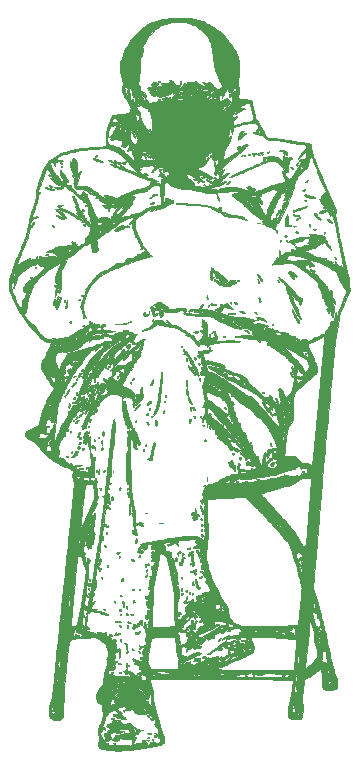
<source format=gbr>
%TF.GenerationSoftware,KiCad,Pcbnew,(5.99.0-9526-g5c17ff0595)*%
%TF.CreationDate,2021-06-06T14:51:34-05:00*%
%TF.ProjectId,BernieMittensNoChair,4265726e-6965-44d6-9974-74656e734e6f,rev?*%
%TF.SameCoordinates,Original*%
%TF.FileFunction,Legend,Top*%
%TF.FilePolarity,Positive*%
%FSLAX46Y46*%
G04 Gerber Fmt 4.6, Leading zero omitted, Abs format (unit mm)*
G04 Created by KiCad (PCBNEW (5.99.0-9526-g5c17ff0595)) date 2021-06-06 14:51:34*
%MOMM*%
%LPD*%
G01*
G04 APERTURE LIST*
%ADD10C,0.010000*%
G04 APERTURE END LIST*
D10*
%TO.C,G\u002A\u002A\u002A*%
X157946394Y-124449006D02*
X157989539Y-124471478D01*
X157989539Y-124471478D02*
X158025839Y-124504718D01*
X158025839Y-124504718D02*
X158039000Y-124534271D01*
X158039000Y-124534271D02*
X158021234Y-124554800D01*
X158021234Y-124554800D02*
X157980284Y-124565707D01*
X157980284Y-124565707D02*
X157934676Y-124564622D01*
X157934676Y-124564622D02*
X157904945Y-124551422D01*
X157904945Y-124551422D02*
X157891518Y-124515094D01*
X157891518Y-124515094D02*
X157897022Y-124471028D01*
X157897022Y-124471028D02*
X157912931Y-124448542D01*
X157912931Y-124448542D02*
X157946394Y-124449006D01*
X157946394Y-124449006D02*
X157946394Y-124449006D01*
G36*
X157946394Y-124449006D02*
G01*
X157989539Y-124471478D01*
X158025839Y-124504718D01*
X158039000Y-124534271D01*
X158021234Y-124554800D01*
X157980284Y-124565707D01*
X157934676Y-124564622D01*
X157904945Y-124551422D01*
X157891518Y-124515094D01*
X157897022Y-124471028D01*
X157912931Y-124448542D01*
X157946394Y-124449006D01*
G37*
X157946394Y-124449006D02*
X157989539Y-124471478D01*
X158025839Y-124504718D01*
X158039000Y-124534271D01*
X158021234Y-124554800D01*
X157980284Y-124565707D01*
X157934676Y-124564622D01*
X157904945Y-124551422D01*
X157891518Y-124515094D01*
X157897022Y-124471028D01*
X157912931Y-124448542D01*
X157946394Y-124449006D01*
X153237124Y-117407065D02*
X153259794Y-117450095D01*
X153259794Y-117450095D02*
X153253147Y-117507025D01*
X153253147Y-117507025D02*
X153248142Y-117518374D01*
X153248142Y-117518374D02*
X153213058Y-117560428D01*
X153213058Y-117560428D02*
X153170372Y-117576912D01*
X153170372Y-117576912D02*
X153133440Y-117565359D01*
X153133440Y-117565359D02*
X153119029Y-117542230D01*
X153119029Y-117542230D02*
X153115833Y-117486179D01*
X153115833Y-117486179D02*
X153134449Y-117432477D01*
X153134449Y-117432477D02*
X153167610Y-117396591D01*
X153167610Y-117396591D02*
X153190565Y-117390034D01*
X153190565Y-117390034D02*
X153237124Y-117407065D01*
X153237124Y-117407065D02*
X153237124Y-117407065D01*
G36*
X153237124Y-117407065D02*
G01*
X153259794Y-117450095D01*
X153253147Y-117507025D01*
X153248142Y-117518374D01*
X153213058Y-117560428D01*
X153170372Y-117576912D01*
X153133440Y-117565359D01*
X153119029Y-117542230D01*
X153115833Y-117486179D01*
X153134449Y-117432477D01*
X153167610Y-117396591D01*
X153190565Y-117390034D01*
X153237124Y-117407065D01*
G37*
X153237124Y-117407065D02*
X153259794Y-117450095D01*
X153253147Y-117507025D01*
X153248142Y-117518374D01*
X153213058Y-117560428D01*
X153170372Y-117576912D01*
X153133440Y-117565359D01*
X153119029Y-117542230D01*
X153115833Y-117486179D01*
X153134449Y-117432477D01*
X153167610Y-117396591D01*
X153190565Y-117390034D01*
X153237124Y-117407065D01*
X162581301Y-92937288D02*
X162604940Y-92980243D01*
X162604940Y-92980243D02*
X162608643Y-93044642D01*
X162608643Y-93044642D02*
X162602308Y-93080117D01*
X162602308Y-93080117D02*
X162582568Y-93123972D01*
X162582568Y-93123972D02*
X162555111Y-93126576D01*
X162555111Y-93126576D02*
X162519032Y-93087942D01*
X162519032Y-93087942D02*
X162514606Y-93081341D01*
X162514606Y-93081341D02*
X162489160Y-93019968D01*
X162489160Y-93019968D02*
X162492038Y-92966269D01*
X162492038Y-92966269D02*
X162521294Y-92931554D01*
X162521294Y-92931554D02*
X162541460Y-92925284D01*
X162541460Y-92925284D02*
X162581301Y-92937288D01*
X162581301Y-92937288D02*
X162581301Y-92937288D01*
G36*
X162581301Y-92937288D02*
G01*
X162604940Y-92980243D01*
X162608643Y-93044642D01*
X162602308Y-93080117D01*
X162582568Y-93123972D01*
X162555111Y-93126576D01*
X162519032Y-93087942D01*
X162514606Y-93081341D01*
X162489160Y-93019968D01*
X162492038Y-92966269D01*
X162521294Y-92931554D01*
X162541460Y-92925284D01*
X162581301Y-92937288D01*
G37*
X162581301Y-92937288D02*
X162604940Y-92980243D01*
X162608643Y-93044642D01*
X162602308Y-93080117D01*
X162582568Y-93123972D01*
X162555111Y-93126576D01*
X162519032Y-93087942D01*
X162514606Y-93081341D01*
X162489160Y-93019968D01*
X162492038Y-92966269D01*
X162521294Y-92931554D01*
X162541460Y-92925284D01*
X162581301Y-92937288D01*
X144216002Y-104242533D02*
X144230886Y-104285047D01*
X144230886Y-104285047D02*
X144235661Y-104333936D01*
X144235661Y-104333936D02*
X144230697Y-104361903D01*
X144230697Y-104361903D02*
X144210022Y-104392587D01*
X144210022Y-104392587D02*
X144190548Y-104386036D01*
X144190548Y-104386036D02*
X144177463Y-104347158D01*
X144177463Y-104347158D02*
X144174834Y-104309034D01*
X144174834Y-104309034D02*
X144179439Y-104256014D01*
X144179439Y-104256014D02*
X144190943Y-104226525D01*
X144190943Y-104226525D02*
X144195597Y-104224367D01*
X144195597Y-104224367D02*
X144216002Y-104242533D01*
X144216002Y-104242533D02*
X144216002Y-104242533D01*
G36*
X144216002Y-104242533D02*
G01*
X144230886Y-104285047D01*
X144235661Y-104333936D01*
X144230697Y-104361903D01*
X144210022Y-104392587D01*
X144190548Y-104386036D01*
X144177463Y-104347158D01*
X144174834Y-104309034D01*
X144179439Y-104256014D01*
X144190943Y-104226525D01*
X144195597Y-104224367D01*
X144216002Y-104242533D01*
G37*
X144216002Y-104242533D02*
X144230886Y-104285047D01*
X144235661Y-104333936D01*
X144230697Y-104361903D01*
X144210022Y-104392587D01*
X144190548Y-104386036D01*
X144177463Y-104347158D01*
X144174834Y-104309034D01*
X144179439Y-104256014D01*
X144190943Y-104226525D01*
X144195597Y-104224367D01*
X144216002Y-104242533D01*
X159142150Y-80407106D02*
X159164393Y-80424941D01*
X159164393Y-80424941D02*
X159159379Y-80441544D01*
X159159379Y-80441544D02*
X159126652Y-80455116D01*
X159126652Y-80455116D02*
X159073554Y-80463462D01*
X159073554Y-80463462D02*
X159021979Y-80463755D01*
X159021979Y-80463755D02*
X159007375Y-80461177D01*
X159007375Y-80461177D02*
X158973808Y-80443718D01*
X158973808Y-80443718D02*
X158979268Y-80423626D01*
X158979268Y-80423626D02*
X159021029Y-80405248D01*
X159021029Y-80405248D02*
X159045998Y-80399590D01*
X159045998Y-80399590D02*
X159098726Y-80397191D01*
X159098726Y-80397191D02*
X159142150Y-80407106D01*
X159142150Y-80407106D02*
X159142150Y-80407106D01*
G36*
X159142150Y-80407106D02*
G01*
X159164393Y-80424941D01*
X159159379Y-80441544D01*
X159126652Y-80455116D01*
X159073554Y-80463462D01*
X159021979Y-80463755D01*
X159007375Y-80461177D01*
X158973808Y-80443718D01*
X158979268Y-80423626D01*
X159021029Y-80405248D01*
X159045998Y-80399590D01*
X159098726Y-80397191D01*
X159142150Y-80407106D01*
G37*
X159142150Y-80407106D02*
X159164393Y-80424941D01*
X159159379Y-80441544D01*
X159126652Y-80455116D01*
X159073554Y-80463462D01*
X159021979Y-80463755D01*
X159007375Y-80461177D01*
X158973808Y-80443718D01*
X158979268Y-80423626D01*
X159021029Y-80405248D01*
X159045998Y-80399590D01*
X159098726Y-80397191D01*
X159142150Y-80407106D01*
X143704351Y-99328257D02*
X143707776Y-99364298D01*
X143707776Y-99364298D02*
X143691874Y-99410382D01*
X143691874Y-99410382D02*
X143660285Y-99455065D01*
X143660285Y-99455065D02*
X143624015Y-99483293D01*
X143624015Y-99483293D02*
X143591790Y-99494767D01*
X143591790Y-99494767D02*
X143582275Y-99477023D01*
X143582275Y-99477023D02*
X143582167Y-99472144D01*
X143582167Y-99472144D02*
X143592947Y-99422644D01*
X143592947Y-99422644D02*
X143619114Y-99369565D01*
X143619114Y-99369565D02*
X143651411Y-99328222D01*
X143651411Y-99328222D02*
X143677960Y-99313700D01*
X143677960Y-99313700D02*
X143704351Y-99328257D01*
X143704351Y-99328257D02*
X143704351Y-99328257D01*
G36*
X143704351Y-99328257D02*
G01*
X143707776Y-99364298D01*
X143691874Y-99410382D01*
X143660285Y-99455065D01*
X143624015Y-99483293D01*
X143591790Y-99494767D01*
X143582275Y-99477023D01*
X143582167Y-99472144D01*
X143592947Y-99422644D01*
X143619114Y-99369565D01*
X143651411Y-99328222D01*
X143677960Y-99313700D01*
X143704351Y-99328257D01*
G37*
X143704351Y-99328257D02*
X143707776Y-99364298D01*
X143691874Y-99410382D01*
X143660285Y-99455065D01*
X143624015Y-99483293D01*
X143591790Y-99494767D01*
X143582275Y-99477023D01*
X143582167Y-99472144D01*
X143592947Y-99422644D01*
X143619114Y-99369565D01*
X143651411Y-99328222D01*
X143677960Y-99313700D01*
X143704351Y-99328257D01*
X160688086Y-91034113D02*
X160723303Y-91076528D01*
X160723303Y-91076528D02*
X160745645Y-91127375D01*
X160745645Y-91127375D02*
X160748334Y-91148077D01*
X160748334Y-91148077D02*
X160737495Y-91180903D01*
X160737495Y-91180903D02*
X160711285Y-91182953D01*
X160711285Y-91182953D02*
X160679158Y-91157740D01*
X160679158Y-91157740D02*
X160652003Y-91112297D01*
X160652003Y-91112297D02*
X160629335Y-91055235D01*
X160629335Y-91055235D02*
X160623789Y-91026896D01*
X160623789Y-91026896D02*
X160635353Y-91017293D01*
X160635353Y-91017293D02*
X160651883Y-91016367D01*
X160651883Y-91016367D02*
X160688086Y-91034113D01*
X160688086Y-91034113D02*
X160688086Y-91034113D01*
G36*
X160688086Y-91034113D02*
G01*
X160723303Y-91076528D01*
X160745645Y-91127375D01*
X160748334Y-91148077D01*
X160737495Y-91180903D01*
X160711285Y-91182953D01*
X160679158Y-91157740D01*
X160652003Y-91112297D01*
X160629335Y-91055235D01*
X160623789Y-91026896D01*
X160635353Y-91017293D01*
X160651883Y-91016367D01*
X160688086Y-91034113D01*
G37*
X160688086Y-91034113D02*
X160723303Y-91076528D01*
X160745645Y-91127375D01*
X160748334Y-91148077D01*
X160737495Y-91180903D01*
X160711285Y-91182953D01*
X160679158Y-91157740D01*
X160652003Y-91112297D01*
X160629335Y-91055235D01*
X160623789Y-91026896D01*
X160635353Y-91017293D01*
X160651883Y-91016367D01*
X160688086Y-91034113D01*
X154983302Y-80421922D02*
X155018187Y-80450263D01*
X155018187Y-80450263D02*
X155043897Y-80494198D01*
X155043897Y-80494198D02*
X155050210Y-80537581D01*
X155050210Y-80537581D02*
X155030463Y-80583935D01*
X155030463Y-80583935D02*
X154993505Y-80598241D01*
X154993505Y-80598241D02*
X154953518Y-80577585D01*
X154953518Y-80577585D02*
X154933876Y-80537660D01*
X154933876Y-80537660D02*
X154928273Y-80484387D01*
X154928273Y-80484387D02*
X154937166Y-80437982D01*
X154937166Y-80437982D02*
X154950001Y-80421626D01*
X154950001Y-80421626D02*
X154983302Y-80421922D01*
X154983302Y-80421922D02*
X154983302Y-80421922D01*
G36*
X154983302Y-80421922D02*
G01*
X155018187Y-80450263D01*
X155043897Y-80494198D01*
X155050210Y-80537581D01*
X155030463Y-80583935D01*
X154993505Y-80598241D01*
X154953518Y-80577585D01*
X154933876Y-80537660D01*
X154928273Y-80484387D01*
X154937166Y-80437982D01*
X154950001Y-80421626D01*
X154983302Y-80421922D01*
G37*
X154983302Y-80421922D02*
X155018187Y-80450263D01*
X155043897Y-80494198D01*
X155050210Y-80537581D01*
X155030463Y-80583935D01*
X154993505Y-80598241D01*
X154953518Y-80577585D01*
X154933876Y-80537660D01*
X154928273Y-80484387D01*
X154937166Y-80437982D01*
X154950001Y-80421626D01*
X154983302Y-80421922D01*
X147345794Y-124193495D02*
X147389563Y-124212761D01*
X147389563Y-124212761D02*
X147420177Y-124242002D01*
X147420177Y-124242002D02*
X147427662Y-124272681D01*
X147427662Y-124272681D02*
X147413334Y-124290740D01*
X147413334Y-124290740D02*
X147368460Y-124306195D01*
X147368460Y-124306195D02*
X147312932Y-124310783D01*
X147312932Y-124310783D02*
X147268074Y-124303586D01*
X147268074Y-124303586D02*
X147258111Y-124297422D01*
X147258111Y-124297422D02*
X147242080Y-124257363D01*
X147242080Y-124257363D02*
X147258732Y-124216866D01*
X147258732Y-124216866D02*
X147298843Y-124192742D01*
X147298843Y-124192742D02*
X147345794Y-124193495D01*
X147345794Y-124193495D02*
X147345794Y-124193495D01*
G36*
X147345794Y-124193495D02*
G01*
X147389563Y-124212761D01*
X147420177Y-124242002D01*
X147427662Y-124272681D01*
X147413334Y-124290740D01*
X147368460Y-124306195D01*
X147312932Y-124310783D01*
X147268074Y-124303586D01*
X147258111Y-124297422D01*
X147242080Y-124257363D01*
X147258732Y-124216866D01*
X147298843Y-124192742D01*
X147345794Y-124193495D01*
G37*
X147345794Y-124193495D02*
X147389563Y-124212761D01*
X147420177Y-124242002D01*
X147427662Y-124272681D01*
X147413334Y-124290740D01*
X147368460Y-124306195D01*
X147312932Y-124310783D01*
X147268074Y-124303586D01*
X147258111Y-124297422D01*
X147242080Y-124257363D01*
X147258732Y-124216866D01*
X147298843Y-124192742D01*
X147345794Y-124193495D01*
X148439082Y-117179802D02*
X148462253Y-117200826D01*
X148462253Y-117200826D02*
X148487602Y-117234660D01*
X148487602Y-117234660D02*
X148482902Y-117255014D01*
X148482902Y-117255014D02*
X148470825Y-117264002D01*
X148470825Y-117264002D02*
X148418296Y-117282752D01*
X148418296Y-117282752D02*
X148374209Y-117262770D01*
X148374209Y-117262770D02*
X148370067Y-117258800D01*
X148370067Y-117258800D02*
X148347699Y-117216331D01*
X148347699Y-117216331D02*
X148344667Y-117195300D01*
X148344667Y-117195300D02*
X148359137Y-117164266D01*
X148359137Y-117164266D02*
X148394588Y-117159287D01*
X148394588Y-117159287D02*
X148439082Y-117179802D01*
X148439082Y-117179802D02*
X148439082Y-117179802D01*
G36*
X148439082Y-117179802D02*
G01*
X148462253Y-117200826D01*
X148487602Y-117234660D01*
X148482902Y-117255014D01*
X148470825Y-117264002D01*
X148418296Y-117282752D01*
X148374209Y-117262770D01*
X148370067Y-117258800D01*
X148347699Y-117216331D01*
X148344667Y-117195300D01*
X148359137Y-117164266D01*
X148394588Y-117159287D01*
X148439082Y-117179802D01*
G37*
X148439082Y-117179802D02*
X148462253Y-117200826D01*
X148487602Y-117234660D01*
X148482902Y-117255014D01*
X148470825Y-117264002D01*
X148418296Y-117282752D01*
X148374209Y-117262770D01*
X148370067Y-117258800D01*
X148347699Y-117216331D01*
X148344667Y-117195300D01*
X148359137Y-117164266D01*
X148394588Y-117159287D01*
X148439082Y-117179802D01*
X158252718Y-80341369D02*
X158308723Y-80363795D01*
X158308723Y-80363795D02*
X158331188Y-80397445D01*
X158331188Y-80397445D02*
X158316537Y-80434824D01*
X158316537Y-80434824D02*
X158302977Y-80446678D01*
X158302977Y-80446678D02*
X158254902Y-80472038D01*
X158254902Y-80472038D02*
X158210317Y-80466094D01*
X158210317Y-80466094D02*
X158170710Y-80442417D01*
X158170710Y-80442417D02*
X158129851Y-80400798D01*
X158129851Y-80400798D02*
X158126770Y-80365503D01*
X158126770Y-80365503D02*
X158156914Y-80342138D01*
X158156914Y-80342138D02*
X158215734Y-80336310D01*
X158215734Y-80336310D02*
X158252718Y-80341369D01*
X158252718Y-80341369D02*
X158252718Y-80341369D01*
G36*
X158252718Y-80341369D02*
G01*
X158308723Y-80363795D01*
X158331188Y-80397445D01*
X158316537Y-80434824D01*
X158302977Y-80446678D01*
X158254902Y-80472038D01*
X158210317Y-80466094D01*
X158170710Y-80442417D01*
X158129851Y-80400798D01*
X158126770Y-80365503D01*
X158156914Y-80342138D01*
X158215734Y-80336310D01*
X158252718Y-80341369D01*
G37*
X158252718Y-80341369D02*
X158308723Y-80363795D01*
X158331188Y-80397445D01*
X158316537Y-80434824D01*
X158302977Y-80446678D01*
X158254902Y-80472038D01*
X158210317Y-80466094D01*
X158170710Y-80442417D01*
X158129851Y-80400798D01*
X158126770Y-80365503D01*
X158156914Y-80342138D01*
X158215734Y-80336310D01*
X158252718Y-80341369D01*
X150129062Y-99422451D02*
X150141140Y-99437570D01*
X150141140Y-99437570D02*
X150143503Y-99474439D01*
X150143503Y-99474439D02*
X150138454Y-99542607D01*
X150138454Y-99542607D02*
X150137402Y-99553962D01*
X150137402Y-99553962D02*
X150120017Y-99667216D01*
X150120017Y-99667216D02*
X150092022Y-99766224D01*
X150092022Y-99766224D02*
X150056794Y-99841779D01*
X150056794Y-99841779D02*
X150017710Y-99884676D01*
X150017710Y-99884676D02*
X150015680Y-99885818D01*
X150015680Y-99885818D02*
X149965799Y-99901347D01*
X149965799Y-99901347D02*
X149907152Y-99905641D01*
X149907152Y-99905641D02*
X149857708Y-99898691D01*
X149857708Y-99898691D02*
X149837351Y-99885902D01*
X149837351Y-99885902D02*
X149843533Y-99860666D01*
X149843533Y-99860666D02*
X149871640Y-99813323D01*
X149871640Y-99813323D02*
X149915773Y-99753672D01*
X149915773Y-99753672D02*
X149920484Y-99747844D01*
X149920484Y-99747844D02*
X149970203Y-99681448D01*
X149970203Y-99681448D02*
X150008512Y-99620377D01*
X150008512Y-99620377D02*
X150027126Y-99577839D01*
X150027126Y-99577839D02*
X150027133Y-99577809D01*
X150027133Y-99577809D02*
X150040639Y-99512674D01*
X150040639Y-99512674D02*
X150048987Y-99472450D01*
X150048987Y-99472450D02*
X150071844Y-99429254D01*
X150071844Y-99429254D02*
X150104964Y-99419534D01*
X150104964Y-99419534D02*
X150129062Y-99422451D01*
X150129062Y-99422451D02*
X150129062Y-99422451D01*
G36*
X150129062Y-99422451D02*
G01*
X150141140Y-99437570D01*
X150143503Y-99474439D01*
X150138454Y-99542607D01*
X150137402Y-99553962D01*
X150120017Y-99667216D01*
X150092022Y-99766224D01*
X150056794Y-99841779D01*
X150017710Y-99884676D01*
X150015680Y-99885818D01*
X149965799Y-99901347D01*
X149907152Y-99905641D01*
X149857708Y-99898691D01*
X149837351Y-99885902D01*
X149843533Y-99860666D01*
X149871640Y-99813323D01*
X149915773Y-99753672D01*
X149920484Y-99747844D01*
X149970203Y-99681448D01*
X150008512Y-99620377D01*
X150027126Y-99577839D01*
X150027133Y-99577809D01*
X150040639Y-99512674D01*
X150048987Y-99472450D01*
X150071844Y-99429254D01*
X150104964Y-99419534D01*
X150129062Y-99422451D01*
G37*
X150129062Y-99422451D02*
X150141140Y-99437570D01*
X150143503Y-99474439D01*
X150138454Y-99542607D01*
X150137402Y-99553962D01*
X150120017Y-99667216D01*
X150092022Y-99766224D01*
X150056794Y-99841779D01*
X150017710Y-99884676D01*
X150015680Y-99885818D01*
X149965799Y-99901347D01*
X149907152Y-99905641D01*
X149857708Y-99898691D01*
X149837351Y-99885902D01*
X149843533Y-99860666D01*
X149871640Y-99813323D01*
X149915773Y-99753672D01*
X149920484Y-99747844D01*
X149970203Y-99681448D01*
X150008512Y-99620377D01*
X150027126Y-99577839D01*
X150027133Y-99577809D01*
X150040639Y-99512674D01*
X150048987Y-99472450D01*
X150071844Y-99429254D01*
X150104964Y-99419534D01*
X150129062Y-99422451D01*
X154034148Y-98053589D02*
X154056132Y-98100848D01*
X154056132Y-98100848D02*
X154053116Y-98136073D01*
X154053116Y-98136073D02*
X154023677Y-98161640D01*
X154023677Y-98161640D02*
X153973103Y-98171700D01*
X153973103Y-98171700D02*
X153919631Y-98166296D01*
X153919631Y-98166296D02*
X153881502Y-98145470D01*
X153881502Y-98145470D02*
X153875556Y-98135653D01*
X153875556Y-98135653D02*
X153880946Y-98098766D01*
X153880946Y-98098766D02*
X153912193Y-98059979D01*
X153912193Y-98059979D02*
X153955487Y-98032182D01*
X153955487Y-98032182D02*
X153992049Y-98026936D01*
X153992049Y-98026936D02*
X154034148Y-98053589D01*
X154034148Y-98053589D02*
X154034148Y-98053589D01*
G36*
X154034148Y-98053589D02*
G01*
X154056132Y-98100848D01*
X154053116Y-98136073D01*
X154023677Y-98161640D01*
X153973103Y-98171700D01*
X153919631Y-98166296D01*
X153881502Y-98145470D01*
X153875556Y-98135653D01*
X153880946Y-98098766D01*
X153912193Y-98059979D01*
X153955487Y-98032182D01*
X153992049Y-98026936D01*
X154034148Y-98053589D01*
G37*
X154034148Y-98053589D02*
X154056132Y-98100848D01*
X154053116Y-98136073D01*
X154023677Y-98161640D01*
X153973103Y-98171700D01*
X153919631Y-98166296D01*
X153881502Y-98145470D01*
X153875556Y-98135653D01*
X153880946Y-98098766D01*
X153912193Y-98059979D01*
X153955487Y-98032182D01*
X153992049Y-98026936D01*
X154034148Y-98053589D01*
X152931173Y-99490692D02*
X152949985Y-99507818D01*
X152949985Y-99507818D02*
X152969057Y-99545746D01*
X152969057Y-99545746D02*
X152983817Y-99611744D01*
X152983817Y-99611744D02*
X152994110Y-99696706D01*
X152994110Y-99696706D02*
X152999781Y-99791527D01*
X152999781Y-99791527D02*
X153000675Y-99887103D01*
X153000675Y-99887103D02*
X152996636Y-99974327D01*
X152996636Y-99974327D02*
X152987510Y-100044095D01*
X152987510Y-100044095D02*
X152973140Y-100087301D01*
X152973140Y-100087301D02*
X152960031Y-100096867D01*
X152960031Y-100096867D02*
X152943211Y-100078681D01*
X152943211Y-100078681D02*
X152920258Y-100032208D01*
X152920258Y-100032208D02*
X152906421Y-99996325D01*
X152906421Y-99996325D02*
X152882884Y-99909334D01*
X152882884Y-99909334D02*
X152866718Y-99809500D01*
X152866718Y-99809500D02*
X152858508Y-99708184D01*
X152858508Y-99708184D02*
X152858837Y-99616751D01*
X152858837Y-99616751D02*
X152868291Y-99546564D01*
X152868291Y-99546564D02*
X152881659Y-99514784D01*
X152881659Y-99514784D02*
X152908464Y-99486061D01*
X152908464Y-99486061D02*
X152931173Y-99490692D01*
X152931173Y-99490692D02*
X152931173Y-99490692D01*
G36*
X152931173Y-99490692D02*
G01*
X152949985Y-99507818D01*
X152969057Y-99545746D01*
X152983817Y-99611744D01*
X152994110Y-99696706D01*
X152999781Y-99791527D01*
X153000675Y-99887103D01*
X152996636Y-99974327D01*
X152987510Y-100044095D01*
X152973140Y-100087301D01*
X152960031Y-100096867D01*
X152943211Y-100078681D01*
X152920258Y-100032208D01*
X152906421Y-99996325D01*
X152882884Y-99909334D01*
X152866718Y-99809500D01*
X152858508Y-99708184D01*
X152858837Y-99616751D01*
X152868291Y-99546564D01*
X152881659Y-99514784D01*
X152908464Y-99486061D01*
X152931173Y-99490692D01*
G37*
X152931173Y-99490692D02*
X152949985Y-99507818D01*
X152969057Y-99545746D01*
X152983817Y-99611744D01*
X152994110Y-99696706D01*
X152999781Y-99791527D01*
X153000675Y-99887103D01*
X152996636Y-99974327D01*
X152987510Y-100044095D01*
X152973140Y-100087301D01*
X152960031Y-100096867D01*
X152943211Y-100078681D01*
X152920258Y-100032208D01*
X152906421Y-99996325D01*
X152882884Y-99909334D01*
X152866718Y-99809500D01*
X152858508Y-99708184D01*
X152858837Y-99616751D01*
X152868291Y-99546564D01*
X152881659Y-99514784D01*
X152908464Y-99486061D01*
X152931173Y-99490692D01*
X152978944Y-95666393D02*
X153055821Y-95702993D01*
X153055821Y-95702993D02*
X153104445Y-95743837D01*
X153104445Y-95743837D02*
X153119582Y-95774879D01*
X153119582Y-95774879D02*
X153099350Y-95786419D01*
X153099350Y-95786419D02*
X153046290Y-95777789D01*
X153046290Y-95777789D02*
X153013786Y-95767633D01*
X153013786Y-95767633D02*
X152948641Y-95738139D01*
X152948641Y-95738139D02*
X152894472Y-95702030D01*
X152894472Y-95702030D02*
X152887429Y-95695537D01*
X152887429Y-95695537D02*
X152843759Y-95651867D01*
X152843759Y-95651867D02*
X152902431Y-95651867D01*
X152902431Y-95651867D02*
X152978944Y-95666393D01*
X152978944Y-95666393D02*
X152978944Y-95666393D01*
G36*
X152978944Y-95666393D02*
G01*
X153055821Y-95702993D01*
X153104445Y-95743837D01*
X153119582Y-95774879D01*
X153099350Y-95786419D01*
X153046290Y-95777789D01*
X153013786Y-95767633D01*
X152948641Y-95738139D01*
X152894472Y-95702030D01*
X152887429Y-95695537D01*
X152843759Y-95651867D01*
X152902431Y-95651867D01*
X152978944Y-95666393D01*
G37*
X152978944Y-95666393D02*
X153055821Y-95702993D01*
X153104445Y-95743837D01*
X153119582Y-95774879D01*
X153099350Y-95786419D01*
X153046290Y-95777789D01*
X153013786Y-95767633D01*
X152948641Y-95738139D01*
X152894472Y-95702030D01*
X152887429Y-95695537D01*
X152843759Y-95651867D01*
X152902431Y-95651867D01*
X152978944Y-95666393D01*
X148186056Y-99638757D02*
X148219842Y-99665669D01*
X148219842Y-99665669D02*
X148253868Y-99704744D01*
X148253868Y-99704744D02*
X148277051Y-99744102D01*
X148277051Y-99744102D02*
X148281167Y-99761890D01*
X148281167Y-99761890D02*
X148270525Y-99795478D01*
X148270525Y-99795478D02*
X148244624Y-99797893D01*
X148244624Y-99797893D02*
X148212500Y-99772628D01*
X148212500Y-99772628D02*
X148183597Y-99724162D01*
X148183597Y-99724162D02*
X148166023Y-99672793D01*
X148166023Y-99672793D02*
X148161875Y-99639722D01*
X148161875Y-99639722D02*
X148163594Y-99635884D01*
X148163594Y-99635884D02*
X148186056Y-99638757D01*
X148186056Y-99638757D02*
X148186056Y-99638757D01*
G36*
X148186056Y-99638757D02*
G01*
X148219842Y-99665669D01*
X148253868Y-99704744D01*
X148277051Y-99744102D01*
X148281167Y-99761890D01*
X148270525Y-99795478D01*
X148244624Y-99797893D01*
X148212500Y-99772628D01*
X148183597Y-99724162D01*
X148166023Y-99672793D01*
X148161875Y-99639722D01*
X148163594Y-99635884D01*
X148186056Y-99638757D01*
G37*
X148186056Y-99638757D02*
X148219842Y-99665669D01*
X148253868Y-99704744D01*
X148277051Y-99744102D01*
X148281167Y-99761890D01*
X148270525Y-99795478D01*
X148244624Y-99797893D01*
X148212500Y-99772628D01*
X148183597Y-99724162D01*
X148166023Y-99672793D01*
X148161875Y-99639722D01*
X148163594Y-99635884D01*
X148186056Y-99638757D01*
X141806761Y-92611671D02*
X141817327Y-92660942D01*
X141817327Y-92660942D02*
X141816140Y-92732254D01*
X141816140Y-92732254D02*
X141804640Y-92816768D01*
X141804640Y-92816768D02*
X141784271Y-92905644D01*
X141784271Y-92905644D02*
X141756473Y-92990041D01*
X141756473Y-92990041D02*
X141722688Y-93061120D01*
X141722688Y-93061120D02*
X141701706Y-93091791D01*
X141701706Y-93091791D02*
X141662416Y-93140312D01*
X141662416Y-93140312D02*
X141648220Y-93083749D01*
X141648220Y-93083749D02*
X141641525Y-93016236D01*
X141641525Y-93016236D02*
X141647708Y-92931825D01*
X141647708Y-92931825D02*
X141664123Y-92840154D01*
X141664123Y-92840154D02*
X141688119Y-92750863D01*
X141688119Y-92750863D02*
X141717048Y-92673588D01*
X141717048Y-92673588D02*
X141748262Y-92617969D01*
X141748262Y-92617969D02*
X141779111Y-92593645D01*
X141779111Y-92593645D02*
X141783000Y-92593284D01*
X141783000Y-92593284D02*
X141806761Y-92611671D01*
X141806761Y-92611671D02*
X141806761Y-92611671D01*
G36*
X141806761Y-92611671D02*
G01*
X141817327Y-92660942D01*
X141816140Y-92732254D01*
X141804640Y-92816768D01*
X141784271Y-92905644D01*
X141756473Y-92990041D01*
X141722688Y-93061120D01*
X141701706Y-93091791D01*
X141662416Y-93140312D01*
X141648220Y-93083749D01*
X141641525Y-93016236D01*
X141647708Y-92931825D01*
X141664123Y-92840154D01*
X141688119Y-92750863D01*
X141717048Y-92673588D01*
X141748262Y-92617969D01*
X141779111Y-92593645D01*
X141783000Y-92593284D01*
X141806761Y-92611671D01*
G37*
X141806761Y-92611671D02*
X141817327Y-92660942D01*
X141816140Y-92732254D01*
X141804640Y-92816768D01*
X141784271Y-92905644D01*
X141756473Y-92990041D01*
X141722688Y-93061120D01*
X141701706Y-93091791D01*
X141662416Y-93140312D01*
X141648220Y-93083749D01*
X141641525Y-93016236D01*
X141647708Y-92931825D01*
X141664123Y-92840154D01*
X141688119Y-92750863D01*
X141717048Y-92673588D01*
X141748262Y-92617969D01*
X141779111Y-92593645D01*
X141783000Y-92593284D01*
X141806761Y-92611671D01*
X149412491Y-119965226D02*
X149436618Y-120017714D01*
X149436618Y-120017714D02*
X149461417Y-120090920D01*
X149461417Y-120090920D02*
X149483505Y-120174364D01*
X149483505Y-120174364D02*
X149499501Y-120257567D01*
X149499501Y-120257567D02*
X149503364Y-120287746D01*
X149503364Y-120287746D02*
X149508126Y-120357972D01*
X149508126Y-120357972D02*
X149502058Y-120399627D01*
X149502058Y-120399627D02*
X149482715Y-120425636D01*
X149482715Y-120425636D02*
X149476326Y-120430621D01*
X149476326Y-120430621D02*
X149424140Y-120453479D01*
X149424140Y-120453479D02*
X149366712Y-120457918D01*
X149366712Y-120457918D02*
X149320530Y-120444406D01*
X149320530Y-120444406D02*
X149304160Y-120425728D01*
X149304160Y-120425728D02*
X149296112Y-120376448D01*
X149296112Y-120376448D02*
X149297386Y-120304534D01*
X149297386Y-120304534D02*
X149306180Y-120219820D01*
X149306180Y-120219820D02*
X149320693Y-120132141D01*
X149320693Y-120132141D02*
X149339123Y-120051330D01*
X149339123Y-120051330D02*
X149359670Y-119987222D01*
X149359670Y-119987222D02*
X149380531Y-119949651D01*
X149380531Y-119949651D02*
X149392417Y-119943933D01*
X149392417Y-119943933D02*
X149412491Y-119965226D01*
X149412491Y-119965226D02*
X149412491Y-119965226D01*
G36*
X149412491Y-119965226D02*
G01*
X149436618Y-120017714D01*
X149461417Y-120090920D01*
X149483505Y-120174364D01*
X149499501Y-120257567D01*
X149503364Y-120287746D01*
X149508126Y-120357972D01*
X149502058Y-120399627D01*
X149482715Y-120425636D01*
X149476326Y-120430621D01*
X149424140Y-120453479D01*
X149366712Y-120457918D01*
X149320530Y-120444406D01*
X149304160Y-120425728D01*
X149296112Y-120376448D01*
X149297386Y-120304534D01*
X149306180Y-120219820D01*
X149320693Y-120132141D01*
X149339123Y-120051330D01*
X149359670Y-119987222D01*
X149380531Y-119949651D01*
X149392417Y-119943933D01*
X149412491Y-119965226D01*
G37*
X149412491Y-119965226D02*
X149436618Y-120017714D01*
X149461417Y-120090920D01*
X149483505Y-120174364D01*
X149499501Y-120257567D01*
X149503364Y-120287746D01*
X149508126Y-120357972D01*
X149502058Y-120399627D01*
X149482715Y-120425636D01*
X149476326Y-120430621D01*
X149424140Y-120453479D01*
X149366712Y-120457918D01*
X149320530Y-120444406D01*
X149304160Y-120425728D01*
X149296112Y-120376448D01*
X149297386Y-120304534D01*
X149306180Y-120219820D01*
X149320693Y-120132141D01*
X149339123Y-120051330D01*
X149359670Y-119987222D01*
X149380531Y-119949651D01*
X149392417Y-119943933D01*
X149412491Y-119965226D01*
X153778216Y-115492861D02*
X153773869Y-115514210D01*
X153773869Y-115514210D02*
X153755286Y-115562334D01*
X153755286Y-115562334D02*
X153732242Y-115614249D01*
X153732242Y-115614249D02*
X153703557Y-115686778D01*
X153703557Y-115686778D02*
X153684654Y-115755842D01*
X153684654Y-115755842D02*
X153677419Y-115810980D01*
X153677419Y-115810980D02*
X153683740Y-115841734D01*
X153683740Y-115841734D02*
X153690642Y-115844867D01*
X153690642Y-115844867D02*
X153716867Y-115835977D01*
X153716867Y-115835977D02*
X153743558Y-115822955D01*
X153743558Y-115822955D02*
X153776518Y-115814197D01*
X153776518Y-115814197D02*
X153784996Y-115831033D01*
X153784996Y-115831033D02*
X153769814Y-115865119D01*
X153769814Y-115865119D02*
X153735511Y-115904677D01*
X153735511Y-115904677D02*
X153681524Y-115939439D01*
X153681524Y-115939439D02*
X153626464Y-115950901D01*
X153626464Y-115950901D02*
X153586945Y-115936589D01*
X153586945Y-115936589D02*
X153577876Y-115908066D01*
X153577876Y-115908066D02*
X153573067Y-115855013D01*
X153573067Y-115855013D02*
X153572834Y-115839816D01*
X153572834Y-115839816D02*
X153572834Y-115757154D01*
X153572834Y-115757154D02*
X153456177Y-115771729D01*
X153456177Y-115771729D02*
X153366498Y-115775185D01*
X153366498Y-115775185D02*
X153289900Y-115763993D01*
X153289900Y-115763993D02*
X153235685Y-115740717D01*
X153235685Y-115740717D02*
X153213156Y-115707920D01*
X153213156Y-115707920D02*
X153213000Y-115704716D01*
X153213000Y-115704716D02*
X153231277Y-115683463D01*
X153231277Y-115683463D02*
X153287560Y-115675612D01*
X153287560Y-115675612D02*
X153296289Y-115675534D01*
X153296289Y-115675534D02*
X153392683Y-115667665D01*
X153392683Y-115667665D02*
X153452645Y-115644571D01*
X153452645Y-115644571D02*
X153474614Y-115607020D01*
X153474614Y-115607020D02*
X153472571Y-115588718D01*
X153472571Y-115588718D02*
X153468290Y-115558510D01*
X153468290Y-115558510D02*
X153484256Y-115548541D01*
X153484256Y-115548541D02*
X153530615Y-115553326D01*
X153530615Y-115553326D02*
X153536334Y-115554246D01*
X153536334Y-115554246D02*
X153625358Y-115551374D01*
X153625358Y-115551374D02*
X153691683Y-115526126D01*
X153691683Y-115526126D02*
X153742059Y-115502758D01*
X153742059Y-115502758D02*
X153773856Y-115492356D01*
X153773856Y-115492356D02*
X153778216Y-115492861D01*
X153778216Y-115492861D02*
X153778216Y-115492861D01*
G36*
X153778216Y-115492861D02*
G01*
X153773869Y-115514210D01*
X153755286Y-115562334D01*
X153732242Y-115614249D01*
X153703557Y-115686778D01*
X153684654Y-115755842D01*
X153677419Y-115810980D01*
X153683740Y-115841734D01*
X153690642Y-115844867D01*
X153716867Y-115835977D01*
X153743558Y-115822955D01*
X153776518Y-115814197D01*
X153784996Y-115831033D01*
X153769814Y-115865119D01*
X153735511Y-115904677D01*
X153681524Y-115939439D01*
X153626464Y-115950901D01*
X153586945Y-115936589D01*
X153577876Y-115908066D01*
X153573067Y-115855013D01*
X153572834Y-115839816D01*
X153572834Y-115757154D01*
X153456177Y-115771729D01*
X153366498Y-115775185D01*
X153289900Y-115763993D01*
X153235685Y-115740717D01*
X153213156Y-115707920D01*
X153213000Y-115704716D01*
X153231277Y-115683463D01*
X153287560Y-115675612D01*
X153296289Y-115675534D01*
X153392683Y-115667665D01*
X153452645Y-115644571D01*
X153474614Y-115607020D01*
X153472571Y-115588718D01*
X153468290Y-115558510D01*
X153484256Y-115548541D01*
X153530615Y-115553326D01*
X153536334Y-115554246D01*
X153625358Y-115551374D01*
X153691683Y-115526126D01*
X153742059Y-115502758D01*
X153773856Y-115492356D01*
X153778216Y-115492861D01*
G37*
X153778216Y-115492861D02*
X153773869Y-115514210D01*
X153755286Y-115562334D01*
X153732242Y-115614249D01*
X153703557Y-115686778D01*
X153684654Y-115755842D01*
X153677419Y-115810980D01*
X153683740Y-115841734D01*
X153690642Y-115844867D01*
X153716867Y-115835977D01*
X153743558Y-115822955D01*
X153776518Y-115814197D01*
X153784996Y-115831033D01*
X153769814Y-115865119D01*
X153735511Y-115904677D01*
X153681524Y-115939439D01*
X153626464Y-115950901D01*
X153586945Y-115936589D01*
X153577876Y-115908066D01*
X153573067Y-115855013D01*
X153572834Y-115839816D01*
X153572834Y-115757154D01*
X153456177Y-115771729D01*
X153366498Y-115775185D01*
X153289900Y-115763993D01*
X153235685Y-115740717D01*
X153213156Y-115707920D01*
X153213000Y-115704716D01*
X153231277Y-115683463D01*
X153287560Y-115675612D01*
X153296289Y-115675534D01*
X153392683Y-115667665D01*
X153452645Y-115644571D01*
X153474614Y-115607020D01*
X153472571Y-115588718D01*
X153468290Y-115558510D01*
X153484256Y-115548541D01*
X153530615Y-115553326D01*
X153536334Y-115554246D01*
X153625358Y-115551374D01*
X153691683Y-115526126D01*
X153742059Y-115502758D01*
X153773856Y-115492356D01*
X153778216Y-115492861D01*
X144228777Y-105234957D02*
X144238610Y-105273087D01*
X144238610Y-105273087D02*
X144225664Y-105319880D01*
X144225664Y-105319880D02*
X144199625Y-105353503D01*
X144199625Y-105353503D02*
X144149461Y-105384913D01*
X144149461Y-105384913D02*
X144112337Y-105378769D01*
X144112337Y-105378769D02*
X144097759Y-105356620D01*
X144097759Y-105356620D02*
X144100092Y-105312222D01*
X144100092Y-105312222D02*
X144127359Y-105263756D01*
X144127359Y-105263756D02*
X144167585Y-105227889D01*
X144167585Y-105227889D02*
X144196488Y-105219200D01*
X144196488Y-105219200D02*
X144228777Y-105234957D01*
X144228777Y-105234957D02*
X144228777Y-105234957D01*
G36*
X144228777Y-105234957D02*
G01*
X144238610Y-105273087D01*
X144225664Y-105319880D01*
X144199625Y-105353503D01*
X144149461Y-105384913D01*
X144112337Y-105378769D01*
X144097759Y-105356620D01*
X144100092Y-105312222D01*
X144127359Y-105263756D01*
X144167585Y-105227889D01*
X144196488Y-105219200D01*
X144228777Y-105234957D01*
G37*
X144228777Y-105234957D02*
X144238610Y-105273087D01*
X144225664Y-105319880D01*
X144199625Y-105353503D01*
X144149461Y-105384913D01*
X144112337Y-105378769D01*
X144097759Y-105356620D01*
X144100092Y-105312222D01*
X144127359Y-105263756D01*
X144167585Y-105227889D01*
X144196488Y-105219200D01*
X144228777Y-105234957D01*
X164148648Y-120812102D02*
X164170577Y-120869961D01*
X164170577Y-120869961D02*
X164187215Y-120950692D01*
X164187215Y-120950692D02*
X164196309Y-121049470D01*
X164196309Y-121049470D02*
X164197305Y-121088909D01*
X164197305Y-121088909D02*
X164193476Y-121177543D01*
X164193476Y-121177543D02*
X164181595Y-121230441D01*
X164181595Y-121230441D02*
X164163545Y-121245946D01*
X164163545Y-121245946D02*
X164141210Y-121222404D01*
X164141210Y-121222404D02*
X164116893Y-121159565D01*
X164116893Y-121159565D02*
X164084344Y-121033340D01*
X164084344Y-121033340D02*
X164067602Y-120927453D01*
X164067602Y-120927453D02*
X164067600Y-120849163D01*
X164067600Y-120849163D02*
X164073635Y-120824001D01*
X164073635Y-120824001D02*
X164097925Y-120784298D01*
X164097925Y-120784298D02*
X164123680Y-120781940D01*
X164123680Y-120781940D02*
X164148648Y-120812102D01*
X164148648Y-120812102D02*
X164148648Y-120812102D01*
G36*
X164148648Y-120812102D02*
G01*
X164170577Y-120869961D01*
X164187215Y-120950692D01*
X164196309Y-121049470D01*
X164197305Y-121088909D01*
X164193476Y-121177543D01*
X164181595Y-121230441D01*
X164163545Y-121245946D01*
X164141210Y-121222404D01*
X164116893Y-121159565D01*
X164084344Y-121033340D01*
X164067602Y-120927453D01*
X164067600Y-120849163D01*
X164073635Y-120824001D01*
X164097925Y-120784298D01*
X164123680Y-120781940D01*
X164148648Y-120812102D01*
G37*
X164148648Y-120812102D02*
X164170577Y-120869961D01*
X164187215Y-120950692D01*
X164196309Y-121049470D01*
X164197305Y-121088909D01*
X164193476Y-121177543D01*
X164181595Y-121230441D01*
X164163545Y-121245946D01*
X164141210Y-121222404D01*
X164116893Y-121159565D01*
X164084344Y-121033340D01*
X164067602Y-120927453D01*
X164067600Y-120849163D01*
X164073635Y-120824001D01*
X164097925Y-120784298D01*
X164123680Y-120781940D01*
X164148648Y-120812102D01*
X147366771Y-118906349D02*
X147405747Y-118946432D01*
X147405747Y-118946432D02*
X147413334Y-118988117D01*
X147413334Y-118988117D02*
X147397178Y-119046561D01*
X147397178Y-119046561D02*
X147354921Y-119077403D01*
X147354921Y-119077403D02*
X147295877Y-119076235D01*
X147295877Y-119076235D02*
X147260135Y-119060650D01*
X147260135Y-119060650D02*
X147207461Y-119014433D01*
X147207461Y-119014433D02*
X147190820Y-118965327D01*
X147190820Y-118965327D02*
X147208202Y-118922925D01*
X147208202Y-118922925D02*
X147257599Y-118896818D01*
X147257599Y-118896818D02*
X147295275Y-118892867D01*
X147295275Y-118892867D02*
X147366771Y-118906349D01*
X147366771Y-118906349D02*
X147366771Y-118906349D01*
G36*
X147366771Y-118906349D02*
G01*
X147405747Y-118946432D01*
X147413334Y-118988117D01*
X147397178Y-119046561D01*
X147354921Y-119077403D01*
X147295877Y-119076235D01*
X147260135Y-119060650D01*
X147207461Y-119014433D01*
X147190820Y-118965327D01*
X147208202Y-118922925D01*
X147257599Y-118896818D01*
X147295275Y-118892867D01*
X147366771Y-118906349D01*
G37*
X147366771Y-118906349D02*
X147405747Y-118946432D01*
X147413334Y-118988117D01*
X147397178Y-119046561D01*
X147354921Y-119077403D01*
X147295877Y-119076235D01*
X147260135Y-119060650D01*
X147207461Y-119014433D01*
X147190820Y-118965327D01*
X147208202Y-118922925D01*
X147257599Y-118896818D01*
X147295275Y-118892867D01*
X147366771Y-118906349D01*
X146420171Y-120977891D02*
X146423792Y-120978651D01*
X146423792Y-120978651D02*
X146511439Y-121005609D01*
X146511439Y-121005609D02*
X146579088Y-121042037D01*
X146579088Y-121042037D02*
X146615960Y-121082024D01*
X146615960Y-121082024D02*
X146617018Y-121084565D01*
X146617018Y-121084565D02*
X146627611Y-121142128D01*
X146627611Y-121142128D02*
X146610108Y-121174784D01*
X146610108Y-121174784D02*
X146571001Y-121182039D01*
X146571001Y-121182039D02*
X146516783Y-121163396D01*
X146516783Y-121163396D02*
X146453946Y-121118358D01*
X146453946Y-121118358D02*
X146433379Y-121098599D01*
X146433379Y-121098599D02*
X146377269Y-121034689D01*
X146377269Y-121034689D02*
X146356393Y-120993632D01*
X146356393Y-120993632D02*
X146370709Y-120974882D01*
X146370709Y-120974882D02*
X146420171Y-120977891D01*
X146420171Y-120977891D02*
X146420171Y-120977891D01*
G36*
X146420171Y-120977891D02*
G01*
X146423792Y-120978651D01*
X146511439Y-121005609D01*
X146579088Y-121042037D01*
X146615960Y-121082024D01*
X146617018Y-121084565D01*
X146627611Y-121142128D01*
X146610108Y-121174784D01*
X146571001Y-121182039D01*
X146516783Y-121163396D01*
X146453946Y-121118358D01*
X146433379Y-121098599D01*
X146377269Y-121034689D01*
X146356393Y-120993632D01*
X146370709Y-120974882D01*
X146420171Y-120977891D01*
G37*
X146420171Y-120977891D02*
X146423792Y-120978651D01*
X146511439Y-121005609D01*
X146579088Y-121042037D01*
X146615960Y-121082024D01*
X146617018Y-121084565D01*
X146627611Y-121142128D01*
X146610108Y-121174784D01*
X146571001Y-121182039D01*
X146516783Y-121163396D01*
X146453946Y-121118358D01*
X146433379Y-121098599D01*
X146377269Y-121034689D01*
X146356393Y-120993632D01*
X146370709Y-120974882D01*
X146420171Y-120977891D01*
X143150016Y-106543495D02*
X143203181Y-106573801D01*
X143203181Y-106573801D02*
X143246811Y-106614086D01*
X143246811Y-106614086D02*
X143272813Y-106655983D01*
X143272813Y-106655983D02*
X143273089Y-106691127D01*
X143273089Y-106691127D02*
X143261561Y-106703235D01*
X143261561Y-106703235D02*
X143240462Y-106715515D01*
X143240462Y-106715515D02*
X143220251Y-106718156D01*
X143220251Y-106718156D02*
X143185569Y-106710538D01*
X143185569Y-106710538D02*
X143143447Y-106698479D01*
X143143447Y-106698479D02*
X143088070Y-106670581D01*
X143088070Y-106670581D02*
X143051353Y-106630255D01*
X143051353Y-106630255D02*
X143036110Y-106587280D01*
X143036110Y-106587280D02*
X143045152Y-106551431D01*
X143045152Y-106551431D02*
X143081294Y-106532484D01*
X143081294Y-106532484D02*
X143095414Y-106531534D01*
X143095414Y-106531534D02*
X143150016Y-106543495D01*
X143150016Y-106543495D02*
X143150016Y-106543495D01*
G36*
X143150016Y-106543495D02*
G01*
X143203181Y-106573801D01*
X143246811Y-106614086D01*
X143272813Y-106655983D01*
X143273089Y-106691127D01*
X143261561Y-106703235D01*
X143240462Y-106715515D01*
X143220251Y-106718156D01*
X143185569Y-106710538D01*
X143143447Y-106698479D01*
X143088070Y-106670581D01*
X143051353Y-106630255D01*
X143036110Y-106587280D01*
X143045152Y-106551431D01*
X143081294Y-106532484D01*
X143095414Y-106531534D01*
X143150016Y-106543495D01*
G37*
X143150016Y-106543495D02*
X143203181Y-106573801D01*
X143246811Y-106614086D01*
X143272813Y-106655983D01*
X143273089Y-106691127D01*
X143261561Y-106703235D01*
X143240462Y-106715515D01*
X143220251Y-106718156D01*
X143185569Y-106710538D01*
X143143447Y-106698479D01*
X143088070Y-106670581D01*
X143051353Y-106630255D01*
X143036110Y-106587280D01*
X143045152Y-106551431D01*
X143081294Y-106532484D01*
X143095414Y-106531534D01*
X143150016Y-106543495D01*
X149013258Y-114335772D02*
X149021450Y-114385351D01*
X149021450Y-114385351D02*
X149013186Y-114436970D01*
X149013186Y-114436970D02*
X148996600Y-114464800D01*
X148996600Y-114464800D02*
X148953903Y-114486963D01*
X148953903Y-114486963D02*
X148906935Y-114486739D01*
X148906935Y-114486739D02*
X148887945Y-114476089D01*
X148887945Y-114476089D02*
X148872223Y-114435357D01*
X148872223Y-114435357D02*
X148882825Y-114385030D01*
X148882825Y-114385030D02*
X148911812Y-114338327D01*
X148911812Y-114338327D02*
X148951245Y-114308467D01*
X148951245Y-114308467D02*
X148989462Y-114307052D01*
X148989462Y-114307052D02*
X149013258Y-114335772D01*
X149013258Y-114335772D02*
X149013258Y-114335772D01*
G36*
X149013258Y-114335772D02*
G01*
X149021450Y-114385351D01*
X149013186Y-114436970D01*
X148996600Y-114464800D01*
X148953903Y-114486963D01*
X148906935Y-114486739D01*
X148887945Y-114476089D01*
X148872223Y-114435357D01*
X148882825Y-114385030D01*
X148911812Y-114338327D01*
X148951245Y-114308467D01*
X148989462Y-114307052D01*
X149013258Y-114335772D01*
G37*
X149013258Y-114335772D02*
X149021450Y-114385351D01*
X149013186Y-114436970D01*
X148996600Y-114464800D01*
X148953903Y-114486963D01*
X148906935Y-114486739D01*
X148887945Y-114476089D01*
X148872223Y-114435357D01*
X148882825Y-114385030D01*
X148911812Y-114338327D01*
X148951245Y-114308467D01*
X148989462Y-114307052D01*
X149013258Y-114335772D01*
X145870137Y-103795404D02*
X145896575Y-103847119D01*
X145896575Y-103847119D02*
X145915818Y-103897681D01*
X145915818Y-103897681D02*
X145940489Y-104008934D01*
X145940489Y-104008934D02*
X145937144Y-104114888D01*
X145937144Y-104114888D02*
X145906258Y-104202098D01*
X145906258Y-104202098D02*
X145905011Y-104204125D01*
X145905011Y-104204125D02*
X145875532Y-104240202D01*
X145875532Y-104240202D02*
X145850237Y-104240031D01*
X145850237Y-104240031D02*
X145839945Y-104231422D01*
X145839945Y-104231422D02*
X145834092Y-104205595D01*
X145834092Y-104205595D02*
X145829425Y-104146983D01*
X145829425Y-104146983D02*
X145826516Y-104065129D01*
X145826516Y-104065129D02*
X145825834Y-103996825D01*
X145825834Y-103996825D02*
X145828421Y-103884426D01*
X145828421Y-103884426D02*
X145836424Y-103813657D01*
X145836424Y-103813657D02*
X145850209Y-103784117D01*
X145850209Y-103784117D02*
X145870137Y-103795404D01*
X145870137Y-103795404D02*
X145870137Y-103795404D01*
G36*
X145870137Y-103795404D02*
G01*
X145896575Y-103847119D01*
X145915818Y-103897681D01*
X145940489Y-104008934D01*
X145937144Y-104114888D01*
X145906258Y-104202098D01*
X145905011Y-104204125D01*
X145875532Y-104240202D01*
X145850237Y-104240031D01*
X145839945Y-104231422D01*
X145834092Y-104205595D01*
X145829425Y-104146983D01*
X145826516Y-104065129D01*
X145825834Y-103996825D01*
X145828421Y-103884426D01*
X145836424Y-103813657D01*
X145850209Y-103784117D01*
X145870137Y-103795404D01*
G37*
X145870137Y-103795404D02*
X145896575Y-103847119D01*
X145915818Y-103897681D01*
X145940489Y-104008934D01*
X145937144Y-104114888D01*
X145906258Y-104202098D01*
X145905011Y-104204125D01*
X145875532Y-104240202D01*
X145850237Y-104240031D01*
X145839945Y-104231422D01*
X145834092Y-104205595D01*
X145829425Y-104146983D01*
X145826516Y-104065129D01*
X145825834Y-103996825D01*
X145828421Y-103884426D01*
X145836424Y-103813657D01*
X145850209Y-103784117D01*
X145870137Y-103795404D01*
X151068805Y-102040039D02*
X151075971Y-102082920D01*
X151075971Y-102082920D02*
X151068962Y-102139471D01*
X151068962Y-102139471D02*
X151049940Y-102197487D01*
X151049940Y-102197487D02*
X151021065Y-102244766D01*
X151021065Y-102244766D02*
X151003206Y-102260834D01*
X151003206Y-102260834D02*
X150962800Y-102275455D01*
X150962800Y-102275455D02*
X150937422Y-102251920D01*
X150937422Y-102251920D02*
X150934821Y-102245717D01*
X150934821Y-102245717D02*
X150936125Y-102207809D01*
X150936125Y-102207809D02*
X150954375Y-102152719D01*
X150954375Y-102152719D02*
X150982666Y-102094365D01*
X150982666Y-102094365D02*
X151014095Y-102046662D01*
X151014095Y-102046662D02*
X151041755Y-102023526D01*
X151041755Y-102023526D02*
X151045305Y-102023034D01*
X151045305Y-102023034D02*
X151068805Y-102040039D01*
X151068805Y-102040039D02*
X151068805Y-102040039D01*
G36*
X151068805Y-102040039D02*
G01*
X151075971Y-102082920D01*
X151068962Y-102139471D01*
X151049940Y-102197487D01*
X151021065Y-102244766D01*
X151003206Y-102260834D01*
X150962800Y-102275455D01*
X150937422Y-102251920D01*
X150934821Y-102245717D01*
X150936125Y-102207809D01*
X150954375Y-102152719D01*
X150982666Y-102094365D01*
X151014095Y-102046662D01*
X151041755Y-102023526D01*
X151045305Y-102023034D01*
X151068805Y-102040039D01*
G37*
X151068805Y-102040039D02*
X151075971Y-102082920D01*
X151068962Y-102139471D01*
X151049940Y-102197487D01*
X151021065Y-102244766D01*
X151003206Y-102260834D01*
X150962800Y-102275455D01*
X150937422Y-102251920D01*
X150934821Y-102245717D01*
X150936125Y-102207809D01*
X150954375Y-102152719D01*
X150982666Y-102094365D01*
X151014095Y-102046662D01*
X151041755Y-102023526D01*
X151045305Y-102023034D01*
X151068805Y-102040039D01*
X141160299Y-88829420D02*
X141185052Y-88852075D01*
X141185052Y-88852075D02*
X141175911Y-88869622D01*
X141175911Y-88869622D02*
X141130809Y-88877688D01*
X141130809Y-88877688D02*
X141096847Y-88878534D01*
X141096847Y-88878534D02*
X141039433Y-88874480D01*
X141039433Y-88874480D02*
X141004629Y-88864204D01*
X141004629Y-88864204D02*
X140999834Y-88857770D01*
X140999834Y-88857770D02*
X141017695Y-88833351D01*
X141017695Y-88833351D02*
X141060837Y-88820165D01*
X141060837Y-88820165D02*
X141113593Y-88818694D01*
X141113593Y-88818694D02*
X141160299Y-88829420D01*
X141160299Y-88829420D02*
X141160299Y-88829420D01*
G36*
X141160299Y-88829420D02*
G01*
X141185052Y-88852075D01*
X141175911Y-88869622D01*
X141130809Y-88877688D01*
X141096847Y-88878534D01*
X141039433Y-88874480D01*
X141004629Y-88864204D01*
X140999834Y-88857770D01*
X141017695Y-88833351D01*
X141060837Y-88820165D01*
X141113593Y-88818694D01*
X141160299Y-88829420D01*
G37*
X141160299Y-88829420D02*
X141185052Y-88852075D01*
X141175911Y-88869622D01*
X141130809Y-88877688D01*
X141096847Y-88878534D01*
X141039433Y-88874480D01*
X141004629Y-88864204D01*
X140999834Y-88857770D01*
X141017695Y-88833351D01*
X141060837Y-88820165D01*
X141113593Y-88818694D01*
X141160299Y-88829420D01*
X142152114Y-84845390D02*
X142228560Y-84872794D01*
X142228560Y-84872794D02*
X142332013Y-84915413D01*
X142332013Y-84915413D02*
X142457380Y-84970751D01*
X142457380Y-84970751D02*
X142599564Y-85036308D01*
X142599564Y-85036308D02*
X142753472Y-85109586D01*
X142753472Y-85109586D02*
X142914010Y-85188088D01*
X142914010Y-85188088D02*
X143076082Y-85269314D01*
X143076082Y-85269314D02*
X143234595Y-85350768D01*
X143234595Y-85350768D02*
X143384453Y-85429950D01*
X143384453Y-85429950D02*
X143520562Y-85504362D01*
X143520562Y-85504362D02*
X143637828Y-85571507D01*
X143637828Y-85571507D02*
X143731156Y-85628886D01*
X143731156Y-85628886D02*
X143748214Y-85640114D01*
X143748214Y-85640114D02*
X143867803Y-85723582D01*
X143867803Y-85723582D02*
X143966834Y-85799690D01*
X143966834Y-85799690D02*
X144041586Y-85865109D01*
X144041586Y-85865109D02*
X144088334Y-85916507D01*
X144088334Y-85916507D02*
X144103354Y-85950554D01*
X144103354Y-85950554D02*
X144101563Y-85956218D01*
X144101563Y-85956218D02*
X144079336Y-85974775D01*
X144079336Y-85974775D02*
X144041594Y-85973438D01*
X144041594Y-85973438D02*
X143979515Y-85951203D01*
X143979515Y-85951203D02*
X143952584Y-85939291D01*
X143952584Y-85939291D02*
X143849219Y-85889500D01*
X143849219Y-85889500D02*
X143733647Y-85829228D01*
X143733647Y-85829228D02*
X143614043Y-85763232D01*
X143614043Y-85763232D02*
X143498583Y-85696271D01*
X143498583Y-85696271D02*
X143395441Y-85633102D01*
X143395441Y-85633102D02*
X143312792Y-85578483D01*
X143312792Y-85578483D02*
X143258813Y-85537171D01*
X143258813Y-85537171D02*
X143254084Y-85532792D01*
X143254084Y-85532792D02*
X143182863Y-85477727D01*
X143182863Y-85477727D02*
X143079719Y-85415957D01*
X143079719Y-85415957D02*
X142953584Y-85351854D01*
X142953584Y-85351854D02*
X142813393Y-85289790D01*
X142813393Y-85289790D02*
X142668080Y-85234138D01*
X142668080Y-85234138D02*
X142591639Y-85208610D01*
X142591639Y-85208610D02*
X142479003Y-85171574D01*
X142479003Y-85171574D02*
X142395387Y-85138868D01*
X142395387Y-85138868D02*
X142328852Y-85104127D01*
X142328852Y-85104127D02*
X142267459Y-85060985D01*
X142267459Y-85060985D02*
X142199268Y-85003075D01*
X142199268Y-85003075D02*
X142189132Y-84993996D01*
X142189132Y-84993996D02*
X142122278Y-84927644D01*
X142122278Y-84927644D02*
X142086016Y-84877302D01*
X142086016Y-84877302D02*
X142081772Y-84845749D01*
X142081772Y-84845749D02*
X142107770Y-84835700D01*
X142107770Y-84835700D02*
X142152114Y-84845390D01*
X142152114Y-84845390D02*
X142152114Y-84845390D01*
G36*
X142152114Y-84845390D02*
G01*
X142228560Y-84872794D01*
X142332013Y-84915413D01*
X142457380Y-84970751D01*
X142599564Y-85036308D01*
X142753472Y-85109586D01*
X142914010Y-85188088D01*
X143076082Y-85269314D01*
X143234595Y-85350768D01*
X143384453Y-85429950D01*
X143520562Y-85504362D01*
X143637828Y-85571507D01*
X143731156Y-85628886D01*
X143748214Y-85640114D01*
X143867803Y-85723582D01*
X143966834Y-85799690D01*
X144041586Y-85865109D01*
X144088334Y-85916507D01*
X144103354Y-85950554D01*
X144101563Y-85956218D01*
X144079336Y-85974775D01*
X144041594Y-85973438D01*
X143979515Y-85951203D01*
X143952584Y-85939291D01*
X143849219Y-85889500D01*
X143733647Y-85829228D01*
X143614043Y-85763232D01*
X143498583Y-85696271D01*
X143395441Y-85633102D01*
X143312792Y-85578483D01*
X143258813Y-85537171D01*
X143254084Y-85532792D01*
X143182863Y-85477727D01*
X143079719Y-85415957D01*
X142953584Y-85351854D01*
X142813393Y-85289790D01*
X142668080Y-85234138D01*
X142591639Y-85208610D01*
X142479003Y-85171574D01*
X142395387Y-85138868D01*
X142328852Y-85104127D01*
X142267459Y-85060985D01*
X142199268Y-85003075D01*
X142189132Y-84993996D01*
X142122278Y-84927644D01*
X142086016Y-84877302D01*
X142081772Y-84845749D01*
X142107770Y-84835700D01*
X142152114Y-84845390D01*
G37*
X142152114Y-84845390D02*
X142228560Y-84872794D01*
X142332013Y-84915413D01*
X142457380Y-84970751D01*
X142599564Y-85036308D01*
X142753472Y-85109586D01*
X142914010Y-85188088D01*
X143076082Y-85269314D01*
X143234595Y-85350768D01*
X143384453Y-85429950D01*
X143520562Y-85504362D01*
X143637828Y-85571507D01*
X143731156Y-85628886D01*
X143748214Y-85640114D01*
X143867803Y-85723582D01*
X143966834Y-85799690D01*
X144041586Y-85865109D01*
X144088334Y-85916507D01*
X144103354Y-85950554D01*
X144101563Y-85956218D01*
X144079336Y-85974775D01*
X144041594Y-85973438D01*
X143979515Y-85951203D01*
X143952584Y-85939291D01*
X143849219Y-85889500D01*
X143733647Y-85829228D01*
X143614043Y-85763232D01*
X143498583Y-85696271D01*
X143395441Y-85633102D01*
X143312792Y-85578483D01*
X143258813Y-85537171D01*
X143254084Y-85532792D01*
X143182863Y-85477727D01*
X143079719Y-85415957D01*
X142953584Y-85351854D01*
X142813393Y-85289790D01*
X142668080Y-85234138D01*
X142591639Y-85208610D01*
X142479003Y-85171574D01*
X142395387Y-85138868D01*
X142328852Y-85104127D01*
X142267459Y-85060985D01*
X142199268Y-85003075D01*
X142189132Y-84993996D01*
X142122278Y-84927644D01*
X142086016Y-84877302D01*
X142081772Y-84845749D01*
X142107770Y-84835700D01*
X142152114Y-84845390D01*
X148355796Y-122208663D02*
X148398543Y-122242757D01*
X148398543Y-122242757D02*
X148441465Y-122286208D01*
X148441465Y-122286208D02*
X148473976Y-122328074D01*
X148473976Y-122328074D02*
X148485490Y-122357415D01*
X148485490Y-122357415D02*
X148484354Y-122360797D01*
X148484354Y-122360797D02*
X148449307Y-122384045D01*
X148449307Y-122384045D02*
X148401528Y-122375382D01*
X148401528Y-122375382D02*
X148352736Y-122337456D01*
X148352736Y-122337456D02*
X148346203Y-122329596D01*
X148346203Y-122329596D02*
X148315707Y-122278401D01*
X148315707Y-122278401D02*
X148302927Y-122231294D01*
X148302927Y-122231294D02*
X148309892Y-122200474D01*
X148309892Y-122200474D02*
X148323811Y-122194867D01*
X148323811Y-122194867D02*
X148355796Y-122208663D01*
X148355796Y-122208663D02*
X148355796Y-122208663D01*
G36*
X148355796Y-122208663D02*
G01*
X148398543Y-122242757D01*
X148441465Y-122286208D01*
X148473976Y-122328074D01*
X148485490Y-122357415D01*
X148484354Y-122360797D01*
X148449307Y-122384045D01*
X148401528Y-122375382D01*
X148352736Y-122337456D01*
X148346203Y-122329596D01*
X148315707Y-122278401D01*
X148302927Y-122231294D01*
X148309892Y-122200474D01*
X148323811Y-122194867D01*
X148355796Y-122208663D01*
G37*
X148355796Y-122208663D02*
X148398543Y-122242757D01*
X148441465Y-122286208D01*
X148473976Y-122328074D01*
X148485490Y-122357415D01*
X148484354Y-122360797D01*
X148449307Y-122384045D01*
X148401528Y-122375382D01*
X148352736Y-122337456D01*
X148346203Y-122329596D01*
X148315707Y-122278401D01*
X148302927Y-122231294D01*
X148309892Y-122200474D01*
X148323811Y-122194867D01*
X148355796Y-122208663D01*
X145822153Y-105153204D02*
X145832817Y-105199435D01*
X145832817Y-105199435D02*
X145837186Y-105258555D01*
X145837186Y-105258555D02*
X145833581Y-105315893D01*
X145833581Y-105315893D02*
X145829750Y-105334238D01*
X145829750Y-105334238D02*
X145806167Y-105388056D01*
X145806167Y-105388056D02*
X145777408Y-105403450D01*
X145777408Y-105403450D02*
X145747643Y-105378706D01*
X145747643Y-105378706D02*
X145742600Y-105370045D01*
X145742600Y-105370045D02*
X145724029Y-105320157D01*
X145724029Y-105320157D02*
X145720000Y-105292649D01*
X145720000Y-105292649D02*
X145729490Y-105253863D01*
X145729490Y-105253863D02*
X145752224Y-105204307D01*
X145752224Y-105204307D02*
X145779597Y-105159641D01*
X145779597Y-105159641D02*
X145803005Y-105135527D01*
X145803005Y-105135527D02*
X145806875Y-105134534D01*
X145806875Y-105134534D02*
X145822153Y-105153204D01*
X145822153Y-105153204D02*
X145822153Y-105153204D01*
G36*
X145822153Y-105153204D02*
G01*
X145832817Y-105199435D01*
X145837186Y-105258555D01*
X145833581Y-105315893D01*
X145829750Y-105334238D01*
X145806167Y-105388056D01*
X145777408Y-105403450D01*
X145747643Y-105378706D01*
X145742600Y-105370045D01*
X145724029Y-105320157D01*
X145720000Y-105292649D01*
X145729490Y-105253863D01*
X145752224Y-105204307D01*
X145779597Y-105159641D01*
X145803005Y-105135527D01*
X145806875Y-105134534D01*
X145822153Y-105153204D01*
G37*
X145822153Y-105153204D02*
X145832817Y-105199435D01*
X145837186Y-105258555D01*
X145833581Y-105315893D01*
X145829750Y-105334238D01*
X145806167Y-105388056D01*
X145777408Y-105403450D01*
X145747643Y-105378706D01*
X145742600Y-105370045D01*
X145724029Y-105320157D01*
X145720000Y-105292649D01*
X145729490Y-105253863D01*
X145752224Y-105204307D01*
X145779597Y-105159641D01*
X145803005Y-105135527D01*
X145806875Y-105134534D01*
X145822153Y-105153204D01*
X153288238Y-102749718D02*
X153308750Y-102764675D01*
X153308750Y-102764675D02*
X153313266Y-102780416D01*
X153313266Y-102780416D02*
X153312182Y-102809524D01*
X153312182Y-102809524D02*
X153304405Y-102858581D01*
X153304405Y-102858581D02*
X153288844Y-102934168D01*
X153288844Y-102934168D02*
X153264409Y-103042865D01*
X153264409Y-103042865D02*
X153257985Y-103070784D01*
X153257985Y-103070784D02*
X153232864Y-103123210D01*
X153232864Y-103123210D02*
X153196259Y-103144122D01*
X153196259Y-103144122D02*
X153159496Y-103131936D01*
X153159496Y-103131936D02*
X153134672Y-103088033D01*
X153134672Y-103088033D02*
X153122598Y-103016449D01*
X153122598Y-103016449D02*
X153119497Y-102934000D01*
X153119497Y-102934000D02*
X153124738Y-102855519D01*
X153124738Y-102855519D02*
X153137694Y-102795839D01*
X153137694Y-102795839D02*
X153147883Y-102776399D01*
X153147883Y-102776399D02*
X153186810Y-102752634D01*
X153186810Y-102752634D02*
X153240056Y-102743269D01*
X153240056Y-102743269D02*
X153288238Y-102749718D01*
X153288238Y-102749718D02*
X153288238Y-102749718D01*
G36*
X153288238Y-102749718D02*
G01*
X153308750Y-102764675D01*
X153313266Y-102780416D01*
X153312182Y-102809524D01*
X153304405Y-102858581D01*
X153288844Y-102934168D01*
X153264409Y-103042865D01*
X153257985Y-103070784D01*
X153232864Y-103123210D01*
X153196259Y-103144122D01*
X153159496Y-103131936D01*
X153134672Y-103088033D01*
X153122598Y-103016449D01*
X153119497Y-102934000D01*
X153124738Y-102855519D01*
X153137694Y-102795839D01*
X153147883Y-102776399D01*
X153186810Y-102752634D01*
X153240056Y-102743269D01*
X153288238Y-102749718D01*
G37*
X153288238Y-102749718D02*
X153308750Y-102764675D01*
X153313266Y-102780416D01*
X153312182Y-102809524D01*
X153304405Y-102858581D01*
X153288844Y-102934168D01*
X153264409Y-103042865D01*
X153257985Y-103070784D01*
X153232864Y-103123210D01*
X153196259Y-103144122D01*
X153159496Y-103131936D01*
X153134672Y-103088033D01*
X153122598Y-103016449D01*
X153119497Y-102934000D01*
X153124738Y-102855519D01*
X153137694Y-102795839D01*
X153147883Y-102776399D01*
X153186810Y-102752634D01*
X153240056Y-102743269D01*
X153288238Y-102749718D01*
X146000270Y-118868240D02*
X146031143Y-118910897D01*
X146031143Y-118910897D02*
X146033956Y-118948304D01*
X146033956Y-118948304D02*
X146013615Y-118986349D01*
X146013615Y-118986349D02*
X145978794Y-118986669D01*
X145978794Y-118986669D02*
X145945997Y-118960507D01*
X145945997Y-118960507D02*
X145916099Y-118912357D01*
X145916099Y-118912357D02*
X145914139Y-118872404D01*
X145914139Y-118872404D02*
X145939699Y-118851508D01*
X145939699Y-118851508D02*
X145950242Y-118850534D01*
X145950242Y-118850534D02*
X146000270Y-118868240D01*
X146000270Y-118868240D02*
X146000270Y-118868240D01*
G36*
X146000270Y-118868240D02*
G01*
X146031143Y-118910897D01*
X146033956Y-118948304D01*
X146013615Y-118986349D01*
X145978794Y-118986669D01*
X145945997Y-118960507D01*
X145916099Y-118912357D01*
X145914139Y-118872404D01*
X145939699Y-118851508D01*
X145950242Y-118850534D01*
X146000270Y-118868240D01*
G37*
X146000270Y-118868240D02*
X146031143Y-118910897D01*
X146033956Y-118948304D01*
X146013615Y-118986349D01*
X145978794Y-118986669D01*
X145945997Y-118960507D01*
X145916099Y-118912357D01*
X145914139Y-118872404D01*
X145939699Y-118851508D01*
X145950242Y-118850534D01*
X146000270Y-118868240D01*
X147385083Y-119259743D02*
X147404005Y-119289557D01*
X147404005Y-119289557D02*
X147389297Y-119338682D01*
X147389297Y-119338682D02*
X147384242Y-119346863D01*
X147384242Y-119346863D02*
X147343876Y-119391944D01*
X147343876Y-119391944D02*
X147310781Y-119400387D01*
X147310781Y-119400387D02*
X147291652Y-119373232D01*
X147291652Y-119373232D02*
X147290284Y-119332249D01*
X147290284Y-119332249D02*
X147306407Y-119276152D01*
X147306407Y-119276152D02*
X147336207Y-119256180D01*
X147336207Y-119256180D02*
X147385083Y-119259743D01*
X147385083Y-119259743D02*
X147385083Y-119259743D01*
G36*
X147385083Y-119259743D02*
G01*
X147404005Y-119289557D01*
X147389297Y-119338682D01*
X147384242Y-119346863D01*
X147343876Y-119391944D01*
X147310781Y-119400387D01*
X147291652Y-119373232D01*
X147290284Y-119332249D01*
X147306407Y-119276152D01*
X147336207Y-119256180D01*
X147385083Y-119259743D01*
G37*
X147385083Y-119259743D02*
X147404005Y-119289557D01*
X147389297Y-119338682D01*
X147384242Y-119346863D01*
X147343876Y-119391944D01*
X147310781Y-119400387D01*
X147291652Y-119373232D01*
X147290284Y-119332249D01*
X147306407Y-119276152D01*
X147336207Y-119256180D01*
X147385083Y-119259743D01*
X150846920Y-99041866D02*
X150850652Y-99050848D01*
X150850652Y-99050848D02*
X150860337Y-99104481D01*
X150860337Y-99104481D02*
X150863942Y-99195634D01*
X150863942Y-99195634D02*
X150861775Y-99319977D01*
X150861775Y-99319977D02*
X150854148Y-99473181D01*
X150854148Y-99473181D02*
X150841371Y-99650918D01*
X150841371Y-99650918D02*
X150823752Y-99848857D01*
X150823752Y-99848857D02*
X150801602Y-100062671D01*
X150801602Y-100062671D02*
X150775232Y-100288031D01*
X150775232Y-100288031D02*
X150745948Y-100513308D01*
X150745948Y-100513308D02*
X150726067Y-100660112D01*
X150726067Y-100660112D02*
X150705657Y-100812768D01*
X150705657Y-100812768D02*
X150686422Y-100958396D01*
X150686422Y-100958396D02*
X150670068Y-101084116D01*
X150670068Y-101084116D02*
X150661135Y-101154255D01*
X150661135Y-101154255D02*
X150598395Y-101502649D01*
X150598395Y-101502649D02*
X150497063Y-101850595D01*
X150497063Y-101850595D02*
X150436975Y-102012450D01*
X150436975Y-102012450D02*
X150376826Y-102158139D01*
X150376826Y-102158139D02*
X150325962Y-102266569D01*
X150325962Y-102266569D02*
X150282256Y-102341247D01*
X150282256Y-102341247D02*
X150243581Y-102385680D01*
X150243581Y-102385680D02*
X150207808Y-102403376D01*
X150207808Y-102403376D02*
X150199386Y-102404034D01*
X150199386Y-102404034D02*
X150155976Y-102399070D01*
X150155976Y-102399070D02*
X150138236Y-102391381D01*
X150138236Y-102391381D02*
X150132114Y-102377442D01*
X150132114Y-102377442D02*
X150136023Y-102351749D01*
X150136023Y-102351749D02*
X150152396Y-102307506D01*
X150152396Y-102307506D02*
X150183664Y-102237918D01*
X150183664Y-102237918D02*
X150221801Y-102157849D01*
X150221801Y-102157849D02*
X150268970Y-102041505D01*
X150268970Y-102041505D02*
X150308118Y-101911262D01*
X150308118Y-101911262D02*
X150324408Y-101835886D01*
X150324408Y-101835886D02*
X150346135Y-101734395D01*
X150346135Y-101734395D02*
X150374866Y-101630146D01*
X150374866Y-101630146D02*
X150404532Y-101545067D01*
X150404532Y-101545067D02*
X150405674Y-101542321D01*
X150405674Y-101542321D02*
X150429544Y-101479328D01*
X150429544Y-101479328D02*
X150451919Y-101406170D01*
X150451919Y-101406170D02*
X150473445Y-101318989D01*
X150473445Y-101318989D02*
X150494772Y-101213928D01*
X150494772Y-101213928D02*
X150516547Y-101087126D01*
X150516547Y-101087126D02*
X150539420Y-100934727D01*
X150539420Y-100934727D02*
X150564038Y-100752871D01*
X150564038Y-100752871D02*
X150591051Y-100537701D01*
X150591051Y-100537701D02*
X150621105Y-100285359D01*
X150621105Y-100285359D02*
X150630526Y-100204300D01*
X150630526Y-100204300D02*
X150663004Y-99928848D01*
X150663004Y-99928848D02*
X150692130Y-99693715D01*
X150692130Y-99693715D02*
X150718259Y-99497049D01*
X150718259Y-99497049D02*
X150741744Y-99336997D01*
X150741744Y-99336997D02*
X150762938Y-99211707D01*
X150762938Y-99211707D02*
X150782195Y-99119328D01*
X150782195Y-99119328D02*
X150799868Y-99058006D01*
X150799868Y-99058006D02*
X150816311Y-99025890D01*
X150816311Y-99025890D02*
X150831877Y-99021127D01*
X150831877Y-99021127D02*
X150846920Y-99041866D01*
X150846920Y-99041866D02*
X150846920Y-99041866D01*
G36*
X150846920Y-99041866D02*
G01*
X150850652Y-99050848D01*
X150860337Y-99104481D01*
X150863942Y-99195634D01*
X150861775Y-99319977D01*
X150854148Y-99473181D01*
X150841371Y-99650918D01*
X150823752Y-99848857D01*
X150801602Y-100062671D01*
X150775232Y-100288031D01*
X150745948Y-100513308D01*
X150726067Y-100660112D01*
X150705657Y-100812768D01*
X150686422Y-100958396D01*
X150670068Y-101084116D01*
X150661135Y-101154255D01*
X150598395Y-101502649D01*
X150497063Y-101850595D01*
X150436975Y-102012450D01*
X150376826Y-102158139D01*
X150325962Y-102266569D01*
X150282256Y-102341247D01*
X150243581Y-102385680D01*
X150207808Y-102403376D01*
X150199386Y-102404034D01*
X150155976Y-102399070D01*
X150138236Y-102391381D01*
X150132114Y-102377442D01*
X150136023Y-102351749D01*
X150152396Y-102307506D01*
X150183664Y-102237918D01*
X150221801Y-102157849D01*
X150268970Y-102041505D01*
X150308118Y-101911262D01*
X150324408Y-101835886D01*
X150346135Y-101734395D01*
X150374866Y-101630146D01*
X150404532Y-101545067D01*
X150405674Y-101542321D01*
X150429544Y-101479328D01*
X150451919Y-101406170D01*
X150473445Y-101318989D01*
X150494772Y-101213928D01*
X150516547Y-101087126D01*
X150539420Y-100934727D01*
X150564038Y-100752871D01*
X150591051Y-100537701D01*
X150621105Y-100285359D01*
X150630526Y-100204300D01*
X150663004Y-99928848D01*
X150692130Y-99693715D01*
X150718259Y-99497049D01*
X150741744Y-99336997D01*
X150762938Y-99211707D01*
X150782195Y-99119328D01*
X150799868Y-99058006D01*
X150816311Y-99025890D01*
X150831877Y-99021127D01*
X150846920Y-99041866D01*
G37*
X150846920Y-99041866D02*
X150850652Y-99050848D01*
X150860337Y-99104481D01*
X150863942Y-99195634D01*
X150861775Y-99319977D01*
X150854148Y-99473181D01*
X150841371Y-99650918D01*
X150823752Y-99848857D01*
X150801602Y-100062671D01*
X150775232Y-100288031D01*
X150745948Y-100513308D01*
X150726067Y-100660112D01*
X150705657Y-100812768D01*
X150686422Y-100958396D01*
X150670068Y-101084116D01*
X150661135Y-101154255D01*
X150598395Y-101502649D01*
X150497063Y-101850595D01*
X150436975Y-102012450D01*
X150376826Y-102158139D01*
X150325962Y-102266569D01*
X150282256Y-102341247D01*
X150243581Y-102385680D01*
X150207808Y-102403376D01*
X150199386Y-102404034D01*
X150155976Y-102399070D01*
X150138236Y-102391381D01*
X150132114Y-102377442D01*
X150136023Y-102351749D01*
X150152396Y-102307506D01*
X150183664Y-102237918D01*
X150221801Y-102157849D01*
X150268970Y-102041505D01*
X150308118Y-101911262D01*
X150324408Y-101835886D01*
X150346135Y-101734395D01*
X150374866Y-101630146D01*
X150404532Y-101545067D01*
X150405674Y-101542321D01*
X150429544Y-101479328D01*
X150451919Y-101406170D01*
X150473445Y-101318989D01*
X150494772Y-101213928D01*
X150516547Y-101087126D01*
X150539420Y-100934727D01*
X150564038Y-100752871D01*
X150591051Y-100537701D01*
X150621105Y-100285359D01*
X150630526Y-100204300D01*
X150663004Y-99928848D01*
X150692130Y-99693715D01*
X150718259Y-99497049D01*
X150741744Y-99336997D01*
X150762938Y-99211707D01*
X150782195Y-99119328D01*
X150799868Y-99058006D01*
X150816311Y-99025890D01*
X150831877Y-99021127D01*
X150846920Y-99041866D01*
X148405969Y-96141071D02*
X148393844Y-96175012D01*
X148393844Y-96175012D02*
X148344180Y-96218893D01*
X148344180Y-96218893D02*
X148312737Y-96238321D01*
X148312737Y-96238321D02*
X148227789Y-96277770D01*
X148227789Y-96277770D02*
X148169647Y-96284756D01*
X148169647Y-96284756D02*
X148147856Y-96273500D01*
X148147856Y-96273500D02*
X148143920Y-96244069D01*
X148143920Y-96244069D02*
X148168742Y-96205080D01*
X148168742Y-96205080D02*
X148213788Y-96167013D01*
X148213788Y-96167013D02*
X148250441Y-96147492D01*
X148250441Y-96147492D02*
X148330934Y-96122451D01*
X148330934Y-96122451D02*
X148383887Y-96121931D01*
X148383887Y-96121931D02*
X148405969Y-96141071D01*
X148405969Y-96141071D02*
X148405969Y-96141071D01*
G36*
X148405969Y-96141071D02*
G01*
X148393844Y-96175012D01*
X148344180Y-96218893D01*
X148312737Y-96238321D01*
X148227789Y-96277770D01*
X148169647Y-96284756D01*
X148147856Y-96273500D01*
X148143920Y-96244069D01*
X148168742Y-96205080D01*
X148213788Y-96167013D01*
X148250441Y-96147492D01*
X148330934Y-96122451D01*
X148383887Y-96121931D01*
X148405969Y-96141071D01*
G37*
X148405969Y-96141071D02*
X148393844Y-96175012D01*
X148344180Y-96218893D01*
X148312737Y-96238321D01*
X148227789Y-96277770D01*
X148169647Y-96284756D01*
X148147856Y-96273500D01*
X148143920Y-96244069D01*
X148168742Y-96205080D01*
X148213788Y-96167013D01*
X148250441Y-96147492D01*
X148330934Y-96122451D01*
X148383887Y-96121931D01*
X148405969Y-96141071D01*
X148005878Y-122403379D02*
X147992535Y-122452470D01*
X147992535Y-122452470D02*
X147974031Y-122491624D01*
X147974031Y-122491624D02*
X147936589Y-122544827D01*
X147936589Y-122544827D02*
X147893023Y-122580651D01*
X147893023Y-122580651D02*
X147852385Y-122595370D01*
X147852385Y-122595370D02*
X147823723Y-122585258D01*
X147823723Y-122585258D02*
X147815500Y-122556893D01*
X147815500Y-122556893D02*
X147830576Y-122519564D01*
X147830576Y-122519564D02*
X147868659Y-122471804D01*
X147868659Y-122471804D02*
X147890320Y-122451060D01*
X147890320Y-122451060D02*
X147953545Y-122402080D01*
X147953545Y-122402080D02*
X147992473Y-122386384D01*
X147992473Y-122386384D02*
X148005878Y-122403379D01*
X148005878Y-122403379D02*
X148005878Y-122403379D01*
G36*
X148005878Y-122403379D02*
G01*
X147992535Y-122452470D01*
X147974031Y-122491624D01*
X147936589Y-122544827D01*
X147893023Y-122580651D01*
X147852385Y-122595370D01*
X147823723Y-122585258D01*
X147815500Y-122556893D01*
X147830576Y-122519564D01*
X147868659Y-122471804D01*
X147890320Y-122451060D01*
X147953545Y-122402080D01*
X147992473Y-122386384D01*
X148005878Y-122403379D01*
G37*
X148005878Y-122403379D02*
X147992535Y-122452470D01*
X147974031Y-122491624D01*
X147936589Y-122544827D01*
X147893023Y-122580651D01*
X147852385Y-122595370D01*
X147823723Y-122585258D01*
X147815500Y-122556893D01*
X147830576Y-122519564D01*
X147868659Y-122471804D01*
X147890320Y-122451060D01*
X147953545Y-122402080D01*
X147992473Y-122386384D01*
X148005878Y-122403379D01*
X147351506Y-108549327D02*
X147357423Y-108593115D01*
X147357423Y-108593115D02*
X147349726Y-108649884D01*
X147349726Y-108649884D02*
X147329211Y-108706371D01*
X147329211Y-108706371D02*
X147319714Y-108722766D01*
X147319714Y-108722766D02*
X147281346Y-108763930D01*
X147281346Y-108763930D02*
X147246991Y-108773146D01*
X147246991Y-108773146D02*
X147225725Y-108749993D01*
X147225725Y-108749993D02*
X147222834Y-108727245D01*
X147222834Y-108727245D02*
X147232848Y-108674743D01*
X147232848Y-108674743D02*
X147257727Y-108615812D01*
X147257727Y-108615812D02*
X147289721Y-108564430D01*
X147289721Y-108564430D02*
X147321083Y-108534576D01*
X147321083Y-108534576D02*
X147331179Y-108531784D01*
X147331179Y-108531784D02*
X147351506Y-108549327D01*
X147351506Y-108549327D02*
X147351506Y-108549327D01*
G36*
X147351506Y-108549327D02*
G01*
X147357423Y-108593115D01*
X147349726Y-108649884D01*
X147329211Y-108706371D01*
X147319714Y-108722766D01*
X147281346Y-108763930D01*
X147246991Y-108773146D01*
X147225725Y-108749993D01*
X147222834Y-108727245D01*
X147232848Y-108674743D01*
X147257727Y-108615812D01*
X147289721Y-108564430D01*
X147321083Y-108534576D01*
X147331179Y-108531784D01*
X147351506Y-108549327D01*
G37*
X147351506Y-108549327D02*
X147357423Y-108593115D01*
X147349726Y-108649884D01*
X147329211Y-108706371D01*
X147319714Y-108722766D01*
X147281346Y-108763930D01*
X147246991Y-108773146D01*
X147225725Y-108749993D01*
X147222834Y-108727245D01*
X147232848Y-108674743D01*
X147257727Y-108615812D01*
X147289721Y-108564430D01*
X147321083Y-108534576D01*
X147331179Y-108531784D01*
X147351506Y-108549327D01*
X143175313Y-103773849D02*
X143175564Y-103813709D01*
X143175564Y-103813709D02*
X143149677Y-103869895D01*
X143149677Y-103869895D02*
X143146980Y-103874084D01*
X143146980Y-103874084D02*
X143110434Y-103917376D01*
X143110434Y-103917376D02*
X143077036Y-103937543D01*
X143077036Y-103937543D02*
X143056002Y-103930503D01*
X143056002Y-103930503D02*
X143053000Y-103915735D01*
X143053000Y-103915735D02*
X143063841Y-103866957D01*
X143063841Y-103866957D02*
X143090108Y-103814308D01*
X143090108Y-103814308D02*
X143122418Y-103773169D01*
X143122418Y-103773169D02*
X143148794Y-103758700D01*
X143148794Y-103758700D02*
X143175313Y-103773849D01*
X143175313Y-103773849D02*
X143175313Y-103773849D01*
G36*
X143175313Y-103773849D02*
G01*
X143175564Y-103813709D01*
X143149677Y-103869895D01*
X143146980Y-103874084D01*
X143110434Y-103917376D01*
X143077036Y-103937543D01*
X143056002Y-103930503D01*
X143053000Y-103915735D01*
X143063841Y-103866957D01*
X143090108Y-103814308D01*
X143122418Y-103773169D01*
X143148794Y-103758700D01*
X143175313Y-103773849D01*
G37*
X143175313Y-103773849D02*
X143175564Y-103813709D01*
X143149677Y-103869895D01*
X143146980Y-103874084D01*
X143110434Y-103917376D01*
X143077036Y-103937543D01*
X143056002Y-103930503D01*
X143053000Y-103915735D01*
X143063841Y-103866957D01*
X143090108Y-103814308D01*
X143122418Y-103773169D01*
X143148794Y-103758700D01*
X143175313Y-103773849D01*
X153317214Y-114971732D02*
X153317274Y-115010102D01*
X153317274Y-115010102D02*
X153301046Y-115057140D01*
X153301046Y-115057140D02*
X153271240Y-115099010D01*
X153271240Y-115099010D02*
X153269844Y-115100344D01*
X153269844Y-115100344D02*
X153222962Y-115138183D01*
X153222962Y-115138183D02*
X153199860Y-115141137D01*
X153199860Y-115141137D02*
X153200326Y-115109202D01*
X153200326Y-115109202D02*
X153203194Y-115098742D01*
X153203194Y-115098742D02*
X153227550Y-115038997D01*
X153227550Y-115038997D02*
X153259155Y-114987829D01*
X153259155Y-114987829D02*
X153289182Y-114958515D01*
X153289182Y-114958515D02*
X153298155Y-114955867D01*
X153298155Y-114955867D02*
X153317214Y-114971732D01*
X153317214Y-114971732D02*
X153317214Y-114971732D01*
G36*
X153317214Y-114971732D02*
G01*
X153317274Y-115010102D01*
X153301046Y-115057140D01*
X153271240Y-115099010D01*
X153269844Y-115100344D01*
X153222962Y-115138183D01*
X153199860Y-115141137D01*
X153200326Y-115109202D01*
X153203194Y-115098742D01*
X153227550Y-115038997D01*
X153259155Y-114987829D01*
X153289182Y-114958515D01*
X153298155Y-114955867D01*
X153317214Y-114971732D01*
G37*
X153317214Y-114971732D02*
X153317274Y-115010102D01*
X153301046Y-115057140D01*
X153271240Y-115099010D01*
X153269844Y-115100344D01*
X153222962Y-115138183D01*
X153199860Y-115141137D01*
X153200326Y-115109202D01*
X153203194Y-115098742D01*
X153227550Y-115038997D01*
X153259155Y-114987829D01*
X153289182Y-114958515D01*
X153298155Y-114955867D01*
X153317214Y-114971732D01*
X147283709Y-114030402D02*
X147315371Y-114041770D01*
X147315371Y-114041770D02*
X147316688Y-114043442D01*
X147316688Y-114043442D02*
X147308208Y-114061768D01*
X147308208Y-114061768D02*
X147276556Y-114075357D01*
X147276556Y-114075357D02*
X147231368Y-114100070D01*
X147231368Y-114100070D02*
X147181893Y-114145857D01*
X147181893Y-114145857D02*
X147168356Y-114162281D01*
X147168356Y-114162281D02*
X147125622Y-114213633D01*
X147125622Y-114213633D02*
X147095179Y-114232684D01*
X147095179Y-114232684D02*
X147066602Y-114222854D01*
X147066602Y-114222854D02*
X147044429Y-114202938D01*
X147044429Y-114202938D02*
X147015956Y-114152001D01*
X147015956Y-114152001D02*
X147015595Y-114096221D01*
X147015595Y-114096221D02*
X147042503Y-114052724D01*
X147042503Y-114052724D02*
X147052109Y-114046445D01*
X147052109Y-114046445D02*
X147096077Y-114033544D01*
X147096077Y-114033544D02*
X147159225Y-114026458D01*
X147159225Y-114026458D02*
X147226715Y-114025355D01*
X147226715Y-114025355D02*
X147283709Y-114030402D01*
X147283709Y-114030402D02*
X147283709Y-114030402D01*
G36*
X147283709Y-114030402D02*
G01*
X147315371Y-114041770D01*
X147316688Y-114043442D01*
X147308208Y-114061768D01*
X147276556Y-114075357D01*
X147231368Y-114100070D01*
X147181893Y-114145857D01*
X147168356Y-114162281D01*
X147125622Y-114213633D01*
X147095179Y-114232684D01*
X147066602Y-114222854D01*
X147044429Y-114202938D01*
X147015956Y-114152001D01*
X147015595Y-114096221D01*
X147042503Y-114052724D01*
X147052109Y-114046445D01*
X147096077Y-114033544D01*
X147159225Y-114026458D01*
X147226715Y-114025355D01*
X147283709Y-114030402D01*
G37*
X147283709Y-114030402D02*
X147315371Y-114041770D01*
X147316688Y-114043442D01*
X147308208Y-114061768D01*
X147276556Y-114075357D01*
X147231368Y-114100070D01*
X147181893Y-114145857D01*
X147168356Y-114162281D01*
X147125622Y-114213633D01*
X147095179Y-114232684D01*
X147066602Y-114222854D01*
X147044429Y-114202938D01*
X147015956Y-114152001D01*
X147015595Y-114096221D01*
X147042503Y-114052724D01*
X147052109Y-114046445D01*
X147096077Y-114033544D01*
X147159225Y-114026458D01*
X147226715Y-114025355D01*
X147283709Y-114030402D01*
X149009339Y-117164408D02*
X149018213Y-117184918D01*
X149018213Y-117184918D02*
X149013078Y-117230565D01*
X149013078Y-117230565D02*
X148986785Y-117265515D01*
X148986785Y-117265515D02*
X148951101Y-117282683D01*
X148951101Y-117282683D02*
X148917790Y-117274988D01*
X148917790Y-117274988D02*
X148903289Y-117254104D01*
X148903289Y-117254104D02*
X148903098Y-117210244D01*
X148903098Y-117210244D02*
X148925108Y-117167135D01*
X148925108Y-117167135D02*
X148958693Y-117141513D01*
X148958693Y-117141513D02*
X148975560Y-117140291D01*
X148975560Y-117140291D02*
X149009339Y-117164408D01*
X149009339Y-117164408D02*
X149009339Y-117164408D01*
G36*
X149009339Y-117164408D02*
G01*
X149018213Y-117184918D01*
X149013078Y-117230565D01*
X148986785Y-117265515D01*
X148951101Y-117282683D01*
X148917790Y-117274988D01*
X148903289Y-117254104D01*
X148903098Y-117210244D01*
X148925108Y-117167135D01*
X148958693Y-117141513D01*
X148975560Y-117140291D01*
X149009339Y-117164408D01*
G37*
X149009339Y-117164408D02*
X149018213Y-117184918D01*
X149013078Y-117230565D01*
X148986785Y-117265515D01*
X148951101Y-117282683D01*
X148917790Y-117274988D01*
X148903289Y-117254104D01*
X148903098Y-117210244D01*
X148925108Y-117167135D01*
X148958693Y-117141513D01*
X148975560Y-117140291D01*
X149009339Y-117164408D01*
X143387214Y-102840920D02*
X143425096Y-102872684D01*
X143425096Y-102872684D02*
X143447015Y-102909318D01*
X143447015Y-102909318D02*
X143445408Y-102931866D01*
X143445408Y-102931866D02*
X143414734Y-102949178D01*
X143414734Y-102949178D02*
X143367216Y-102953985D01*
X143367216Y-102953985D02*
X143326919Y-102944661D01*
X143326919Y-102944661D02*
X143321111Y-102940256D01*
X143321111Y-102940256D02*
X143309974Y-102909968D01*
X143309974Y-102909968D02*
X143307000Y-102876756D01*
X143307000Y-102876756D02*
X143319145Y-102836404D01*
X143319145Y-102836404D02*
X143346053Y-102827367D01*
X143346053Y-102827367D02*
X143387214Y-102840920D01*
X143387214Y-102840920D02*
X143387214Y-102840920D01*
G36*
X143387214Y-102840920D02*
G01*
X143425096Y-102872684D01*
X143447015Y-102909318D01*
X143445408Y-102931866D01*
X143414734Y-102949178D01*
X143367216Y-102953985D01*
X143326919Y-102944661D01*
X143321111Y-102940256D01*
X143309974Y-102909968D01*
X143307000Y-102876756D01*
X143319145Y-102836404D01*
X143346053Y-102827367D01*
X143387214Y-102840920D01*
G37*
X143387214Y-102840920D02*
X143425096Y-102872684D01*
X143447015Y-102909318D01*
X143445408Y-102931866D01*
X143414734Y-102949178D01*
X143367216Y-102953985D01*
X143326919Y-102944661D01*
X143321111Y-102940256D01*
X143309974Y-102909968D01*
X143307000Y-102876756D01*
X143319145Y-102836404D01*
X143346053Y-102827367D01*
X143387214Y-102840920D01*
X144363395Y-102779717D02*
X144363768Y-102818082D01*
X144363768Y-102818082D02*
X144347600Y-102865180D01*
X144347600Y-102865180D02*
X144317514Y-102907230D01*
X144317514Y-102907230D02*
X144316344Y-102908344D01*
X144316344Y-102908344D02*
X144269572Y-102946256D01*
X144269572Y-102946256D02*
X144244586Y-102950375D01*
X144244586Y-102950375D02*
X144238413Y-102927909D01*
X144238413Y-102927909D02*
X144249323Y-102890493D01*
X144249323Y-102890493D02*
X144275536Y-102841285D01*
X144275536Y-102841285D02*
X144307514Y-102795123D01*
X144307514Y-102795123D02*
X144335718Y-102766846D01*
X144335718Y-102766846D02*
X144343856Y-102763867D01*
X144343856Y-102763867D02*
X144363395Y-102779717D01*
X144363395Y-102779717D02*
X144363395Y-102779717D01*
G36*
X144363395Y-102779717D02*
G01*
X144363768Y-102818082D01*
X144347600Y-102865180D01*
X144317514Y-102907230D01*
X144316344Y-102908344D01*
X144269572Y-102946256D01*
X144244586Y-102950375D01*
X144238413Y-102927909D01*
X144249323Y-102890493D01*
X144275536Y-102841285D01*
X144307514Y-102795123D01*
X144335718Y-102766846D01*
X144343856Y-102763867D01*
X144363395Y-102779717D01*
G37*
X144363395Y-102779717D02*
X144363768Y-102818082D01*
X144347600Y-102865180D01*
X144317514Y-102907230D01*
X144316344Y-102908344D01*
X144269572Y-102946256D01*
X144244586Y-102950375D01*
X144238413Y-102927909D01*
X144249323Y-102890493D01*
X144275536Y-102841285D01*
X144307514Y-102795123D01*
X144335718Y-102766846D01*
X144343856Y-102763867D01*
X144363395Y-102779717D01*
X147259513Y-114370863D02*
X147277011Y-114413609D01*
X147277011Y-114413609D02*
X147277221Y-114414443D01*
X147277221Y-114414443D02*
X147284474Y-114483576D01*
X147284474Y-114483576D02*
X147269791Y-114532509D01*
X147269791Y-114532509D02*
X147249292Y-114548418D01*
X147249292Y-114548418D02*
X147231745Y-114539277D01*
X147231745Y-114539277D02*
X147223679Y-114494176D01*
X147223679Y-114494176D02*
X147222834Y-114460214D01*
X147222834Y-114460214D02*
X147228288Y-114397647D01*
X147228288Y-114397647D02*
X147241894Y-114366703D01*
X147241894Y-114366703D02*
X147259513Y-114370863D01*
X147259513Y-114370863D02*
X147259513Y-114370863D01*
G36*
X147259513Y-114370863D02*
G01*
X147277011Y-114413609D01*
X147277221Y-114414443D01*
X147284474Y-114483576D01*
X147269791Y-114532509D01*
X147249292Y-114548418D01*
X147231745Y-114539277D01*
X147223679Y-114494176D01*
X147222834Y-114460214D01*
X147228288Y-114397647D01*
X147241894Y-114366703D01*
X147259513Y-114370863D01*
G37*
X147259513Y-114370863D02*
X147277011Y-114413609D01*
X147277221Y-114414443D01*
X147284474Y-114483576D01*
X147269791Y-114532509D01*
X147249292Y-114548418D01*
X147231745Y-114539277D01*
X147223679Y-114494176D01*
X147222834Y-114460214D01*
X147228288Y-114397647D01*
X147241894Y-114366703D01*
X147259513Y-114370863D01*
X160761857Y-90770634D02*
X160814394Y-90800435D01*
X160814394Y-90800435D02*
X160888917Y-90855444D01*
X160888917Y-90855444D02*
X160982234Y-90932556D01*
X160982234Y-90932556D02*
X161091150Y-91028665D01*
X161091150Y-91028665D02*
X161212472Y-91140668D01*
X161212472Y-91140668D02*
X161343007Y-91265459D01*
X161343007Y-91265459D02*
X161479561Y-91399932D01*
X161479561Y-91399932D02*
X161618940Y-91540985D01*
X161618940Y-91540985D02*
X161757952Y-91685510D01*
X161757952Y-91685510D02*
X161893402Y-91830404D01*
X161893402Y-91830404D02*
X162022097Y-91972562D01*
X162022097Y-91972562D02*
X162140844Y-92108879D01*
X162140844Y-92108879D02*
X162246449Y-92236249D01*
X162246449Y-92236249D02*
X162256922Y-92249325D01*
X162256922Y-92249325D02*
X162356174Y-92372715D01*
X162356174Y-92372715D02*
X162432947Y-92466008D01*
X162432947Y-92466008D02*
X162486635Y-92528537D01*
X162486635Y-92528537D02*
X162516630Y-92559636D01*
X162516630Y-92559636D02*
X162522325Y-92558639D01*
X162522325Y-92558639D02*
X162503115Y-92524878D01*
X162503115Y-92524878D02*
X162491925Y-92507530D01*
X162491925Y-92507530D02*
X162471418Y-92457221D01*
X162471418Y-92457221D02*
X162481439Y-92425951D01*
X162481439Y-92425951D02*
X162516807Y-92421513D01*
X162516807Y-92421513D02*
X162542325Y-92431764D01*
X162542325Y-92431764D02*
X162586336Y-92464486D01*
X162586336Y-92464486D02*
X162635962Y-92514140D01*
X162635962Y-92514140D02*
X162680825Y-92568561D01*
X162680825Y-92568561D02*
X162710548Y-92615583D01*
X162710548Y-92615583D02*
X162716834Y-92636353D01*
X162716834Y-92636353D02*
X162700788Y-92661122D01*
X162700788Y-92661122D02*
X162664076Y-92665830D01*
X162664076Y-92665830D02*
X162623837Y-92649467D01*
X162623837Y-92649467D02*
X162615586Y-92642320D01*
X162615586Y-92642320D02*
X162588107Y-92626697D01*
X162588107Y-92626697D02*
X162578490Y-92629322D01*
X162578490Y-92629322D02*
X162587049Y-92646485D01*
X162587049Y-92646485D02*
X162622788Y-92675482D01*
X162622788Y-92675482D02*
X162642789Y-92688558D01*
X162642789Y-92688558D02*
X162699649Y-92736104D01*
X162699649Y-92736104D02*
X162714440Y-92781134D01*
X162714440Y-92781134D02*
X162687422Y-92821820D01*
X162687422Y-92821820D02*
X162619021Y-92856274D01*
X162619021Y-92856274D02*
X162554845Y-92871521D01*
X162554845Y-92871521D02*
X162494972Y-92867552D01*
X162494972Y-92867552D02*
X162432316Y-92841039D01*
X162432316Y-92841039D02*
X162359791Y-92788657D01*
X162359791Y-92788657D02*
X162270313Y-92707080D01*
X162270313Y-92707080D02*
X162242020Y-92679312D01*
X162242020Y-92679312D02*
X162095962Y-92526011D01*
X162095962Y-92526011D02*
X161980796Y-92384701D01*
X161980796Y-92384701D02*
X161890494Y-92246661D01*
X161890494Y-92246661D02*
X161819026Y-92103174D01*
X161819026Y-92103174D02*
X161785891Y-92019671D01*
X161785891Y-92019671D02*
X161757552Y-91969160D01*
X161757552Y-91969160D02*
X161709255Y-91906661D01*
X161709255Y-91906661D02*
X161666555Y-91860921D01*
X161666555Y-91860921D02*
X161615942Y-91812455D01*
X161615942Y-91812455D02*
X161590094Y-91791914D01*
X161590094Y-91791914D02*
X161584098Y-91797034D01*
X161584098Y-91797034D02*
X161593040Y-91825552D01*
X161593040Y-91825552D02*
X161593723Y-91827370D01*
X161593723Y-91827370D02*
X161610561Y-91889116D01*
X161610561Y-91889116D02*
X161616167Y-91936988D01*
X161616167Y-91936988D02*
X161630287Y-91981997D01*
X161630287Y-91981997D02*
X161666060Y-92037753D01*
X161666060Y-92037753D02*
X161686625Y-92061727D01*
X161686625Y-92061727D02*
X161720146Y-92104087D01*
X161720146Y-92104087D02*
X161752650Y-92161463D01*
X161752650Y-92161463D02*
X161787365Y-92240964D01*
X161787365Y-92240964D02*
X161827521Y-92349700D01*
X161827521Y-92349700D02*
X161857908Y-92438943D01*
X161857908Y-92438943D02*
X161924627Y-92626074D01*
X161924627Y-92626074D02*
X161998928Y-92812006D01*
X161998928Y-92812006D02*
X162076753Y-92987779D01*
X162076753Y-92987779D02*
X162154042Y-93144433D01*
X162154042Y-93144433D02*
X162226736Y-93273010D01*
X162226736Y-93273010D02*
X162256524Y-93318822D01*
X162256524Y-93318822D02*
X162295951Y-93377081D01*
X162295951Y-93377081D02*
X162322964Y-93422705D01*
X162322964Y-93422705D02*
X162342201Y-93467723D01*
X162342201Y-93467723D02*
X162358298Y-93524163D01*
X162358298Y-93524163D02*
X162375894Y-93604053D01*
X162375894Y-93604053D02*
X162386681Y-93656449D01*
X162386681Y-93656449D02*
X162411798Y-93750266D01*
X162411798Y-93750266D02*
X162449939Y-93860238D01*
X162449939Y-93860238D02*
X162493703Y-93965442D01*
X162493703Y-93965442D02*
X162502704Y-93984532D01*
X162502704Y-93984532D02*
X162558594Y-94109002D01*
X162558594Y-94109002D02*
X162593351Y-94206740D01*
X162593351Y-94206740D02*
X162606404Y-94275322D01*
X162606404Y-94275322D02*
X162597185Y-94312327D01*
X162597185Y-94312327D02*
X162581140Y-94318367D01*
X162581140Y-94318367D02*
X162551469Y-94301679D01*
X162551469Y-94301679D02*
X162511451Y-94258671D01*
X162511451Y-94258671D02*
X162482371Y-94217825D01*
X162482371Y-94217825D02*
X162435021Y-94137936D01*
X162435021Y-94137936D02*
X162373623Y-94025606D01*
X162373623Y-94025606D02*
X162301213Y-93887126D01*
X162301213Y-93887126D02*
X162220829Y-93728789D01*
X162220829Y-93728789D02*
X162135507Y-93556885D01*
X162135507Y-93556885D02*
X162048283Y-93377706D01*
X162048283Y-93377706D02*
X161962196Y-93197544D01*
X161962196Y-93197544D02*
X161880281Y-93022690D01*
X161880281Y-93022690D02*
X161805576Y-92859435D01*
X161805576Y-92859435D02*
X161741118Y-92714072D01*
X161741118Y-92714072D02*
X161689942Y-92592891D01*
X161689942Y-92592891D02*
X161657361Y-92508617D01*
X161657361Y-92508617D02*
X161624980Y-92420938D01*
X161624980Y-92420938D02*
X161582063Y-92308847D01*
X161582063Y-92308847D02*
X161534300Y-92187030D01*
X161534300Y-92187030D02*
X161489224Y-92074700D01*
X161489224Y-92074700D02*
X161426329Y-91911247D01*
X161426329Y-91911247D02*
X161385337Y-91783899D01*
X161385337Y-91783899D02*
X161366222Y-91692552D01*
X161366222Y-91692552D02*
X161368958Y-91637099D01*
X161368958Y-91637099D02*
X161380839Y-91621159D01*
X161380839Y-91621159D02*
X161400207Y-91601393D01*
X161400207Y-91601393D02*
X161402521Y-91573230D01*
X161402521Y-91573230D02*
X161385377Y-91533138D01*
X161385377Y-91533138D02*
X161346369Y-91477586D01*
X161346369Y-91477586D02*
X161283093Y-91403040D01*
X161283093Y-91403040D02*
X161193144Y-91305969D01*
X161193144Y-91305969D02*
X161101527Y-91210915D01*
X161101527Y-91210915D02*
X160976373Y-91081274D01*
X160976373Y-91081274D02*
X160879585Y-90978140D01*
X160879585Y-90978140D02*
X160808904Y-90898795D01*
X160808904Y-90898795D02*
X160762069Y-90840518D01*
X160762069Y-90840518D02*
X160736823Y-90800591D01*
X160736823Y-90800591D02*
X160730905Y-90776294D01*
X160730905Y-90776294D02*
X160734500Y-90769145D01*
X160734500Y-90769145D02*
X160761857Y-90770634D01*
X160761857Y-90770634D02*
X160761857Y-90770634D01*
G36*
X160761857Y-90770634D02*
G01*
X160814394Y-90800435D01*
X160888917Y-90855444D01*
X160982234Y-90932556D01*
X161091150Y-91028665D01*
X161212472Y-91140668D01*
X161343007Y-91265459D01*
X161479561Y-91399932D01*
X161618940Y-91540985D01*
X161757952Y-91685510D01*
X161893402Y-91830404D01*
X162022097Y-91972562D01*
X162140844Y-92108879D01*
X162246449Y-92236249D01*
X162256922Y-92249325D01*
X162356174Y-92372715D01*
X162432947Y-92466008D01*
X162486635Y-92528537D01*
X162516630Y-92559636D01*
X162522325Y-92558639D01*
X162503115Y-92524878D01*
X162491925Y-92507530D01*
X162471418Y-92457221D01*
X162481439Y-92425951D01*
X162516807Y-92421513D01*
X162542325Y-92431764D01*
X162586336Y-92464486D01*
X162635962Y-92514140D01*
X162680825Y-92568561D01*
X162710548Y-92615583D01*
X162716834Y-92636353D01*
X162700788Y-92661122D01*
X162664076Y-92665830D01*
X162623837Y-92649467D01*
X162615586Y-92642320D01*
X162588107Y-92626697D01*
X162578490Y-92629322D01*
X162587049Y-92646485D01*
X162622788Y-92675482D01*
X162642789Y-92688558D01*
X162699649Y-92736104D01*
X162714440Y-92781134D01*
X162687422Y-92821820D01*
X162619021Y-92856274D01*
X162554845Y-92871521D01*
X162494972Y-92867552D01*
X162432316Y-92841039D01*
X162359791Y-92788657D01*
X162270313Y-92707080D01*
X162242020Y-92679312D01*
X162095962Y-92526011D01*
X161980796Y-92384701D01*
X161890494Y-92246661D01*
X161819026Y-92103174D01*
X161785891Y-92019671D01*
X161757552Y-91969160D01*
X161709255Y-91906661D01*
X161666555Y-91860921D01*
X161615942Y-91812455D01*
X161590094Y-91791914D01*
X161584098Y-91797034D01*
X161593040Y-91825552D01*
X161593723Y-91827370D01*
X161610561Y-91889116D01*
X161616167Y-91936988D01*
X161630287Y-91981997D01*
X161666060Y-92037753D01*
X161686625Y-92061727D01*
X161720146Y-92104087D01*
X161752650Y-92161463D01*
X161787365Y-92240964D01*
X161827521Y-92349700D01*
X161857908Y-92438943D01*
X161924627Y-92626074D01*
X161998928Y-92812006D01*
X162076753Y-92987779D01*
X162154042Y-93144433D01*
X162226736Y-93273010D01*
X162256524Y-93318822D01*
X162295951Y-93377081D01*
X162322964Y-93422705D01*
X162342201Y-93467723D01*
X162358298Y-93524163D01*
X162375894Y-93604053D01*
X162386681Y-93656449D01*
X162411798Y-93750266D01*
X162449939Y-93860238D01*
X162493703Y-93965442D01*
X162502704Y-93984532D01*
X162558594Y-94109002D01*
X162593351Y-94206740D01*
X162606404Y-94275322D01*
X162597185Y-94312327D01*
X162581140Y-94318367D01*
X162551469Y-94301679D01*
X162511451Y-94258671D01*
X162482371Y-94217825D01*
X162435021Y-94137936D01*
X162373623Y-94025606D01*
X162301213Y-93887126D01*
X162220829Y-93728789D01*
X162135507Y-93556885D01*
X162048283Y-93377706D01*
X161962196Y-93197544D01*
X161880281Y-93022690D01*
X161805576Y-92859435D01*
X161741118Y-92714072D01*
X161689942Y-92592891D01*
X161657361Y-92508617D01*
X161624980Y-92420938D01*
X161582063Y-92308847D01*
X161534300Y-92187030D01*
X161489224Y-92074700D01*
X161426329Y-91911247D01*
X161385337Y-91783899D01*
X161366222Y-91692552D01*
X161368958Y-91637099D01*
X161380839Y-91621159D01*
X161400207Y-91601393D01*
X161402521Y-91573230D01*
X161385377Y-91533138D01*
X161346369Y-91477586D01*
X161283093Y-91403040D01*
X161193144Y-91305969D01*
X161101527Y-91210915D01*
X160976373Y-91081274D01*
X160879585Y-90978140D01*
X160808904Y-90898795D01*
X160762069Y-90840518D01*
X160736823Y-90800591D01*
X160730905Y-90776294D01*
X160734500Y-90769145D01*
X160761857Y-90770634D01*
G37*
X160761857Y-90770634D02*
X160814394Y-90800435D01*
X160888917Y-90855444D01*
X160982234Y-90932556D01*
X161091150Y-91028665D01*
X161212472Y-91140668D01*
X161343007Y-91265459D01*
X161479561Y-91399932D01*
X161618940Y-91540985D01*
X161757952Y-91685510D01*
X161893402Y-91830404D01*
X162022097Y-91972562D01*
X162140844Y-92108879D01*
X162246449Y-92236249D01*
X162256922Y-92249325D01*
X162356174Y-92372715D01*
X162432947Y-92466008D01*
X162486635Y-92528537D01*
X162516630Y-92559636D01*
X162522325Y-92558639D01*
X162503115Y-92524878D01*
X162491925Y-92507530D01*
X162471418Y-92457221D01*
X162481439Y-92425951D01*
X162516807Y-92421513D01*
X162542325Y-92431764D01*
X162586336Y-92464486D01*
X162635962Y-92514140D01*
X162680825Y-92568561D01*
X162710548Y-92615583D01*
X162716834Y-92636353D01*
X162700788Y-92661122D01*
X162664076Y-92665830D01*
X162623837Y-92649467D01*
X162615586Y-92642320D01*
X162588107Y-92626697D01*
X162578490Y-92629322D01*
X162587049Y-92646485D01*
X162622788Y-92675482D01*
X162642789Y-92688558D01*
X162699649Y-92736104D01*
X162714440Y-92781134D01*
X162687422Y-92821820D01*
X162619021Y-92856274D01*
X162554845Y-92871521D01*
X162494972Y-92867552D01*
X162432316Y-92841039D01*
X162359791Y-92788657D01*
X162270313Y-92707080D01*
X162242020Y-92679312D01*
X162095962Y-92526011D01*
X161980796Y-92384701D01*
X161890494Y-92246661D01*
X161819026Y-92103174D01*
X161785891Y-92019671D01*
X161757552Y-91969160D01*
X161709255Y-91906661D01*
X161666555Y-91860921D01*
X161615942Y-91812455D01*
X161590094Y-91791914D01*
X161584098Y-91797034D01*
X161593040Y-91825552D01*
X161593723Y-91827370D01*
X161610561Y-91889116D01*
X161616167Y-91936988D01*
X161630287Y-91981997D01*
X161666060Y-92037753D01*
X161686625Y-92061727D01*
X161720146Y-92104087D01*
X161752650Y-92161463D01*
X161787365Y-92240964D01*
X161827521Y-92349700D01*
X161857908Y-92438943D01*
X161924627Y-92626074D01*
X161998928Y-92812006D01*
X162076753Y-92987779D01*
X162154042Y-93144433D01*
X162226736Y-93273010D01*
X162256524Y-93318822D01*
X162295951Y-93377081D01*
X162322964Y-93422705D01*
X162342201Y-93467723D01*
X162358298Y-93524163D01*
X162375894Y-93604053D01*
X162386681Y-93656449D01*
X162411798Y-93750266D01*
X162449939Y-93860238D01*
X162493703Y-93965442D01*
X162502704Y-93984532D01*
X162558594Y-94109002D01*
X162593351Y-94206740D01*
X162606404Y-94275322D01*
X162597185Y-94312327D01*
X162581140Y-94318367D01*
X162551469Y-94301679D01*
X162511451Y-94258671D01*
X162482371Y-94217825D01*
X162435021Y-94137936D01*
X162373623Y-94025606D01*
X162301213Y-93887126D01*
X162220829Y-93728789D01*
X162135507Y-93556885D01*
X162048283Y-93377706D01*
X161962196Y-93197544D01*
X161880281Y-93022690D01*
X161805576Y-92859435D01*
X161741118Y-92714072D01*
X161689942Y-92592891D01*
X161657361Y-92508617D01*
X161624980Y-92420938D01*
X161582063Y-92308847D01*
X161534300Y-92187030D01*
X161489224Y-92074700D01*
X161426329Y-91911247D01*
X161385337Y-91783899D01*
X161366222Y-91692552D01*
X161368958Y-91637099D01*
X161380839Y-91621159D01*
X161400207Y-91601393D01*
X161402521Y-91573230D01*
X161385377Y-91533138D01*
X161346369Y-91477586D01*
X161283093Y-91403040D01*
X161193144Y-91305969D01*
X161101527Y-91210915D01*
X160976373Y-91081274D01*
X160879585Y-90978140D01*
X160808904Y-90898795D01*
X160762069Y-90840518D01*
X160736823Y-90800591D01*
X160730905Y-90776294D01*
X160734500Y-90769145D01*
X160761857Y-90770634D01*
X143996896Y-104280914D02*
X144005483Y-104327984D01*
X144005483Y-104327984D02*
X144005500Y-104331251D01*
X144005500Y-104331251D02*
X143996599Y-104398645D01*
X143996599Y-104398645D02*
X143973851Y-104456813D01*
X143973851Y-104456813D02*
X143943192Y-104498914D01*
X143943192Y-104498914D02*
X143910556Y-104518107D01*
X143910556Y-104518107D02*
X143881878Y-104507553D01*
X143881878Y-104507553D02*
X143870181Y-104487219D01*
X143870181Y-104487219D02*
X143857135Y-104412701D01*
X143857135Y-104412701D02*
X143871118Y-104343777D01*
X143871118Y-104343777D02*
X143907084Y-104291586D01*
X143907084Y-104291586D02*
X143959985Y-104267263D01*
X143959985Y-104267263D02*
X143970125Y-104266700D01*
X143970125Y-104266700D02*
X143996896Y-104280914D01*
X143996896Y-104280914D02*
X143996896Y-104280914D01*
G36*
X143996896Y-104280914D02*
G01*
X144005483Y-104327984D01*
X144005500Y-104331251D01*
X143996599Y-104398645D01*
X143973851Y-104456813D01*
X143943192Y-104498914D01*
X143910556Y-104518107D01*
X143881878Y-104507553D01*
X143870181Y-104487219D01*
X143857135Y-104412701D01*
X143871118Y-104343777D01*
X143907084Y-104291586D01*
X143959985Y-104267263D01*
X143970125Y-104266700D01*
X143996896Y-104280914D01*
G37*
X143996896Y-104280914D02*
X144005483Y-104327984D01*
X144005500Y-104331251D01*
X143996599Y-104398645D01*
X143973851Y-104456813D01*
X143943192Y-104498914D01*
X143910556Y-104518107D01*
X143881878Y-104507553D01*
X143870181Y-104487219D01*
X143857135Y-104412701D01*
X143871118Y-104343777D01*
X143907084Y-104291586D01*
X143959985Y-104267263D01*
X143970125Y-104266700D01*
X143996896Y-104280914D01*
X158008234Y-121492503D02*
X158070704Y-121499406D01*
X158070704Y-121499406D02*
X158106209Y-121512832D01*
X158106209Y-121512832D02*
X158107137Y-121513704D01*
X158107137Y-121513704D02*
X158122220Y-121540099D01*
X158122220Y-121540099D02*
X158102323Y-121560424D01*
X158102323Y-121560424D02*
X158069727Y-121568394D01*
X158069727Y-121568394D02*
X158006841Y-121574375D01*
X158006841Y-121574375D02*
X157923563Y-121578321D01*
X157923563Y-121578321D02*
X157829788Y-121580185D01*
X157829788Y-121580185D02*
X157735413Y-121579920D01*
X157735413Y-121579920D02*
X157650333Y-121577479D01*
X157650333Y-121577479D02*
X157584446Y-121572815D01*
X157584446Y-121572815D02*
X157547648Y-121565882D01*
X157547648Y-121565882D02*
X157543564Y-121563071D01*
X157543564Y-121563071D02*
X157552247Y-121545563D01*
X157552247Y-121545563D02*
X157594599Y-121529266D01*
X157594599Y-121529266D02*
X157661959Y-121514939D01*
X157661959Y-121514939D02*
X157745664Y-121503340D01*
X157745664Y-121503340D02*
X157837053Y-121495229D01*
X157837053Y-121495229D02*
X157927464Y-121491363D01*
X157927464Y-121491363D02*
X158008234Y-121492503D01*
X158008234Y-121492503D02*
X158008234Y-121492503D01*
G36*
X158008234Y-121492503D02*
G01*
X158070704Y-121499406D01*
X158106209Y-121512832D01*
X158107137Y-121513704D01*
X158122220Y-121540099D01*
X158102323Y-121560424D01*
X158069727Y-121568394D01*
X158006841Y-121574375D01*
X157923563Y-121578321D01*
X157829788Y-121580185D01*
X157735413Y-121579920D01*
X157650333Y-121577479D01*
X157584446Y-121572815D01*
X157547648Y-121565882D01*
X157543564Y-121563071D01*
X157552247Y-121545563D01*
X157594599Y-121529266D01*
X157661959Y-121514939D01*
X157745664Y-121503340D01*
X157837053Y-121495229D01*
X157927464Y-121491363D01*
X158008234Y-121492503D01*
G37*
X158008234Y-121492503D02*
X158070704Y-121499406D01*
X158106209Y-121512832D01*
X158107137Y-121513704D01*
X158122220Y-121540099D01*
X158102323Y-121560424D01*
X158069727Y-121568394D01*
X158006841Y-121574375D01*
X157923563Y-121578321D01*
X157829788Y-121580185D01*
X157735413Y-121579920D01*
X157650333Y-121577479D01*
X157584446Y-121572815D01*
X157547648Y-121565882D01*
X157543564Y-121563071D01*
X157552247Y-121545563D01*
X157594599Y-121529266D01*
X157661959Y-121514939D01*
X157745664Y-121503340D01*
X157837053Y-121495229D01*
X157927464Y-121491363D01*
X158008234Y-121492503D01*
X154142203Y-102540941D02*
X154177208Y-102567615D01*
X154177208Y-102567615D02*
X154186667Y-102617127D01*
X154186667Y-102617127D02*
X154176088Y-102665532D01*
X154176088Y-102665532D02*
X154148780Y-102678092D01*
X154148780Y-102678092D02*
X154111382Y-102654260D01*
X154111382Y-102654260D02*
X154088758Y-102625197D01*
X154088758Y-102625197D02*
X154068823Y-102574140D01*
X154068823Y-102574140D02*
X154082400Y-102542259D01*
X154082400Y-102542259D02*
X154125002Y-102536632D01*
X154125002Y-102536632D02*
X154142203Y-102540941D01*
X154142203Y-102540941D02*
X154142203Y-102540941D01*
G36*
X154142203Y-102540941D02*
G01*
X154177208Y-102567615D01*
X154186667Y-102617127D01*
X154176088Y-102665532D01*
X154148780Y-102678092D01*
X154111382Y-102654260D01*
X154088758Y-102625197D01*
X154068823Y-102574140D01*
X154082400Y-102542259D01*
X154125002Y-102536632D01*
X154142203Y-102540941D01*
G37*
X154142203Y-102540941D02*
X154177208Y-102567615D01*
X154186667Y-102617127D01*
X154176088Y-102665532D01*
X154148780Y-102678092D01*
X154111382Y-102654260D01*
X154088758Y-102625197D01*
X154068823Y-102574140D01*
X154082400Y-102542259D01*
X154125002Y-102536632D01*
X154142203Y-102540941D01*
X145551558Y-107061417D02*
X145563478Y-107103222D01*
X145563478Y-107103222D02*
X145569801Y-107172257D01*
X145569801Y-107172257D02*
X145570543Y-107253796D01*
X145570543Y-107253796D02*
X145565719Y-107333110D01*
X145565719Y-107333110D02*
X145555345Y-107395470D01*
X145555345Y-107395470D02*
X145551191Y-107408572D01*
X145551191Y-107408572D02*
X145524431Y-107452664D01*
X145524431Y-107452664D02*
X145495866Y-107459539D01*
X145495866Y-107459539D02*
X145473065Y-107429579D01*
X145473065Y-107429579D02*
X145467572Y-107385522D01*
X145467572Y-107385522D02*
X145469918Y-107314987D01*
X145469918Y-107314987D02*
X145478535Y-107232774D01*
X145478535Y-107232774D02*
X145491858Y-107153680D01*
X145491858Y-107153680D02*
X145508321Y-107092505D01*
X145508321Y-107092505D02*
X145508903Y-107090953D01*
X145508903Y-107090953D02*
X145527456Y-107052405D01*
X145527456Y-107052405D02*
X145543096Y-107050540D01*
X145543096Y-107050540D02*
X145551558Y-107061417D01*
X145551558Y-107061417D02*
X145551558Y-107061417D01*
G36*
X145551558Y-107061417D02*
G01*
X145563478Y-107103222D01*
X145569801Y-107172257D01*
X145570543Y-107253796D01*
X145565719Y-107333110D01*
X145555345Y-107395470D01*
X145551191Y-107408572D01*
X145524431Y-107452664D01*
X145495866Y-107459539D01*
X145473065Y-107429579D01*
X145467572Y-107385522D01*
X145469918Y-107314987D01*
X145478535Y-107232774D01*
X145491858Y-107153680D01*
X145508321Y-107092505D01*
X145508903Y-107090953D01*
X145527456Y-107052405D01*
X145543096Y-107050540D01*
X145551558Y-107061417D01*
G37*
X145551558Y-107061417D02*
X145563478Y-107103222D01*
X145569801Y-107172257D01*
X145570543Y-107253796D01*
X145565719Y-107333110D01*
X145555345Y-107395470D01*
X145551191Y-107408572D01*
X145524431Y-107452664D01*
X145495866Y-107459539D01*
X145473065Y-107429579D01*
X145467572Y-107385522D01*
X145469918Y-107314987D01*
X145478535Y-107232774D01*
X145491858Y-107153680D01*
X145508321Y-107092505D01*
X145508903Y-107090953D01*
X145527456Y-107052405D01*
X145543096Y-107050540D01*
X145551558Y-107061417D01*
X161848428Y-81465130D02*
X161894695Y-81493463D01*
X161894695Y-81493463D02*
X161902879Y-81500988D01*
X161902879Y-81500988D02*
X161946488Y-81553288D01*
X161946488Y-81553288D02*
X161955783Y-81584957D01*
X161955783Y-81584957D02*
X161934412Y-81594102D01*
X161934412Y-81594102D02*
X161886024Y-81578826D01*
X161886024Y-81578826D02*
X161822542Y-81542730D01*
X161822542Y-81542730D02*
X161774579Y-81507054D01*
X161774579Y-81507054D02*
X161746343Y-81477803D01*
X161746343Y-81477803D02*
X161743167Y-81469892D01*
X161743167Y-81469892D02*
X161759313Y-81450745D01*
X161759313Y-81450745D02*
X161798851Y-81450024D01*
X161798851Y-81450024D02*
X161848428Y-81465130D01*
X161848428Y-81465130D02*
X161848428Y-81465130D01*
G36*
X161848428Y-81465130D02*
G01*
X161894695Y-81493463D01*
X161902879Y-81500988D01*
X161946488Y-81553288D01*
X161955783Y-81584957D01*
X161934412Y-81594102D01*
X161886024Y-81578826D01*
X161822542Y-81542730D01*
X161774579Y-81507054D01*
X161746343Y-81477803D01*
X161743167Y-81469892D01*
X161759313Y-81450745D01*
X161798851Y-81450024D01*
X161848428Y-81465130D01*
G37*
X161848428Y-81465130D02*
X161894695Y-81493463D01*
X161902879Y-81500988D01*
X161946488Y-81553288D01*
X161955783Y-81584957D01*
X161934412Y-81594102D01*
X161886024Y-81578826D01*
X161822542Y-81542730D01*
X161774579Y-81507054D01*
X161746343Y-81477803D01*
X161743167Y-81469892D01*
X161759313Y-81450745D01*
X161798851Y-81450024D01*
X161848428Y-81465130D01*
X154312174Y-93049503D02*
X154312807Y-93064242D01*
X154312807Y-93064242D02*
X154298948Y-93114562D01*
X154298948Y-93114562D02*
X154271334Y-93154200D01*
X154271334Y-93154200D02*
X154228977Y-93187402D01*
X154228977Y-93187402D02*
X154197544Y-93195908D01*
X154197544Y-93195908D02*
X154186667Y-93179859D01*
X154186667Y-93179859D02*
X154199326Y-93155027D01*
X154199326Y-93155027D02*
X154231295Y-93111680D01*
X154231295Y-93111680D02*
X154249307Y-93089901D01*
X154249307Y-93089901D02*
X154287367Y-93047252D01*
X154287367Y-93047252D02*
X154305967Y-93034738D01*
X154305967Y-93034738D02*
X154312174Y-93049503D01*
X154312174Y-93049503D02*
X154312174Y-93049503D01*
G36*
X154312174Y-93049503D02*
G01*
X154312807Y-93064242D01*
X154298948Y-93114562D01*
X154271334Y-93154200D01*
X154228977Y-93187402D01*
X154197544Y-93195908D01*
X154186667Y-93179859D01*
X154199326Y-93155027D01*
X154231295Y-93111680D01*
X154249307Y-93089901D01*
X154287367Y-93047252D01*
X154305967Y-93034738D01*
X154312174Y-93049503D01*
G37*
X154312174Y-93049503D02*
X154312807Y-93064242D01*
X154298948Y-93114562D01*
X154271334Y-93154200D01*
X154228977Y-93187402D01*
X154197544Y-93195908D01*
X154186667Y-93179859D01*
X154199326Y-93155027D01*
X154231295Y-93111680D01*
X154249307Y-93089901D01*
X154287367Y-93047252D01*
X154305967Y-93034738D01*
X154312174Y-93049503D01*
X151296643Y-94402215D02*
X151366276Y-94462163D01*
X151366276Y-94462163D02*
X151441663Y-94560072D01*
X151441663Y-94560072D02*
X151443140Y-94562291D01*
X151443140Y-94562291D02*
X151495118Y-94644322D01*
X151495118Y-94644322D02*
X151519304Y-94694848D01*
X151519304Y-94694848D02*
X151514043Y-94715665D01*
X151514043Y-94715665D02*
X151477677Y-94708570D01*
X151477677Y-94708570D02*
X151408552Y-94675360D01*
X151408552Y-94675360D02*
X151362216Y-94650096D01*
X151362216Y-94650096D02*
X151281496Y-94601407D01*
X151281496Y-94601407D02*
X151238326Y-94564872D01*
X151238326Y-94564872D02*
X151230688Y-94537603D01*
X151230688Y-94537603D02*
X151256561Y-94516711D01*
X151256561Y-94516711D02*
X151266226Y-94512803D01*
X151266226Y-94512803D02*
X151296562Y-94499598D01*
X151296562Y-94499598D02*
X151295283Y-94486215D01*
X151295283Y-94486215D02*
X151260544Y-94461475D01*
X151260544Y-94461475D02*
X151257415Y-94459424D01*
X151257415Y-94459424D02*
X151214665Y-94423324D01*
X151214665Y-94423324D02*
X151203892Y-94395447D01*
X151203892Y-94395447D02*
X151226975Y-94382203D01*
X151226975Y-94382203D02*
X151234662Y-94381867D01*
X151234662Y-94381867D02*
X151296643Y-94402215D01*
X151296643Y-94402215D02*
X151296643Y-94402215D01*
G36*
X151296643Y-94402215D02*
G01*
X151366276Y-94462163D01*
X151441663Y-94560072D01*
X151443140Y-94562291D01*
X151495118Y-94644322D01*
X151519304Y-94694848D01*
X151514043Y-94715665D01*
X151477677Y-94708570D01*
X151408552Y-94675360D01*
X151362216Y-94650096D01*
X151281496Y-94601407D01*
X151238326Y-94564872D01*
X151230688Y-94537603D01*
X151256561Y-94516711D01*
X151266226Y-94512803D01*
X151296562Y-94499598D01*
X151295283Y-94486215D01*
X151260544Y-94461475D01*
X151257415Y-94459424D01*
X151214665Y-94423324D01*
X151203892Y-94395447D01*
X151226975Y-94382203D01*
X151234662Y-94381867D01*
X151296643Y-94402215D01*
G37*
X151296643Y-94402215D02*
X151366276Y-94462163D01*
X151441663Y-94560072D01*
X151443140Y-94562291D01*
X151495118Y-94644322D01*
X151519304Y-94694848D01*
X151514043Y-94715665D01*
X151477677Y-94708570D01*
X151408552Y-94675360D01*
X151362216Y-94650096D01*
X151281496Y-94601407D01*
X151238326Y-94564872D01*
X151230688Y-94537603D01*
X151256561Y-94516711D01*
X151266226Y-94512803D01*
X151296562Y-94499598D01*
X151295283Y-94486215D01*
X151260544Y-94461475D01*
X151257415Y-94459424D01*
X151214665Y-94423324D01*
X151203892Y-94395447D01*
X151226975Y-94382203D01*
X151234662Y-94381867D01*
X151296643Y-94402215D01*
X152465117Y-84507261D02*
X152540153Y-84510047D01*
X152540153Y-84510047D02*
X152640926Y-84515580D01*
X152640926Y-84515580D02*
X152771604Y-84523952D01*
X152771604Y-84523952D02*
X152936356Y-84535254D01*
X152936356Y-84535254D02*
X153129127Y-84548852D01*
X153129127Y-84548852D02*
X153376316Y-84566604D01*
X153376316Y-84566604D02*
X153586593Y-84582262D01*
X153586593Y-84582262D02*
X153765297Y-84596356D01*
X153765297Y-84596356D02*
X153917771Y-84609421D01*
X153917771Y-84609421D02*
X154049352Y-84621986D01*
X154049352Y-84621986D02*
X154165381Y-84634586D01*
X154165381Y-84634586D02*
X154271199Y-84647751D01*
X154271199Y-84647751D02*
X154372144Y-84662015D01*
X154372144Y-84662015D02*
X154473558Y-84677908D01*
X154473558Y-84677908D02*
X154546500Y-84690086D01*
X154546500Y-84690086D02*
X154885450Y-84758956D01*
X154885450Y-84758956D02*
X155187258Y-84843766D01*
X155187258Y-84843766D02*
X155375448Y-84912323D01*
X155375448Y-84912323D02*
X155459984Y-84944045D01*
X155459984Y-84944045D02*
X155532051Y-84966502D01*
X155532051Y-84966502D02*
X155581291Y-84976686D01*
X155581291Y-84976686D02*
X155594784Y-84976008D01*
X155594784Y-84976008D02*
X155626254Y-84948118D01*
X155626254Y-84948118D02*
X155646179Y-84912382D01*
X155646179Y-84912382D02*
X155668662Y-84869466D01*
X155668662Y-84869466D02*
X155692335Y-84845174D01*
X155692335Y-84845174D02*
X155708325Y-84846807D01*
X155708325Y-84846807D02*
X155710667Y-84859307D01*
X155710667Y-84859307D02*
X155723289Y-84865364D01*
X155723289Y-84865364D02*
X155755300Y-84843392D01*
X155755300Y-84843392D02*
X155759656Y-84839390D01*
X155759656Y-84839390D02*
X155798743Y-84807239D01*
X155798743Y-84807239D02*
X155825237Y-84793379D01*
X155825237Y-84793379D02*
X155825643Y-84793367D01*
X155825643Y-84793367D02*
X155831973Y-84812672D01*
X155831973Y-84812672D02*
X155833204Y-84863724D01*
X155833204Y-84863724D02*
X155829184Y-84936227D01*
X155829184Y-84936227D02*
X155827923Y-84950429D01*
X155827923Y-84950429D02*
X155822424Y-85062336D01*
X155822424Y-85062336D02*
X155830656Y-85135102D01*
X155830656Y-85135102D02*
X155837723Y-85153305D01*
X155837723Y-85153305D02*
X155882611Y-85199598D01*
X155882611Y-85199598D02*
X155955109Y-85236223D01*
X155955109Y-85236223D02*
X156040619Y-85256753D01*
X156040619Y-85256753D02*
X156077974Y-85259034D01*
X156077974Y-85259034D02*
X156141834Y-85265260D01*
X156141834Y-85265260D02*
X156210382Y-85286637D01*
X156210382Y-85286637D02*
X156294280Y-85327206D01*
X156294280Y-85327206D02*
X156366834Y-85368587D01*
X156366834Y-85368587D02*
X156429471Y-85402096D01*
X156429471Y-85402096D02*
X156498274Y-85430554D01*
X156498274Y-85430554D02*
X156579390Y-85455386D01*
X156579390Y-85455386D02*
X156678965Y-85478015D01*
X156678965Y-85478015D02*
X156803148Y-85499867D01*
X156803148Y-85499867D02*
X156958086Y-85522366D01*
X156958086Y-85522366D02*
X157121147Y-85543385D01*
X157121147Y-85543385D02*
X157297743Y-85566256D01*
X157297743Y-85566256D02*
X157437471Y-85587026D01*
X157437471Y-85587026D02*
X157545644Y-85607167D01*
X157545644Y-85607167D02*
X157627577Y-85628150D01*
X157627577Y-85628150D02*
X157688584Y-85651448D01*
X157688584Y-85651448D02*
X157733979Y-85678532D01*
X157733979Y-85678532D02*
X157769075Y-85710876D01*
X157769075Y-85710876D02*
X157782109Y-85726494D01*
X157782109Y-85726494D02*
X157827859Y-85773349D01*
X157827859Y-85773349D02*
X157894903Y-85828750D01*
X157894903Y-85828750D02*
X157961451Y-85875807D01*
X157961451Y-85875807D02*
X158018641Y-85915136D01*
X158018641Y-85915136D02*
X158053694Y-85944039D01*
X158053694Y-85944039D02*
X158060148Y-85957071D01*
X158060148Y-85957071D02*
X158058157Y-85957321D01*
X158058157Y-85957321D02*
X158029033Y-85950715D01*
X158029033Y-85950715D02*
X157967156Y-85932556D01*
X157967156Y-85932556D02*
X157879787Y-85905112D01*
X157879787Y-85905112D02*
X157774187Y-85870649D01*
X157774187Y-85870649D02*
X157687169Y-85841485D01*
X157687169Y-85841485D02*
X157505086Y-85782322D01*
X157505086Y-85782322D02*
X157344812Y-85736874D01*
X157344812Y-85736874D02*
X157194643Y-85703075D01*
X157194643Y-85703075D02*
X157042875Y-85678857D01*
X157042875Y-85678857D02*
X156877806Y-85662153D01*
X156877806Y-85662153D02*
X156687731Y-85650895D01*
X156687731Y-85650895D02*
X156585338Y-85646860D01*
X156585338Y-85646860D02*
X156200592Y-85633448D01*
X156200592Y-85633448D02*
X156156687Y-85574063D01*
X156156687Y-85574063D02*
X156112783Y-85514679D01*
X156112783Y-85514679D02*
X156197475Y-85491874D01*
X156197475Y-85491874D02*
X156259408Y-85463795D01*
X156259408Y-85463795D02*
X156283558Y-85425818D01*
X156283558Y-85425818D02*
X156268047Y-85382547D01*
X156268047Y-85382547D02*
X156249550Y-85364147D01*
X156249550Y-85364147D02*
X156224543Y-85352065D01*
X156224543Y-85352065D02*
X156195316Y-85362907D01*
X156195316Y-85362907D02*
X156150851Y-85401154D01*
X156150851Y-85401154D02*
X156145262Y-85406542D01*
X156145262Y-85406542D02*
X156073593Y-85476007D01*
X156073593Y-85476007D02*
X155929171Y-85380642D01*
X155929171Y-85380642D02*
X155868514Y-85343675D01*
X155868514Y-85343675D02*
X155777326Y-85292117D01*
X155777326Y-85292117D02*
X155663094Y-85230004D01*
X155663094Y-85230004D02*
X155533302Y-85161373D01*
X155533302Y-85161373D02*
X155395434Y-85090258D01*
X155395434Y-85090258D02*
X155318184Y-85051201D01*
X155318184Y-85051201D02*
X155165875Y-84975338D01*
X155165875Y-84975338D02*
X155044200Y-84916373D01*
X155044200Y-84916373D02*
X154946319Y-84871514D01*
X154946319Y-84871514D02*
X154865389Y-84837969D01*
X154865389Y-84837969D02*
X154794571Y-84812946D01*
X154794571Y-84812946D02*
X154727024Y-84793653D01*
X154727024Y-84793653D02*
X154655905Y-84777298D01*
X154655905Y-84777298D02*
X154637916Y-84773576D01*
X154637916Y-84773576D02*
X154469709Y-84742435D01*
X154469709Y-84742435D02*
X154292415Y-84716173D01*
X154292415Y-84716173D02*
X154099856Y-84694210D01*
X154099856Y-84694210D02*
X153885855Y-84675970D01*
X153885855Y-84675970D02*
X153644233Y-84660872D01*
X153644233Y-84660872D02*
X153368814Y-84648340D01*
X153368814Y-84648340D02*
X153255334Y-84644176D01*
X153255334Y-84644176D02*
X153092679Y-84637898D01*
X153092679Y-84637898D02*
X152940156Y-84630797D01*
X152940156Y-84630797D02*
X152803931Y-84623255D01*
X152803931Y-84623255D02*
X152690170Y-84615654D01*
X152690170Y-84615654D02*
X152605041Y-84608375D01*
X152605041Y-84608375D02*
X152554710Y-84601799D01*
X152554710Y-84601799D02*
X152548938Y-84600490D01*
X152548938Y-84600490D02*
X152483454Y-84589011D01*
X152483454Y-84589011D02*
X152446665Y-84598963D01*
X152446665Y-84598963D02*
X152444163Y-84601237D01*
X152444163Y-84601237D02*
X152408349Y-84618926D01*
X152408349Y-84618926D02*
X152361279Y-84623598D01*
X152361279Y-84623598D02*
X152320319Y-84615857D01*
X152320319Y-84615857D02*
X152302834Y-84596329D01*
X152302834Y-84596329D02*
X152314554Y-84557570D01*
X152314554Y-84557570D02*
X152330086Y-84531355D01*
X152330086Y-84531355D02*
X152338967Y-84521771D01*
X152338967Y-84521771D02*
X152352742Y-84514479D01*
X152352742Y-84514479D02*
X152375579Y-84509569D01*
X152375579Y-84509569D02*
X152411648Y-84507132D01*
X152411648Y-84507132D02*
X152465117Y-84507261D01*
X152465117Y-84507261D02*
X152465117Y-84507261D01*
G36*
X152465117Y-84507261D02*
G01*
X152540153Y-84510047D01*
X152640926Y-84515580D01*
X152771604Y-84523952D01*
X152936356Y-84535254D01*
X153129127Y-84548852D01*
X153376316Y-84566604D01*
X153586593Y-84582262D01*
X153765297Y-84596356D01*
X153917771Y-84609421D01*
X154049352Y-84621986D01*
X154165381Y-84634586D01*
X154271199Y-84647751D01*
X154372144Y-84662015D01*
X154473558Y-84677908D01*
X154546500Y-84690086D01*
X154885450Y-84758956D01*
X155187258Y-84843766D01*
X155375448Y-84912323D01*
X155459984Y-84944045D01*
X155532051Y-84966502D01*
X155581291Y-84976686D01*
X155594784Y-84976008D01*
X155626254Y-84948118D01*
X155646179Y-84912382D01*
X155668662Y-84869466D01*
X155692335Y-84845174D01*
X155708325Y-84846807D01*
X155710667Y-84859307D01*
X155723289Y-84865364D01*
X155755300Y-84843392D01*
X155759656Y-84839390D01*
X155798743Y-84807239D01*
X155825237Y-84793379D01*
X155825643Y-84793367D01*
X155831973Y-84812672D01*
X155833204Y-84863724D01*
X155829184Y-84936227D01*
X155827923Y-84950429D01*
X155822424Y-85062336D01*
X155830656Y-85135102D01*
X155837723Y-85153305D01*
X155882611Y-85199598D01*
X155955109Y-85236223D01*
X156040619Y-85256753D01*
X156077974Y-85259034D01*
X156141834Y-85265260D01*
X156210382Y-85286637D01*
X156294280Y-85327206D01*
X156366834Y-85368587D01*
X156429471Y-85402096D01*
X156498274Y-85430554D01*
X156579390Y-85455386D01*
X156678965Y-85478015D01*
X156803148Y-85499867D01*
X156958086Y-85522366D01*
X157121147Y-85543385D01*
X157297743Y-85566256D01*
X157437471Y-85587026D01*
X157545644Y-85607167D01*
X157627577Y-85628150D01*
X157688584Y-85651448D01*
X157733979Y-85678532D01*
X157769075Y-85710876D01*
X157782109Y-85726494D01*
X157827859Y-85773349D01*
X157894903Y-85828750D01*
X157961451Y-85875807D01*
X158018641Y-85915136D01*
X158053694Y-85944039D01*
X158060148Y-85957071D01*
X158058157Y-85957321D01*
X158029033Y-85950715D01*
X157967156Y-85932556D01*
X157879787Y-85905112D01*
X157774187Y-85870649D01*
X157687169Y-85841485D01*
X157505086Y-85782322D01*
X157344812Y-85736874D01*
X157194643Y-85703075D01*
X157042875Y-85678857D01*
X156877806Y-85662153D01*
X156687731Y-85650895D01*
X156585338Y-85646860D01*
X156200592Y-85633448D01*
X156156687Y-85574063D01*
X156112783Y-85514679D01*
X156197475Y-85491874D01*
X156259408Y-85463795D01*
X156283558Y-85425818D01*
X156268047Y-85382547D01*
X156249550Y-85364147D01*
X156224543Y-85352065D01*
X156195316Y-85362907D01*
X156150851Y-85401154D01*
X156145262Y-85406542D01*
X156073593Y-85476007D01*
X155929171Y-85380642D01*
X155868514Y-85343675D01*
X155777326Y-85292117D01*
X155663094Y-85230004D01*
X155533302Y-85161373D01*
X155395434Y-85090258D01*
X155318184Y-85051201D01*
X155165875Y-84975338D01*
X155044200Y-84916373D01*
X154946319Y-84871514D01*
X154865389Y-84837969D01*
X154794571Y-84812946D01*
X154727024Y-84793653D01*
X154655905Y-84777298D01*
X154637916Y-84773576D01*
X154469709Y-84742435D01*
X154292415Y-84716173D01*
X154099856Y-84694210D01*
X153885855Y-84675970D01*
X153644233Y-84660872D01*
X153368814Y-84648340D01*
X153255334Y-84644176D01*
X153092679Y-84637898D01*
X152940156Y-84630797D01*
X152803931Y-84623255D01*
X152690170Y-84615654D01*
X152605041Y-84608375D01*
X152554710Y-84601799D01*
X152548938Y-84600490D01*
X152483454Y-84589011D01*
X152446665Y-84598963D01*
X152444163Y-84601237D01*
X152408349Y-84618926D01*
X152361279Y-84623598D01*
X152320319Y-84615857D01*
X152302834Y-84596329D01*
X152314554Y-84557570D01*
X152330086Y-84531355D01*
X152338967Y-84521771D01*
X152352742Y-84514479D01*
X152375579Y-84509569D01*
X152411648Y-84507132D01*
X152465117Y-84507261D01*
G37*
X152465117Y-84507261D02*
X152540153Y-84510047D01*
X152640926Y-84515580D01*
X152771604Y-84523952D01*
X152936356Y-84535254D01*
X153129127Y-84548852D01*
X153376316Y-84566604D01*
X153586593Y-84582262D01*
X153765297Y-84596356D01*
X153917771Y-84609421D01*
X154049352Y-84621986D01*
X154165381Y-84634586D01*
X154271199Y-84647751D01*
X154372144Y-84662015D01*
X154473558Y-84677908D01*
X154546500Y-84690086D01*
X154885450Y-84758956D01*
X155187258Y-84843766D01*
X155375448Y-84912323D01*
X155459984Y-84944045D01*
X155532051Y-84966502D01*
X155581291Y-84976686D01*
X155594784Y-84976008D01*
X155626254Y-84948118D01*
X155646179Y-84912382D01*
X155668662Y-84869466D01*
X155692335Y-84845174D01*
X155708325Y-84846807D01*
X155710667Y-84859307D01*
X155723289Y-84865364D01*
X155755300Y-84843392D01*
X155759656Y-84839390D01*
X155798743Y-84807239D01*
X155825237Y-84793379D01*
X155825643Y-84793367D01*
X155831973Y-84812672D01*
X155833204Y-84863724D01*
X155829184Y-84936227D01*
X155827923Y-84950429D01*
X155822424Y-85062336D01*
X155830656Y-85135102D01*
X155837723Y-85153305D01*
X155882611Y-85199598D01*
X155955109Y-85236223D01*
X156040619Y-85256753D01*
X156077974Y-85259034D01*
X156141834Y-85265260D01*
X156210382Y-85286637D01*
X156294280Y-85327206D01*
X156366834Y-85368587D01*
X156429471Y-85402096D01*
X156498274Y-85430554D01*
X156579390Y-85455386D01*
X156678965Y-85478015D01*
X156803148Y-85499867D01*
X156958086Y-85522366D01*
X157121147Y-85543385D01*
X157297743Y-85566256D01*
X157437471Y-85587026D01*
X157545644Y-85607167D01*
X157627577Y-85628150D01*
X157688584Y-85651448D01*
X157733979Y-85678532D01*
X157769075Y-85710876D01*
X157782109Y-85726494D01*
X157827859Y-85773349D01*
X157894903Y-85828750D01*
X157961451Y-85875807D01*
X158018641Y-85915136D01*
X158053694Y-85944039D01*
X158060148Y-85957071D01*
X158058157Y-85957321D01*
X158029033Y-85950715D01*
X157967156Y-85932556D01*
X157879787Y-85905112D01*
X157774187Y-85870649D01*
X157687169Y-85841485D01*
X157505086Y-85782322D01*
X157344812Y-85736874D01*
X157194643Y-85703075D01*
X157042875Y-85678857D01*
X156877806Y-85662153D01*
X156687731Y-85650895D01*
X156585338Y-85646860D01*
X156200592Y-85633448D01*
X156156687Y-85574063D01*
X156112783Y-85514679D01*
X156197475Y-85491874D01*
X156259408Y-85463795D01*
X156283558Y-85425818D01*
X156268047Y-85382547D01*
X156249550Y-85364147D01*
X156224543Y-85352065D01*
X156195316Y-85362907D01*
X156150851Y-85401154D01*
X156145262Y-85406542D01*
X156073593Y-85476007D01*
X155929171Y-85380642D01*
X155868514Y-85343675D01*
X155777326Y-85292117D01*
X155663094Y-85230004D01*
X155533302Y-85161373D01*
X155395434Y-85090258D01*
X155318184Y-85051201D01*
X155165875Y-84975338D01*
X155044200Y-84916373D01*
X154946319Y-84871514D01*
X154865389Y-84837969D01*
X154794571Y-84812946D01*
X154727024Y-84793653D01*
X154655905Y-84777298D01*
X154637916Y-84773576D01*
X154469709Y-84742435D01*
X154292415Y-84716173D01*
X154099856Y-84694210D01*
X153885855Y-84675970D01*
X153644233Y-84660872D01*
X153368814Y-84648340D01*
X153255334Y-84644176D01*
X153092679Y-84637898D01*
X152940156Y-84630797D01*
X152803931Y-84623255D01*
X152690170Y-84615654D01*
X152605041Y-84608375D01*
X152554710Y-84601799D01*
X152548938Y-84600490D01*
X152483454Y-84589011D01*
X152446665Y-84598963D01*
X152444163Y-84601237D01*
X152408349Y-84618926D01*
X152361279Y-84623598D01*
X152320319Y-84615857D01*
X152302834Y-84596329D01*
X152314554Y-84557570D01*
X152330086Y-84531355D01*
X152338967Y-84521771D01*
X152352742Y-84514479D01*
X152375579Y-84509569D01*
X152411648Y-84507132D01*
X152465117Y-84507261D01*
X147993770Y-108656865D02*
X148004780Y-108685528D01*
X148004780Y-108685528D02*
X147980904Y-108737691D01*
X147980904Y-108737691D02*
X147973050Y-108749324D01*
X147973050Y-108749324D02*
X147934139Y-108789595D01*
X147934139Y-108789595D02*
X147903097Y-108789961D01*
X147903097Y-108789961D02*
X147887129Y-108765853D01*
X147887129Y-108765853D02*
X147880451Y-108706349D01*
X147880451Y-108706349D02*
X147908408Y-108665520D01*
X147908408Y-108665520D02*
X147947973Y-108652086D01*
X147947973Y-108652086D02*
X147993770Y-108656865D01*
X147993770Y-108656865D02*
X147993770Y-108656865D01*
G36*
X147993770Y-108656865D02*
G01*
X148004780Y-108685528D01*
X147980904Y-108737691D01*
X147973050Y-108749324D01*
X147934139Y-108789595D01*
X147903097Y-108789961D01*
X147887129Y-108765853D01*
X147880451Y-108706349D01*
X147908408Y-108665520D01*
X147947973Y-108652086D01*
X147993770Y-108656865D01*
G37*
X147993770Y-108656865D02*
X148004780Y-108685528D01*
X147980904Y-108737691D01*
X147973050Y-108749324D01*
X147934139Y-108789595D01*
X147903097Y-108789961D01*
X147887129Y-108765853D01*
X147880451Y-108706349D01*
X147908408Y-108665520D01*
X147947973Y-108652086D01*
X147993770Y-108656865D01*
X144868222Y-102763179D02*
X144873334Y-102786511D01*
X144873334Y-102786511D02*
X144862324Y-102825862D01*
X144862324Y-102825862D02*
X144834626Y-102880848D01*
X144834626Y-102880848D02*
X144798234Y-102939070D01*
X144798234Y-102939070D02*
X144761143Y-102988130D01*
X144761143Y-102988130D02*
X144731348Y-103015630D01*
X144731348Y-103015630D02*
X144724150Y-103017867D01*
X144724150Y-103017867D02*
X144712133Y-102998946D01*
X144712133Y-102998946D02*
X144704924Y-102951076D01*
X144704924Y-102951076D02*
X144704000Y-102922617D01*
X144704000Y-102922617D02*
X144713684Y-102840885D01*
X144713684Y-102840885D02*
X144744981Y-102786405D01*
X144744981Y-102786405D02*
X144746334Y-102785034D01*
X144746334Y-102785034D02*
X144795293Y-102750892D01*
X144795293Y-102750892D02*
X144839584Y-102743650D01*
X144839584Y-102743650D02*
X144868222Y-102763179D01*
X144868222Y-102763179D02*
X144868222Y-102763179D01*
G36*
X144868222Y-102763179D02*
G01*
X144873334Y-102786511D01*
X144862324Y-102825862D01*
X144834626Y-102880848D01*
X144798234Y-102939070D01*
X144761143Y-102988130D01*
X144731348Y-103015630D01*
X144724150Y-103017867D01*
X144712133Y-102998946D01*
X144704924Y-102951076D01*
X144704000Y-102922617D01*
X144713684Y-102840885D01*
X144744981Y-102786405D01*
X144746334Y-102785034D01*
X144795293Y-102750892D01*
X144839584Y-102743650D01*
X144868222Y-102763179D01*
G37*
X144868222Y-102763179D02*
X144873334Y-102786511D01*
X144862324Y-102825862D01*
X144834626Y-102880848D01*
X144798234Y-102939070D01*
X144761143Y-102988130D01*
X144731348Y-103015630D01*
X144724150Y-103017867D01*
X144712133Y-102998946D01*
X144704924Y-102951076D01*
X144704000Y-102922617D01*
X144713684Y-102840885D01*
X144744981Y-102786405D01*
X144746334Y-102785034D01*
X144795293Y-102750892D01*
X144839584Y-102743650D01*
X144868222Y-102763179D01*
X150391921Y-83741732D02*
X150419064Y-83757563D01*
X150419064Y-83757563D02*
X150414578Y-83780582D01*
X150414578Y-83780582D02*
X150382572Y-83807230D01*
X150382572Y-83807230D02*
X150327155Y-83833952D01*
X150327155Y-83833952D02*
X150252434Y-83857189D01*
X150252434Y-83857189D02*
X150172575Y-83872118D01*
X150172575Y-83872118D02*
X150096692Y-83877621D01*
X150096692Y-83877621D02*
X150055667Y-83868641D01*
X150055667Y-83868641D02*
X150047894Y-83860919D01*
X150047894Y-83860919D02*
X150051284Y-83832564D01*
X150051284Y-83832564D02*
X150087460Y-83802075D01*
X150087460Y-83802075D02*
X150147329Y-83773474D01*
X150147329Y-83773474D02*
X150221793Y-83750781D01*
X150221793Y-83750781D02*
X150301757Y-83738016D01*
X150301757Y-83738016D02*
X150329042Y-83736644D01*
X150329042Y-83736644D02*
X150391921Y-83741732D01*
X150391921Y-83741732D02*
X150391921Y-83741732D01*
G36*
X150391921Y-83741732D02*
G01*
X150419064Y-83757563D01*
X150414578Y-83780582D01*
X150382572Y-83807230D01*
X150327155Y-83833952D01*
X150252434Y-83857189D01*
X150172575Y-83872118D01*
X150096692Y-83877621D01*
X150055667Y-83868641D01*
X150047894Y-83860919D01*
X150051284Y-83832564D01*
X150087460Y-83802075D01*
X150147329Y-83773474D01*
X150221793Y-83750781D01*
X150301757Y-83738016D01*
X150329042Y-83736644D01*
X150391921Y-83741732D01*
G37*
X150391921Y-83741732D02*
X150419064Y-83757563D01*
X150414578Y-83780582D01*
X150382572Y-83807230D01*
X150327155Y-83833952D01*
X150252434Y-83857189D01*
X150172575Y-83872118D01*
X150096692Y-83877621D01*
X150055667Y-83868641D01*
X150047894Y-83860919D01*
X150051284Y-83832564D01*
X150087460Y-83802075D01*
X150147329Y-83773474D01*
X150221793Y-83750781D01*
X150301757Y-83738016D01*
X150329042Y-83736644D01*
X150391921Y-83741732D01*
X142872296Y-88489577D02*
X142899797Y-88510554D01*
X142899797Y-88510554D02*
X142890971Y-88533023D01*
X142890971Y-88533023D02*
X142851143Y-88550905D01*
X142851143Y-88550905D02*
X142813239Y-88557020D01*
X142813239Y-88557020D02*
X142758431Y-88556536D01*
X142758431Y-88556536D02*
X142736679Y-88541097D01*
X142736679Y-88541097D02*
X142735500Y-88532856D01*
X142735500Y-88532856D02*
X142753739Y-88505407D01*
X142753739Y-88505407D02*
X142797125Y-88487324D01*
X142797125Y-88487324D02*
X142848656Y-88483986D01*
X142848656Y-88483986D02*
X142872296Y-88489577D01*
X142872296Y-88489577D02*
X142872296Y-88489577D01*
G36*
X142872296Y-88489577D02*
G01*
X142899797Y-88510554D01*
X142890971Y-88533023D01*
X142851143Y-88550905D01*
X142813239Y-88557020D01*
X142758431Y-88556536D01*
X142736679Y-88541097D01*
X142735500Y-88532856D01*
X142753739Y-88505407D01*
X142797125Y-88487324D01*
X142848656Y-88483986D01*
X142872296Y-88489577D01*
G37*
X142872296Y-88489577D02*
X142899797Y-88510554D01*
X142890971Y-88533023D01*
X142851143Y-88550905D01*
X142813239Y-88557020D01*
X142758431Y-88556536D01*
X142736679Y-88541097D01*
X142735500Y-88532856D01*
X142753739Y-88505407D01*
X142797125Y-88487324D01*
X142848656Y-88483986D01*
X142872296Y-88489577D01*
X147272126Y-122393973D02*
X147284807Y-122437564D01*
X147284807Y-122437564D02*
X147291017Y-122507075D01*
X147291017Y-122507075D02*
X147293035Y-122622347D01*
X147293035Y-122622347D02*
X147291188Y-122744140D01*
X147291188Y-122744140D02*
X147285988Y-122857879D01*
X147285988Y-122857879D02*
X147277951Y-122948991D01*
X147277951Y-122948991D02*
X147274579Y-122972742D01*
X147274579Y-122972742D02*
X147257968Y-123026161D01*
X147257968Y-123026161D02*
X147235880Y-123040427D01*
X147235880Y-123040427D02*
X147213570Y-123017336D01*
X147213570Y-123017336D02*
X147196291Y-122958687D01*
X147196291Y-122958687D02*
X147194225Y-122945257D01*
X147194225Y-122945257D02*
X147190976Y-122884072D01*
X147190976Y-122884072D02*
X147192676Y-122797041D01*
X147192676Y-122797041D02*
X147198351Y-122696611D01*
X147198351Y-122696611D02*
X147207031Y-122595233D01*
X147207031Y-122595233D02*
X147217744Y-122505356D01*
X147217744Y-122505356D02*
X147229517Y-122439429D01*
X147229517Y-122439429D02*
X147235219Y-122420052D01*
X147235219Y-122420052D02*
X147255011Y-122387222D01*
X147255011Y-122387222D02*
X147272126Y-122393973D01*
X147272126Y-122393973D02*
X147272126Y-122393973D01*
G36*
X147272126Y-122393973D02*
G01*
X147284807Y-122437564D01*
X147291017Y-122507075D01*
X147293035Y-122622347D01*
X147291188Y-122744140D01*
X147285988Y-122857879D01*
X147277951Y-122948991D01*
X147274579Y-122972742D01*
X147257968Y-123026161D01*
X147235880Y-123040427D01*
X147213570Y-123017336D01*
X147196291Y-122958687D01*
X147194225Y-122945257D01*
X147190976Y-122884072D01*
X147192676Y-122797041D01*
X147198351Y-122696611D01*
X147207031Y-122595233D01*
X147217744Y-122505356D01*
X147229517Y-122439429D01*
X147235219Y-122420052D01*
X147255011Y-122387222D01*
X147272126Y-122393973D01*
G37*
X147272126Y-122393973D02*
X147284807Y-122437564D01*
X147291017Y-122507075D01*
X147293035Y-122622347D01*
X147291188Y-122744140D01*
X147285988Y-122857879D01*
X147277951Y-122948991D01*
X147274579Y-122972742D01*
X147257968Y-123026161D01*
X147235880Y-123040427D01*
X147213570Y-123017336D01*
X147196291Y-122958687D01*
X147194225Y-122945257D01*
X147190976Y-122884072D01*
X147192676Y-122797041D01*
X147198351Y-122696611D01*
X147207031Y-122595233D01*
X147217744Y-122505356D01*
X147229517Y-122439429D01*
X147235219Y-122420052D01*
X147255011Y-122387222D01*
X147272126Y-122393973D01*
X156786692Y-106259787D02*
X156822060Y-106277959D01*
X156822060Y-106277959D02*
X156823379Y-106279900D01*
X156823379Y-106279900D02*
X156824639Y-106309248D01*
X156824639Y-106309248D02*
X156796632Y-106329700D01*
X156796632Y-106329700D02*
X156752098Y-106337626D01*
X156752098Y-106337626D02*
X156703775Y-106329392D01*
X156703775Y-106329392D02*
X156684334Y-106319543D01*
X156684334Y-106319543D02*
X156663226Y-106299618D01*
X156663226Y-106299618D02*
X156680098Y-106280681D01*
X156680098Y-106280681D02*
X156684334Y-106277858D01*
X156684334Y-106277858D02*
X156734156Y-106259656D01*
X156734156Y-106259656D02*
X156786692Y-106259787D01*
X156786692Y-106259787D02*
X156786692Y-106259787D01*
G36*
X156786692Y-106259787D02*
G01*
X156822060Y-106277959D01*
X156823379Y-106279900D01*
X156824639Y-106309248D01*
X156796632Y-106329700D01*
X156752098Y-106337626D01*
X156703775Y-106329392D01*
X156684334Y-106319543D01*
X156663226Y-106299618D01*
X156680098Y-106280681D01*
X156684334Y-106277858D01*
X156734156Y-106259656D01*
X156786692Y-106259787D01*
G37*
X156786692Y-106259787D02*
X156822060Y-106277959D01*
X156823379Y-106279900D01*
X156824639Y-106309248D01*
X156796632Y-106329700D01*
X156752098Y-106337626D01*
X156703775Y-106329392D01*
X156684334Y-106319543D01*
X156663226Y-106299618D01*
X156680098Y-106280681D01*
X156684334Y-106277858D01*
X156734156Y-106259656D01*
X156786692Y-106259787D01*
X156049439Y-101122114D02*
X156089951Y-101143906D01*
X156089951Y-101143906D02*
X156112944Y-101169313D01*
X156112944Y-101169313D02*
X156110515Y-101185741D01*
X156110515Y-101185741D02*
X156078545Y-101199115D01*
X156078545Y-101199115D02*
X156027782Y-101207602D01*
X156027782Y-101207602D02*
X155981737Y-101207959D01*
X155981737Y-101207959D02*
X155969959Y-101205122D01*
X155969959Y-101205122D02*
X155947747Y-101177198D01*
X155947747Y-101177198D02*
X155943500Y-101153436D01*
X155943500Y-101153436D02*
X155954879Y-101123027D01*
X155954879Y-101123027D02*
X155995461Y-101113009D01*
X155995461Y-101113009D02*
X156004408Y-101112867D01*
X156004408Y-101112867D02*
X156049439Y-101122114D01*
X156049439Y-101122114D02*
X156049439Y-101122114D01*
G36*
X156049439Y-101122114D02*
G01*
X156089951Y-101143906D01*
X156112944Y-101169313D01*
X156110515Y-101185741D01*
X156078545Y-101199115D01*
X156027782Y-101207602D01*
X155981737Y-101207959D01*
X155969959Y-101205122D01*
X155947747Y-101177198D01*
X155943500Y-101153436D01*
X155954879Y-101123027D01*
X155995461Y-101113009D01*
X156004408Y-101112867D01*
X156049439Y-101122114D01*
G37*
X156049439Y-101122114D02*
X156089951Y-101143906D01*
X156112944Y-101169313D01*
X156110515Y-101185741D01*
X156078545Y-101199115D01*
X156027782Y-101207602D01*
X155981737Y-101207959D01*
X155969959Y-101205122D01*
X155947747Y-101177198D01*
X155943500Y-101153436D01*
X155954879Y-101123027D01*
X155995461Y-101113009D01*
X156004408Y-101112867D01*
X156049439Y-101122114D01*
X146977304Y-120853000D02*
X146980128Y-120853985D01*
X146980128Y-120853985D02*
X147004571Y-120876674D01*
X147004571Y-120876674D02*
X147005140Y-120890433D01*
X147005140Y-120890433D02*
X146979968Y-120909823D01*
X146979968Y-120909823D02*
X146933039Y-120920103D01*
X146933039Y-120920103D02*
X146884309Y-120919379D01*
X146884309Y-120919379D02*
X146853733Y-120905758D01*
X146853733Y-120905758D02*
X146853130Y-120904853D01*
X146853130Y-120904853D02*
X146858964Y-120883171D01*
X146858964Y-120883171D02*
X146891727Y-120863247D01*
X146891727Y-120863247D02*
X146936234Y-120851163D01*
X146936234Y-120851163D02*
X146977304Y-120853000D01*
X146977304Y-120853000D02*
X146977304Y-120853000D01*
G36*
X146977304Y-120853000D02*
G01*
X146980128Y-120853985D01*
X147004571Y-120876674D01*
X147005140Y-120890433D01*
X146979968Y-120909823D01*
X146933039Y-120920103D01*
X146884309Y-120919379D01*
X146853733Y-120905758D01*
X146853130Y-120904853D01*
X146858964Y-120883171D01*
X146891727Y-120863247D01*
X146936234Y-120851163D01*
X146977304Y-120853000D01*
G37*
X146977304Y-120853000D02*
X146980128Y-120853985D01*
X147004571Y-120876674D01*
X147005140Y-120890433D01*
X146979968Y-120909823D01*
X146933039Y-120920103D01*
X146884309Y-120919379D01*
X146853733Y-120905758D01*
X146853130Y-120904853D01*
X146858964Y-120883171D01*
X146891727Y-120863247D01*
X146936234Y-120851163D01*
X146977304Y-120853000D01*
X152594471Y-114411089D02*
X152650354Y-114450176D01*
X152650354Y-114450176D02*
X152709145Y-114472013D01*
X152709145Y-114472013D02*
X152713951Y-114472687D01*
X152713951Y-114472687D02*
X152767379Y-114487369D01*
X152767379Y-114487369D02*
X152781009Y-114512319D01*
X152781009Y-114512319D02*
X152753756Y-114543409D01*
X152753756Y-114543409D02*
X152735429Y-114554407D01*
X152735429Y-114554407D02*
X152678161Y-114601649D01*
X152678161Y-114601649D02*
X152638735Y-114675376D01*
X152638735Y-114675376D02*
X152614812Y-114781109D01*
X152614812Y-114781109D02*
X152607277Y-114856913D01*
X152607277Y-114856913D02*
X152598014Y-114976510D01*
X152598014Y-114976510D02*
X152588426Y-115059518D01*
X152588426Y-115059518D02*
X152577293Y-115111673D01*
X152577293Y-115111673D02*
X152563395Y-115138711D01*
X152563395Y-115138711D02*
X152545694Y-115146367D01*
X152545694Y-115146367D02*
X152518663Y-115128270D01*
X152518663Y-115128270D02*
X152499028Y-115088159D01*
X152499028Y-115088159D02*
X152491549Y-115040241D01*
X152491549Y-115040241D02*
X152486010Y-114964141D01*
X152486010Y-114964141D02*
X152483336Y-114873999D01*
X152483336Y-114873999D02*
X152483231Y-114846433D01*
X152483231Y-114846433D02*
X152485244Y-114750836D01*
X152485244Y-114750836D02*
X152491872Y-114687345D01*
X152491872Y-114687345D02*
X152504898Y-114645828D01*
X152504898Y-114645828D02*
X152523259Y-114619216D01*
X152523259Y-114619216D02*
X152546896Y-114583338D01*
X152546896Y-114583338D02*
X152554820Y-114537010D01*
X152554820Y-114537010D02*
X152549833Y-114465969D01*
X152549833Y-114465969D02*
X152536859Y-114356422D01*
X152536859Y-114356422D02*
X152594471Y-114411089D01*
X152594471Y-114411089D02*
X152594471Y-114411089D01*
G36*
X152594471Y-114411089D02*
G01*
X152650354Y-114450176D01*
X152709145Y-114472013D01*
X152713951Y-114472687D01*
X152767379Y-114487369D01*
X152781009Y-114512319D01*
X152753756Y-114543409D01*
X152735429Y-114554407D01*
X152678161Y-114601649D01*
X152638735Y-114675376D01*
X152614812Y-114781109D01*
X152607277Y-114856913D01*
X152598014Y-114976510D01*
X152588426Y-115059518D01*
X152577293Y-115111673D01*
X152563395Y-115138711D01*
X152545694Y-115146367D01*
X152518663Y-115128270D01*
X152499028Y-115088159D01*
X152491549Y-115040241D01*
X152486010Y-114964141D01*
X152483336Y-114873999D01*
X152483231Y-114846433D01*
X152485244Y-114750836D01*
X152491872Y-114687345D01*
X152504898Y-114645828D01*
X152523259Y-114619216D01*
X152546896Y-114583338D01*
X152554820Y-114537010D01*
X152549833Y-114465969D01*
X152536859Y-114356422D01*
X152594471Y-114411089D01*
G37*
X152594471Y-114411089D02*
X152650354Y-114450176D01*
X152709145Y-114472013D01*
X152713951Y-114472687D01*
X152767379Y-114487369D01*
X152781009Y-114512319D01*
X152753756Y-114543409D01*
X152735429Y-114554407D01*
X152678161Y-114601649D01*
X152638735Y-114675376D01*
X152614812Y-114781109D01*
X152607277Y-114856913D01*
X152598014Y-114976510D01*
X152588426Y-115059518D01*
X152577293Y-115111673D01*
X152563395Y-115138711D01*
X152545694Y-115146367D01*
X152518663Y-115128270D01*
X152499028Y-115088159D01*
X152491549Y-115040241D01*
X152486010Y-114964141D01*
X152483336Y-114873999D01*
X152483231Y-114846433D01*
X152485244Y-114750836D01*
X152491872Y-114687345D01*
X152504898Y-114645828D01*
X152523259Y-114619216D01*
X152546896Y-114583338D01*
X152554820Y-114537010D01*
X152549833Y-114465969D01*
X152536859Y-114356422D01*
X152594471Y-114411089D01*
X145212553Y-105130760D02*
X145223356Y-105161824D01*
X145223356Y-105161824D02*
X145231173Y-105222103D01*
X145231173Y-105222103D02*
X145229853Y-105290544D01*
X145229853Y-105290544D02*
X145220988Y-105352948D01*
X145220988Y-105352948D02*
X145206170Y-105395121D01*
X145206170Y-105395121D02*
X145196125Y-105404527D01*
X145196125Y-105404527D02*
X145180947Y-105396812D01*
X145180947Y-105396812D02*
X145172485Y-105357779D01*
X145172485Y-105357779D02*
X145169679Y-105282230D01*
X145169679Y-105282230D02*
X145169667Y-105275130D01*
X145169667Y-105275130D02*
X145173449Y-105196854D01*
X145173449Y-105196854D02*
X145183327Y-105143600D01*
X145183327Y-105143600D02*
X145197096Y-105120018D01*
X145197096Y-105120018D02*
X145212553Y-105130760D01*
X145212553Y-105130760D02*
X145212553Y-105130760D01*
G36*
X145212553Y-105130760D02*
G01*
X145223356Y-105161824D01*
X145231173Y-105222103D01*
X145229853Y-105290544D01*
X145220988Y-105352948D01*
X145206170Y-105395121D01*
X145196125Y-105404527D01*
X145180947Y-105396812D01*
X145172485Y-105357779D01*
X145169679Y-105282230D01*
X145169667Y-105275130D01*
X145173449Y-105196854D01*
X145183327Y-105143600D01*
X145197096Y-105120018D01*
X145212553Y-105130760D01*
G37*
X145212553Y-105130760D02*
X145223356Y-105161824D01*
X145231173Y-105222103D01*
X145229853Y-105290544D01*
X145220988Y-105352948D01*
X145206170Y-105395121D01*
X145196125Y-105404527D01*
X145180947Y-105396812D01*
X145172485Y-105357779D01*
X145169679Y-105282230D01*
X145169667Y-105275130D01*
X145173449Y-105196854D01*
X145183327Y-105143600D01*
X145197096Y-105120018D01*
X145212553Y-105130760D01*
X155057752Y-89945096D02*
X155106587Y-89979671D01*
X155106587Y-89979671D02*
X155148171Y-90016407D01*
X155148171Y-90016407D02*
X155206555Y-90067243D01*
X155206555Y-90067243D02*
X155288718Y-90135427D01*
X155288718Y-90135427D02*
X155384649Y-90212800D01*
X155384649Y-90212800D02*
X155484337Y-90291206D01*
X155484337Y-90291206D02*
X155505396Y-90307489D01*
X155505396Y-90307489D02*
X155592479Y-90375961D01*
X155592479Y-90375961D02*
X155666144Y-90436488D01*
X155666144Y-90436488D02*
X155720449Y-90483984D01*
X155720449Y-90483984D02*
X155749456Y-90513362D01*
X155749456Y-90513362D02*
X155752673Y-90519223D01*
X155752673Y-90519223D02*
X155735800Y-90543169D01*
X155735800Y-90543169D02*
X155705375Y-90561556D01*
X155705375Y-90561556D02*
X155668909Y-90590074D01*
X155668909Y-90590074D02*
X155658092Y-90623918D01*
X155658092Y-90623918D02*
X155676951Y-90648634D01*
X155676951Y-90648634D02*
X155680721Y-90650079D01*
X155680721Y-90650079D02*
X155709389Y-90641511D01*
X155709389Y-90641511D02*
X155750543Y-90610565D01*
X155750543Y-90610565D02*
X155758713Y-90602715D01*
X155758713Y-90602715D02*
X155813734Y-90547693D01*
X155813734Y-90547693D02*
X156040771Y-90718626D01*
X156040771Y-90718626D02*
X156160101Y-90813093D01*
X156160101Y-90813093D02*
X156253970Y-90896983D01*
X156253970Y-90896983D02*
X156320506Y-90967901D01*
X156320506Y-90967901D02*
X156357839Y-91023452D01*
X156357839Y-91023452D02*
X156364097Y-91061239D01*
X156364097Y-91061239D02*
X156337407Y-91078867D01*
X156337407Y-91078867D02*
X156322985Y-91079867D01*
X156322985Y-91079867D02*
X156291701Y-91088119D01*
X156291701Y-91088119D02*
X156284440Y-91120738D01*
X156284440Y-91120738D02*
X156285944Y-91138075D01*
X156285944Y-91138075D02*
X156283869Y-91182387D01*
X156283869Y-91182387D02*
X156257765Y-91200759D01*
X156257765Y-91200759D02*
X156246159Y-91202912D01*
X156246159Y-91202912D02*
X156213972Y-91198888D01*
X156213972Y-91198888D02*
X156184667Y-91171219D01*
X156184667Y-91171219D02*
X156150163Y-91112011D01*
X156150163Y-91112011D02*
X156147269Y-91106332D01*
X156147269Y-91106332D02*
X156103777Y-91030770D01*
X156103777Y-91030770D02*
X156063073Y-90978273D01*
X156063073Y-90978273D02*
X156030431Y-90954805D01*
X156030431Y-90954805D02*
X156016026Y-90957952D01*
X156016026Y-90957952D02*
X156020103Y-90980351D01*
X156020103Y-90980351D02*
X156043210Y-91024241D01*
X156043210Y-91024241D02*
X156058871Y-91048589D01*
X156058871Y-91048589D02*
X156101070Y-91135613D01*
X156101070Y-91135613D02*
X156112834Y-91205587D01*
X156112834Y-91205587D02*
X156124947Y-91281563D01*
X156124947Y-91281563D02*
X156160842Y-91323094D01*
X156160842Y-91323094D02*
X156219851Y-91330291D01*
X156219851Y-91330291D02*
X156301305Y-91303270D01*
X156301305Y-91303270D02*
X156404537Y-91242141D01*
X156404537Y-91242141D02*
X156528879Y-91147020D01*
X156528879Y-91147020D02*
X156546670Y-91132069D01*
X156546670Y-91132069D02*
X156683059Y-91016367D01*
X156683059Y-91016367D02*
X156863613Y-91016367D01*
X156863613Y-91016367D02*
X156944972Y-91018084D01*
X156944972Y-91018084D02*
X157007124Y-91022668D01*
X157007124Y-91022668D02*
X157040417Y-91029266D01*
X157040417Y-91029266D02*
X157043494Y-91032242D01*
X157043494Y-91032242D02*
X157031441Y-91059804D01*
X157031441Y-91059804D02*
X157011744Y-91089204D01*
X157011744Y-91089204D02*
X156985291Y-91132236D01*
X156985291Y-91132236D02*
X156990767Y-91154128D01*
X156990767Y-91154128D02*
X157031384Y-91158066D01*
X157031384Y-91158066D02*
X157075917Y-91152844D01*
X157075917Y-91152844D02*
X157141353Y-91147628D01*
X157141353Y-91147628D02*
X157170037Y-91156712D01*
X157170037Y-91156712D02*
X157171167Y-91160965D01*
X157171167Y-91160965D02*
X157152934Y-91190692D01*
X157152934Y-91190692D02*
X157103058Y-91233165D01*
X157103058Y-91233165D02*
X157028777Y-91284381D01*
X157028777Y-91284381D02*
X156937328Y-91340337D01*
X156937328Y-91340337D02*
X156835947Y-91397031D01*
X156835947Y-91397031D02*
X156731870Y-91450458D01*
X156731870Y-91450458D02*
X156632335Y-91496616D01*
X156632335Y-91496616D02*
X156544579Y-91531502D01*
X156544579Y-91531502D02*
X156475838Y-91551113D01*
X156475838Y-91551113D02*
X156462084Y-91553203D01*
X156462084Y-91553203D02*
X156385297Y-91555296D01*
X156385297Y-91555296D02*
X156300212Y-91548760D01*
X156300212Y-91548760D02*
X156280461Y-91545757D01*
X156280461Y-91545757D02*
X156098374Y-91507078D01*
X156098374Y-91507078D02*
X155929325Y-91457665D01*
X155929325Y-91457665D02*
X155777859Y-91399882D01*
X155777859Y-91399882D02*
X155648523Y-91336092D01*
X155648523Y-91336092D02*
X155545860Y-91268660D01*
X155545860Y-91268660D02*
X155474417Y-91199947D01*
X155474417Y-91199947D02*
X155438740Y-91132318D01*
X155438740Y-91132318D02*
X155435500Y-91106418D01*
X155435500Y-91106418D02*
X155447784Y-91045572D01*
X155447784Y-91045572D02*
X155479444Y-91009076D01*
X155479444Y-91009076D02*
X155522689Y-91005659D01*
X155522689Y-91005659D02*
X155524741Y-91006406D01*
X155524741Y-91006406D02*
X155550483Y-91031338D01*
X155550483Y-91031338D02*
X155582873Y-91082371D01*
X155582873Y-91082371D02*
X155602963Y-91122595D01*
X155602963Y-91122595D02*
X155637440Y-91188330D01*
X155637440Y-91188330D02*
X155672871Y-91225524D01*
X155672871Y-91225524D02*
X155721298Y-91246490D01*
X155721298Y-91246490D02*
X155725179Y-91247584D01*
X155725179Y-91247584D02*
X155793405Y-91257944D01*
X155793405Y-91257944D02*
X155861797Y-91255319D01*
X155861797Y-91255319D02*
X155914806Y-91241298D01*
X155914806Y-91241298D02*
X155934049Y-91226201D01*
X155934049Y-91226201D02*
X155924977Y-91206702D01*
X155924977Y-91206702D02*
X155889959Y-91181273D01*
X155889959Y-91181273D02*
X155843053Y-91157835D01*
X155843053Y-91157835D02*
X155798315Y-91144309D01*
X155798315Y-91144309D02*
X155787050Y-91143367D01*
X155787050Y-91143367D02*
X155758698Y-91136057D01*
X155758698Y-91136057D02*
X155737149Y-91109000D01*
X155737149Y-91109000D02*
X155718453Y-91054507D01*
X155718453Y-91054507D02*
X155700726Y-90975267D01*
X155700726Y-90975267D02*
X155686130Y-90908824D01*
X155686130Y-90908824D02*
X155671612Y-90874500D01*
X155671612Y-90874500D02*
X155649531Y-90862790D01*
X155649531Y-90862790D02*
X155612248Y-90864190D01*
X155612248Y-90864190D02*
X155611514Y-90864265D01*
X155611514Y-90864265D02*
X155541864Y-90852140D01*
X155541864Y-90852140D02*
X155472923Y-90808987D01*
X155472923Y-90808987D02*
X155415975Y-90744768D01*
X155415975Y-90744768D02*
X155382304Y-90669445D01*
X155382304Y-90669445D02*
X155380377Y-90660208D01*
X155380377Y-90660208D02*
X155358380Y-90580623D01*
X155358380Y-90580623D02*
X155324164Y-90499930D01*
X155324164Y-90499930D02*
X155285314Y-90434222D01*
X155285314Y-90434222D02*
X155261064Y-90407082D01*
X155261064Y-90407082D02*
X155235950Y-90374938D01*
X155235950Y-90374938D02*
X155203067Y-90318636D01*
X155203067Y-90318636D02*
X155181619Y-90275787D01*
X155181619Y-90275787D02*
X155148253Y-90214556D01*
X155148253Y-90214556D02*
X155122294Y-90187206D01*
X155122294Y-90187206D02*
X155111725Y-90188676D01*
X155111725Y-90188676D02*
X155102700Y-90216845D01*
X155102700Y-90216845D02*
X155093635Y-90277731D01*
X155093635Y-90277731D02*
X155085708Y-90361737D01*
X155085708Y-90361737D02*
X155080996Y-90438789D01*
X155080996Y-90438789D02*
X155077815Y-90559334D01*
X155077815Y-90559334D02*
X155083050Y-90643882D01*
X155083050Y-90643882D02*
X155098889Y-90698309D01*
X155098889Y-90698309D02*
X155127520Y-90728491D01*
X155127520Y-90728491D02*
X155171129Y-90740303D01*
X155171129Y-90740303D02*
X155193595Y-90741200D01*
X155193595Y-90741200D02*
X155232287Y-90745111D01*
X155232287Y-90745111D02*
X155240374Y-90760067D01*
X155240374Y-90760067D02*
X155216589Y-90790900D01*
X155216589Y-90790900D02*
X155169209Y-90834207D01*
X155169209Y-90834207D02*
X155106285Y-90907133D01*
X155106285Y-90907133D02*
X155078383Y-90974034D01*
X155078383Y-90974034D02*
X155059135Y-91029627D01*
X155059135Y-91029627D02*
X155033815Y-91044390D01*
X155033815Y-91044390D02*
X155004649Y-91019007D01*
X155004649Y-91019007D02*
X154973859Y-90954161D01*
X154973859Y-90954161D02*
X154969021Y-90940435D01*
X154969021Y-90940435D02*
X154952340Y-90874832D01*
X154952340Y-90874832D02*
X154938837Y-90790536D01*
X154938837Y-90790536D02*
X154928863Y-90696084D01*
X154928863Y-90696084D02*
X154922765Y-90600017D01*
X154922765Y-90600017D02*
X154920893Y-90510874D01*
X154920893Y-90510874D02*
X154923595Y-90437194D01*
X154923595Y-90437194D02*
X154931220Y-90387515D01*
X154931220Y-90387515D02*
X154944118Y-90370377D01*
X154944118Y-90370377D02*
X154945748Y-90370796D01*
X154945748Y-90370796D02*
X154964930Y-90369512D01*
X154964930Y-90369512D02*
X154966102Y-90338504D01*
X154966102Y-90338504D02*
X154962680Y-90319139D01*
X154962680Y-90319139D02*
X154962732Y-90251378D01*
X154962732Y-90251378D02*
X154981124Y-90181855D01*
X154981124Y-90181855D02*
X155002378Y-90113951D01*
X155002378Y-90113951D02*
X155012103Y-90049263D01*
X155012103Y-90049263D02*
X155012167Y-90045111D01*
X155012167Y-90045111D02*
X155015559Y-89976757D01*
X155015559Y-89976757D02*
X155029082Y-89943771D01*
X155029082Y-89943771D02*
X155057752Y-89945096D01*
X155057752Y-89945096D02*
X155057752Y-89945096D01*
G36*
X155057752Y-89945096D02*
G01*
X155106587Y-89979671D01*
X155148171Y-90016407D01*
X155206555Y-90067243D01*
X155288718Y-90135427D01*
X155384649Y-90212800D01*
X155484337Y-90291206D01*
X155505396Y-90307489D01*
X155592479Y-90375961D01*
X155666144Y-90436488D01*
X155720449Y-90483984D01*
X155749456Y-90513362D01*
X155752673Y-90519223D01*
X155735800Y-90543169D01*
X155705375Y-90561556D01*
X155668909Y-90590074D01*
X155658092Y-90623918D01*
X155676951Y-90648634D01*
X155680721Y-90650079D01*
X155709389Y-90641511D01*
X155750543Y-90610565D01*
X155758713Y-90602715D01*
X155813734Y-90547693D01*
X156040771Y-90718626D01*
X156160101Y-90813093D01*
X156253970Y-90896983D01*
X156320506Y-90967901D01*
X156357839Y-91023452D01*
X156364097Y-91061239D01*
X156337407Y-91078867D01*
X156322985Y-91079867D01*
X156291701Y-91088119D01*
X156284440Y-91120738D01*
X156285944Y-91138075D01*
X156283869Y-91182387D01*
X156257765Y-91200759D01*
X156246159Y-91202912D01*
X156213972Y-91198888D01*
X156184667Y-91171219D01*
X156150163Y-91112011D01*
X156147269Y-91106332D01*
X156103777Y-91030770D01*
X156063073Y-90978273D01*
X156030431Y-90954805D01*
X156016026Y-90957952D01*
X156020103Y-90980351D01*
X156043210Y-91024241D01*
X156058871Y-91048589D01*
X156101070Y-91135613D01*
X156112834Y-91205587D01*
X156124947Y-91281563D01*
X156160842Y-91323094D01*
X156219851Y-91330291D01*
X156301305Y-91303270D01*
X156404537Y-91242141D01*
X156528879Y-91147020D01*
X156546670Y-91132069D01*
X156683059Y-91016367D01*
X156863613Y-91016367D01*
X156944972Y-91018084D01*
X157007124Y-91022668D01*
X157040417Y-91029266D01*
X157043494Y-91032242D01*
X157031441Y-91059804D01*
X157011744Y-91089204D01*
X156985291Y-91132236D01*
X156990767Y-91154128D01*
X157031384Y-91158066D01*
X157075917Y-91152844D01*
X157141353Y-91147628D01*
X157170037Y-91156712D01*
X157171167Y-91160965D01*
X157152934Y-91190692D01*
X157103058Y-91233165D01*
X157028777Y-91284381D01*
X156937328Y-91340337D01*
X156835947Y-91397031D01*
X156731870Y-91450458D01*
X156632335Y-91496616D01*
X156544579Y-91531502D01*
X156475838Y-91551113D01*
X156462084Y-91553203D01*
X156385297Y-91555296D01*
X156300212Y-91548760D01*
X156280461Y-91545757D01*
X156098374Y-91507078D01*
X155929325Y-91457665D01*
X155777859Y-91399882D01*
X155648523Y-91336092D01*
X155545860Y-91268660D01*
X155474417Y-91199947D01*
X155438740Y-91132318D01*
X155435500Y-91106418D01*
X155447784Y-91045572D01*
X155479444Y-91009076D01*
X155522689Y-91005659D01*
X155524741Y-91006406D01*
X155550483Y-91031338D01*
X155582873Y-91082371D01*
X155602963Y-91122595D01*
X155637440Y-91188330D01*
X155672871Y-91225524D01*
X155721298Y-91246490D01*
X155725179Y-91247584D01*
X155793405Y-91257944D01*
X155861797Y-91255319D01*
X155914806Y-91241298D01*
X155934049Y-91226201D01*
X155924977Y-91206702D01*
X155889959Y-91181273D01*
X155843053Y-91157835D01*
X155798315Y-91144309D01*
X155787050Y-91143367D01*
X155758698Y-91136057D01*
X155737149Y-91109000D01*
X155718453Y-91054507D01*
X155700726Y-90975267D01*
X155686130Y-90908824D01*
X155671612Y-90874500D01*
X155649531Y-90862790D01*
X155612248Y-90864190D01*
X155611514Y-90864265D01*
X155541864Y-90852140D01*
X155472923Y-90808987D01*
X155415975Y-90744768D01*
X155382304Y-90669445D01*
X155380377Y-90660208D01*
X155358380Y-90580623D01*
X155324164Y-90499930D01*
X155285314Y-90434222D01*
X155261064Y-90407082D01*
X155235950Y-90374938D01*
X155203067Y-90318636D01*
X155181619Y-90275787D01*
X155148253Y-90214556D01*
X155122294Y-90187206D01*
X155111725Y-90188676D01*
X155102700Y-90216845D01*
X155093635Y-90277731D01*
X155085708Y-90361737D01*
X155080996Y-90438789D01*
X155077815Y-90559334D01*
X155083050Y-90643882D01*
X155098889Y-90698309D01*
X155127520Y-90728491D01*
X155171129Y-90740303D01*
X155193595Y-90741200D01*
X155232287Y-90745111D01*
X155240374Y-90760067D01*
X155216589Y-90790900D01*
X155169209Y-90834207D01*
X155106285Y-90907133D01*
X155078383Y-90974034D01*
X155059135Y-91029627D01*
X155033815Y-91044390D01*
X155004649Y-91019007D01*
X154973859Y-90954161D01*
X154969021Y-90940435D01*
X154952340Y-90874832D01*
X154938837Y-90790536D01*
X154928863Y-90696084D01*
X154922765Y-90600017D01*
X154920893Y-90510874D01*
X154923595Y-90437194D01*
X154931220Y-90387515D01*
X154944118Y-90370377D01*
X154945748Y-90370796D01*
X154964930Y-90369512D01*
X154966102Y-90338504D01*
X154962680Y-90319139D01*
X154962732Y-90251378D01*
X154981124Y-90181855D01*
X155002378Y-90113951D01*
X155012103Y-90049263D01*
X155012167Y-90045111D01*
X155015559Y-89976757D01*
X155029082Y-89943771D01*
X155057752Y-89945096D01*
G37*
X155057752Y-89945096D02*
X155106587Y-89979671D01*
X155148171Y-90016407D01*
X155206555Y-90067243D01*
X155288718Y-90135427D01*
X155384649Y-90212800D01*
X155484337Y-90291206D01*
X155505396Y-90307489D01*
X155592479Y-90375961D01*
X155666144Y-90436488D01*
X155720449Y-90483984D01*
X155749456Y-90513362D01*
X155752673Y-90519223D01*
X155735800Y-90543169D01*
X155705375Y-90561556D01*
X155668909Y-90590074D01*
X155658092Y-90623918D01*
X155676951Y-90648634D01*
X155680721Y-90650079D01*
X155709389Y-90641511D01*
X155750543Y-90610565D01*
X155758713Y-90602715D01*
X155813734Y-90547693D01*
X156040771Y-90718626D01*
X156160101Y-90813093D01*
X156253970Y-90896983D01*
X156320506Y-90967901D01*
X156357839Y-91023452D01*
X156364097Y-91061239D01*
X156337407Y-91078867D01*
X156322985Y-91079867D01*
X156291701Y-91088119D01*
X156284440Y-91120738D01*
X156285944Y-91138075D01*
X156283869Y-91182387D01*
X156257765Y-91200759D01*
X156246159Y-91202912D01*
X156213972Y-91198888D01*
X156184667Y-91171219D01*
X156150163Y-91112011D01*
X156147269Y-91106332D01*
X156103777Y-91030770D01*
X156063073Y-90978273D01*
X156030431Y-90954805D01*
X156016026Y-90957952D01*
X156020103Y-90980351D01*
X156043210Y-91024241D01*
X156058871Y-91048589D01*
X156101070Y-91135613D01*
X156112834Y-91205587D01*
X156124947Y-91281563D01*
X156160842Y-91323094D01*
X156219851Y-91330291D01*
X156301305Y-91303270D01*
X156404537Y-91242141D01*
X156528879Y-91147020D01*
X156546670Y-91132069D01*
X156683059Y-91016367D01*
X156863613Y-91016367D01*
X156944972Y-91018084D01*
X157007124Y-91022668D01*
X157040417Y-91029266D01*
X157043494Y-91032242D01*
X157031441Y-91059804D01*
X157011744Y-91089204D01*
X156985291Y-91132236D01*
X156990767Y-91154128D01*
X157031384Y-91158066D01*
X157075917Y-91152844D01*
X157141353Y-91147628D01*
X157170037Y-91156712D01*
X157171167Y-91160965D01*
X157152934Y-91190692D01*
X157103058Y-91233165D01*
X157028777Y-91284381D01*
X156937328Y-91340337D01*
X156835947Y-91397031D01*
X156731870Y-91450458D01*
X156632335Y-91496616D01*
X156544579Y-91531502D01*
X156475838Y-91551113D01*
X156462084Y-91553203D01*
X156385297Y-91555296D01*
X156300212Y-91548760D01*
X156280461Y-91545757D01*
X156098374Y-91507078D01*
X155929325Y-91457665D01*
X155777859Y-91399882D01*
X155648523Y-91336092D01*
X155545860Y-91268660D01*
X155474417Y-91199947D01*
X155438740Y-91132318D01*
X155435500Y-91106418D01*
X155447784Y-91045572D01*
X155479444Y-91009076D01*
X155522689Y-91005659D01*
X155524741Y-91006406D01*
X155550483Y-91031338D01*
X155582873Y-91082371D01*
X155602963Y-91122595D01*
X155637440Y-91188330D01*
X155672871Y-91225524D01*
X155721298Y-91246490D01*
X155725179Y-91247584D01*
X155793405Y-91257944D01*
X155861797Y-91255319D01*
X155914806Y-91241298D01*
X155934049Y-91226201D01*
X155924977Y-91206702D01*
X155889959Y-91181273D01*
X155843053Y-91157835D01*
X155798315Y-91144309D01*
X155787050Y-91143367D01*
X155758698Y-91136057D01*
X155737149Y-91109000D01*
X155718453Y-91054507D01*
X155700726Y-90975267D01*
X155686130Y-90908824D01*
X155671612Y-90874500D01*
X155649531Y-90862790D01*
X155612248Y-90864190D01*
X155611514Y-90864265D01*
X155541864Y-90852140D01*
X155472923Y-90808987D01*
X155415975Y-90744768D01*
X155382304Y-90669445D01*
X155380377Y-90660208D01*
X155358380Y-90580623D01*
X155324164Y-90499930D01*
X155285314Y-90434222D01*
X155261064Y-90407082D01*
X155235950Y-90374938D01*
X155203067Y-90318636D01*
X155181619Y-90275787D01*
X155148253Y-90214556D01*
X155122294Y-90187206D01*
X155111725Y-90188676D01*
X155102700Y-90216845D01*
X155093635Y-90277731D01*
X155085708Y-90361737D01*
X155080996Y-90438789D01*
X155077815Y-90559334D01*
X155083050Y-90643882D01*
X155098889Y-90698309D01*
X155127520Y-90728491D01*
X155171129Y-90740303D01*
X155193595Y-90741200D01*
X155232287Y-90745111D01*
X155240374Y-90760067D01*
X155216589Y-90790900D01*
X155169209Y-90834207D01*
X155106285Y-90907133D01*
X155078383Y-90974034D01*
X155059135Y-91029627D01*
X155033815Y-91044390D01*
X155004649Y-91019007D01*
X154973859Y-90954161D01*
X154969021Y-90940435D01*
X154952340Y-90874832D01*
X154938837Y-90790536D01*
X154928863Y-90696084D01*
X154922765Y-90600017D01*
X154920893Y-90510874D01*
X154923595Y-90437194D01*
X154931220Y-90387515D01*
X154944118Y-90370377D01*
X154945748Y-90370796D01*
X154964930Y-90369512D01*
X154966102Y-90338504D01*
X154962680Y-90319139D01*
X154962732Y-90251378D01*
X154981124Y-90181855D01*
X155002378Y-90113951D01*
X155012103Y-90049263D01*
X155012167Y-90045111D01*
X155015559Y-89976757D01*
X155029082Y-89943771D01*
X155057752Y-89945096D01*
X154458359Y-82912954D02*
X154493727Y-82931126D01*
X154493727Y-82931126D02*
X154495046Y-82933067D01*
X154495046Y-82933067D02*
X154496305Y-82962414D01*
X154496305Y-82962414D02*
X154468298Y-82982867D01*
X154468298Y-82982867D02*
X154423764Y-82990792D01*
X154423764Y-82990792D02*
X154375442Y-82982559D01*
X154375442Y-82982559D02*
X154356000Y-82972709D01*
X154356000Y-82972709D02*
X154334893Y-82952785D01*
X154334893Y-82952785D02*
X154351765Y-82933848D01*
X154351765Y-82933848D02*
X154356000Y-82931024D01*
X154356000Y-82931024D02*
X154405823Y-82912823D01*
X154405823Y-82912823D02*
X154458359Y-82912954D01*
X154458359Y-82912954D02*
X154458359Y-82912954D01*
G36*
X154458359Y-82912954D02*
G01*
X154493727Y-82931126D01*
X154495046Y-82933067D01*
X154496305Y-82962414D01*
X154468298Y-82982867D01*
X154423764Y-82990792D01*
X154375442Y-82982559D01*
X154356000Y-82972709D01*
X154334893Y-82952785D01*
X154351765Y-82933848D01*
X154356000Y-82931024D01*
X154405823Y-82912823D01*
X154458359Y-82912954D01*
G37*
X154458359Y-82912954D02*
X154493727Y-82931126D01*
X154495046Y-82933067D01*
X154496305Y-82962414D01*
X154468298Y-82982867D01*
X154423764Y-82990792D01*
X154375442Y-82982559D01*
X154356000Y-82972709D01*
X154334893Y-82952785D01*
X154351765Y-82933848D01*
X154356000Y-82931024D01*
X154405823Y-82912823D01*
X154458359Y-82912954D01*
X160424238Y-102313678D02*
X160428152Y-102353208D01*
X160428152Y-102353208D02*
X160406994Y-102406430D01*
X160406994Y-102406430D02*
X160397883Y-102420490D01*
X160397883Y-102420490D02*
X160357368Y-102458401D01*
X160357368Y-102458401D02*
X160317207Y-102467187D01*
X160317207Y-102467187D02*
X160289038Y-102447111D01*
X160289038Y-102447111D02*
X160282667Y-102417897D01*
X160282667Y-102417897D02*
X160300049Y-102362025D01*
X160300049Y-102362025D02*
X160342399Y-102316929D01*
X160342399Y-102316929D02*
X160395024Y-102298202D01*
X160395024Y-102298202D02*
X160395459Y-102298200D01*
X160395459Y-102298200D02*
X160424238Y-102313678D01*
X160424238Y-102313678D02*
X160424238Y-102313678D01*
G36*
X160424238Y-102313678D02*
G01*
X160428152Y-102353208D01*
X160406994Y-102406430D01*
X160397883Y-102420490D01*
X160357368Y-102458401D01*
X160317207Y-102467187D01*
X160289038Y-102447111D01*
X160282667Y-102417897D01*
X160300049Y-102362025D01*
X160342399Y-102316929D01*
X160395024Y-102298202D01*
X160395459Y-102298200D01*
X160424238Y-102313678D01*
G37*
X160424238Y-102313678D02*
X160428152Y-102353208D01*
X160406994Y-102406430D01*
X160397883Y-102420490D01*
X160357368Y-102458401D01*
X160317207Y-102467187D01*
X160289038Y-102447111D01*
X160282667Y-102417897D01*
X160300049Y-102362025D01*
X160342399Y-102316929D01*
X160395024Y-102298202D01*
X160395459Y-102298200D01*
X160424238Y-102313678D01*
X144672873Y-103347428D02*
X144683276Y-103378579D01*
X144683276Y-103378579D02*
X144667856Y-103420937D01*
X144667856Y-103420937D02*
X144644125Y-103448503D01*
X144644125Y-103448503D02*
X144602637Y-103478931D01*
X144602637Y-103478931D02*
X144577068Y-103475255D01*
X144577068Y-103475255D02*
X144562384Y-103448906D01*
X144562384Y-103448906D02*
X144562532Y-103398475D01*
X144562532Y-103398475D02*
X144594608Y-103356693D01*
X144594608Y-103356693D02*
X144637370Y-103339186D01*
X144637370Y-103339186D02*
X144672873Y-103347428D01*
X144672873Y-103347428D02*
X144672873Y-103347428D01*
G36*
X144672873Y-103347428D02*
G01*
X144683276Y-103378579D01*
X144667856Y-103420937D01*
X144644125Y-103448503D01*
X144602637Y-103478931D01*
X144577068Y-103475255D01*
X144562384Y-103448906D01*
X144562532Y-103398475D01*
X144594608Y-103356693D01*
X144637370Y-103339186D01*
X144672873Y-103347428D01*
G37*
X144672873Y-103347428D02*
X144683276Y-103378579D01*
X144667856Y-103420937D01*
X144644125Y-103448503D01*
X144602637Y-103478931D01*
X144577068Y-103475255D01*
X144562384Y-103448906D01*
X144562532Y-103398475D01*
X144594608Y-103356693D01*
X144637370Y-103339186D01*
X144672873Y-103347428D01*
X154957603Y-96718865D02*
X154968613Y-96747528D01*
X154968613Y-96747528D02*
X154944737Y-96799691D01*
X154944737Y-96799691D02*
X154936883Y-96811324D01*
X154936883Y-96811324D02*
X154897973Y-96851595D01*
X154897973Y-96851595D02*
X154866930Y-96851961D01*
X154866930Y-96851961D02*
X154850962Y-96827853D01*
X154850962Y-96827853D02*
X154844284Y-96768349D01*
X154844284Y-96768349D02*
X154872241Y-96727520D01*
X154872241Y-96727520D02*
X154911806Y-96714086D01*
X154911806Y-96714086D02*
X154957603Y-96718865D01*
X154957603Y-96718865D02*
X154957603Y-96718865D01*
G36*
X154957603Y-96718865D02*
G01*
X154968613Y-96747528D01*
X154944737Y-96799691D01*
X154936883Y-96811324D01*
X154897973Y-96851595D01*
X154866930Y-96851961D01*
X154850962Y-96827853D01*
X154844284Y-96768349D01*
X154872241Y-96727520D01*
X154911806Y-96714086D01*
X154957603Y-96718865D01*
G37*
X154957603Y-96718865D02*
X154968613Y-96747528D01*
X154944737Y-96799691D01*
X154936883Y-96811324D01*
X154897973Y-96851595D01*
X154866930Y-96851961D01*
X154850962Y-96827853D01*
X154844284Y-96768349D01*
X154872241Y-96727520D01*
X154911806Y-96714086D01*
X154957603Y-96718865D01*
X153117828Y-118228068D02*
X153096521Y-118265574D01*
X153096521Y-118265574D02*
X153043384Y-118320363D01*
X153043384Y-118320363D02*
X152969353Y-118364537D01*
X152969353Y-118364537D02*
X152887363Y-118393533D01*
X152887363Y-118393533D02*
X152810347Y-118402786D01*
X152810347Y-118402786D02*
X152751239Y-118387733D01*
X152751239Y-118387733D02*
X152750926Y-118387535D01*
X152750926Y-118387535D02*
X152748447Y-118371893D01*
X152748447Y-118371893D02*
X152784981Y-118351452D01*
X152784981Y-118351452D02*
X152835592Y-118333422D01*
X152835592Y-118333422D02*
X152917912Y-118301760D01*
X152917912Y-118301760D02*
X152998418Y-118262684D01*
X152998418Y-118262684D02*
X153029734Y-118244177D01*
X153029734Y-118244177D02*
X153089733Y-118209652D01*
X153089733Y-118209652D02*
X153119077Y-118204276D01*
X153119077Y-118204276D02*
X153117828Y-118228068D01*
X153117828Y-118228068D02*
X153117828Y-118228068D01*
G36*
X153117828Y-118228068D02*
G01*
X153096521Y-118265574D01*
X153043384Y-118320363D01*
X152969353Y-118364537D01*
X152887363Y-118393533D01*
X152810347Y-118402786D01*
X152751239Y-118387733D01*
X152750926Y-118387535D01*
X152748447Y-118371893D01*
X152784981Y-118351452D01*
X152835592Y-118333422D01*
X152917912Y-118301760D01*
X152998418Y-118262684D01*
X153029734Y-118244177D01*
X153089733Y-118209652D01*
X153119077Y-118204276D01*
X153117828Y-118228068D01*
G37*
X153117828Y-118228068D02*
X153096521Y-118265574D01*
X153043384Y-118320363D01*
X152969353Y-118364537D01*
X152887363Y-118393533D01*
X152810347Y-118402786D01*
X152751239Y-118387733D01*
X152750926Y-118387535D01*
X152748447Y-118371893D01*
X152784981Y-118351452D01*
X152835592Y-118333422D01*
X152917912Y-118301760D01*
X152998418Y-118262684D01*
X153029734Y-118244177D01*
X153089733Y-118209652D01*
X153119077Y-118204276D01*
X153117828Y-118228068D01*
X145201339Y-110715305D02*
X145211855Y-110749987D01*
X145211855Y-110749987D02*
X145191766Y-110794714D01*
X145191766Y-110794714D02*
X145173292Y-110814503D01*
X145173292Y-110814503D02*
X145133723Y-110844536D01*
X145133723Y-110844536D02*
X145110919Y-110841333D01*
X145110919Y-110841333D02*
X145096530Y-110810182D01*
X145096530Y-110810182D02*
X145093172Y-110751287D01*
X145093172Y-110751287D02*
X145120960Y-110712116D01*
X145120960Y-110712116D02*
X145161348Y-110701367D01*
X145161348Y-110701367D02*
X145201339Y-110715305D01*
X145201339Y-110715305D02*
X145201339Y-110715305D01*
G36*
X145201339Y-110715305D02*
G01*
X145211855Y-110749987D01*
X145191766Y-110794714D01*
X145173292Y-110814503D01*
X145133723Y-110844536D01*
X145110919Y-110841333D01*
X145096530Y-110810182D01*
X145093172Y-110751287D01*
X145120960Y-110712116D01*
X145161348Y-110701367D01*
X145201339Y-110715305D01*
G37*
X145201339Y-110715305D02*
X145211855Y-110749987D01*
X145191766Y-110794714D01*
X145173292Y-110814503D01*
X145133723Y-110844536D01*
X145110919Y-110841333D01*
X145096530Y-110810182D01*
X145093172Y-110751287D01*
X145120960Y-110712116D01*
X145161348Y-110701367D01*
X145201339Y-110715305D01*
X147380824Y-121443296D02*
X147413424Y-121478112D01*
X147413424Y-121478112D02*
X147430170Y-121534326D01*
X147430170Y-121534326D02*
X147430141Y-121568820D01*
X147430141Y-121568820D02*
X147415204Y-121621729D01*
X147415204Y-121621729D02*
X147388006Y-121639175D01*
X147388006Y-121639175D02*
X147353983Y-121617772D01*
X147353983Y-121617772D02*
X147353136Y-121616763D01*
X147353136Y-121616763D02*
X147331756Y-121575681D01*
X147331756Y-121575681D02*
X147315629Y-121521134D01*
X147315629Y-121521134D02*
X147311652Y-121470663D01*
X147311652Y-121470663D02*
X147329384Y-121445191D01*
X147329384Y-121445191D02*
X147339730Y-121440337D01*
X147339730Y-121440337D02*
X147380824Y-121443296D01*
X147380824Y-121443296D02*
X147380824Y-121443296D01*
G36*
X147380824Y-121443296D02*
G01*
X147413424Y-121478112D01*
X147430170Y-121534326D01*
X147430141Y-121568820D01*
X147415204Y-121621729D01*
X147388006Y-121639175D01*
X147353983Y-121617772D01*
X147353136Y-121616763D01*
X147331756Y-121575681D01*
X147315629Y-121521134D01*
X147311652Y-121470663D01*
X147329384Y-121445191D01*
X147339730Y-121440337D01*
X147380824Y-121443296D01*
G37*
X147380824Y-121443296D02*
X147413424Y-121478112D01*
X147430170Y-121534326D01*
X147430141Y-121568820D01*
X147415204Y-121621729D01*
X147388006Y-121639175D01*
X147353983Y-121617772D01*
X147353136Y-121616763D01*
X147331756Y-121575681D01*
X147315629Y-121521134D01*
X147311652Y-121470663D01*
X147329384Y-121445191D01*
X147339730Y-121440337D01*
X147380824Y-121443296D01*
X158228776Y-83072411D02*
X158268566Y-83097269D01*
X158268566Y-83097269D02*
X158393846Y-83171128D01*
X158393846Y-83171128D02*
X158522848Y-83222020D01*
X158522848Y-83222020D02*
X158589334Y-83237474D01*
X158589334Y-83237474D02*
X158678818Y-83261167D01*
X158678818Y-83261167D02*
X158728391Y-83296063D01*
X158728391Y-83296063D02*
X158737568Y-83341276D01*
X158737568Y-83341276D02*
X158705867Y-83395920D01*
X158705867Y-83395920D02*
X158686664Y-83415579D01*
X158686664Y-83415579D02*
X158615904Y-83461751D01*
X158615904Y-83461751D02*
X158533314Y-83475225D01*
X158533314Y-83475225D02*
X158433883Y-83455901D01*
X158433883Y-83455901D02*
X158321539Y-83408221D01*
X158321539Y-83408221D02*
X158231448Y-83355735D01*
X158231448Y-83355735D02*
X158171498Y-83311656D01*
X158171498Y-83311656D02*
X158369494Y-83311656D01*
X158369494Y-83311656D02*
X158374155Y-83328963D01*
X158374155Y-83328963D02*
X158412175Y-83347607D01*
X158412175Y-83347607D02*
X158422410Y-83350773D01*
X158422410Y-83350773D02*
X158500376Y-83368428D01*
X158500376Y-83368428D02*
X158558212Y-83372230D01*
X158558212Y-83372230D02*
X158587421Y-83361925D01*
X158587421Y-83361925D02*
X158589334Y-83355748D01*
X158589334Y-83355748D02*
X158570715Y-83339420D01*
X158570715Y-83339420D02*
X158524893Y-83323513D01*
X158524893Y-83323513D02*
X158466918Y-83311044D01*
X158466918Y-83311044D02*
X158411839Y-83305033D01*
X158411839Y-83305033D02*
X158374707Y-83308497D01*
X158374707Y-83308497D02*
X158369494Y-83311656D01*
X158369494Y-83311656D02*
X158171498Y-83311656D01*
X158171498Y-83311656D02*
X158148242Y-83294557D01*
X158148242Y-83294557D02*
X158079716Y-83231784D01*
X158079716Y-83231784D02*
X158033665Y-83174513D01*
X158033665Y-83174513D02*
X158017834Y-83131723D01*
X158017834Y-83131723D02*
X158023009Y-83106144D01*
X158023009Y-83106144D02*
X158042948Y-83105141D01*
X158042948Y-83105141D02*
X158084268Y-83130209D01*
X158084268Y-83130209D02*
X158116377Y-83154027D01*
X158116377Y-83154027D02*
X158163548Y-83185623D01*
X158163548Y-83185623D02*
X158184002Y-83185458D01*
X158184002Y-83185458D02*
X158180193Y-83151473D01*
X158180193Y-83151473D02*
X158166524Y-83111995D01*
X158166524Y-83111995D02*
X158160413Y-83070003D01*
X158160413Y-83070003D02*
X158182362Y-83056635D01*
X158182362Y-83056635D02*
X158228776Y-83072411D01*
X158228776Y-83072411D02*
X158228776Y-83072411D01*
G36*
X158079716Y-83231784D02*
G01*
X158033665Y-83174513D01*
X158017834Y-83131723D01*
X158023009Y-83106144D01*
X158042948Y-83105141D01*
X158084268Y-83130209D01*
X158116377Y-83154027D01*
X158163548Y-83185623D01*
X158184002Y-83185458D01*
X158180193Y-83151473D01*
X158166524Y-83111995D01*
X158160413Y-83070003D01*
X158182362Y-83056635D01*
X158228776Y-83072411D01*
X158268566Y-83097269D01*
X158393846Y-83171128D01*
X158522848Y-83222020D01*
X158589334Y-83237474D01*
X158678818Y-83261167D01*
X158728391Y-83296063D01*
X158737568Y-83341276D01*
X158705867Y-83395920D01*
X158686664Y-83415579D01*
X158615904Y-83461751D01*
X158533314Y-83475225D01*
X158433883Y-83455901D01*
X158321539Y-83408221D01*
X158231448Y-83355735D01*
X158171498Y-83311656D01*
X158369494Y-83311656D01*
X158374155Y-83328963D01*
X158412175Y-83347607D01*
X158422410Y-83350773D01*
X158500376Y-83368428D01*
X158558212Y-83372230D01*
X158587421Y-83361925D01*
X158589334Y-83355748D01*
X158570715Y-83339420D01*
X158524893Y-83323513D01*
X158466918Y-83311044D01*
X158411839Y-83305033D01*
X158374707Y-83308497D01*
X158369494Y-83311656D01*
X158171498Y-83311656D01*
X158148242Y-83294557D01*
X158079716Y-83231784D01*
G37*
X158079716Y-83231784D02*
X158033665Y-83174513D01*
X158017834Y-83131723D01*
X158023009Y-83106144D01*
X158042948Y-83105141D01*
X158084268Y-83130209D01*
X158116377Y-83154027D01*
X158163548Y-83185623D01*
X158184002Y-83185458D01*
X158180193Y-83151473D01*
X158166524Y-83111995D01*
X158160413Y-83070003D01*
X158182362Y-83056635D01*
X158228776Y-83072411D01*
X158268566Y-83097269D01*
X158393846Y-83171128D01*
X158522848Y-83222020D01*
X158589334Y-83237474D01*
X158678818Y-83261167D01*
X158728391Y-83296063D01*
X158737568Y-83341276D01*
X158705867Y-83395920D01*
X158686664Y-83415579D01*
X158615904Y-83461751D01*
X158533314Y-83475225D01*
X158433883Y-83455901D01*
X158321539Y-83408221D01*
X158231448Y-83355735D01*
X158171498Y-83311656D01*
X158369494Y-83311656D01*
X158374155Y-83328963D01*
X158412175Y-83347607D01*
X158422410Y-83350773D01*
X158500376Y-83368428D01*
X158558212Y-83372230D01*
X158587421Y-83361925D01*
X158589334Y-83355748D01*
X158570715Y-83339420D01*
X158524893Y-83323513D01*
X158466918Y-83311044D01*
X158411839Y-83305033D01*
X158374707Y-83308497D01*
X158369494Y-83311656D01*
X158171498Y-83311656D01*
X158148242Y-83294557D01*
X158079716Y-83231784D01*
X146720125Y-107150659D02*
X146738145Y-107175673D01*
X146738145Y-107175673D02*
X146746510Y-107224751D01*
X146746510Y-107224751D02*
X146746584Y-107230034D01*
X146746584Y-107230034D02*
X146739455Y-107280461D01*
X146739455Y-107280461D02*
X146722097Y-107308556D01*
X146722097Y-107308556D02*
X146720125Y-107309409D01*
X146720125Y-107309409D02*
X146701888Y-107299727D01*
X146701888Y-107299727D02*
X146694113Y-107252751D01*
X146694113Y-107252751D02*
X146693667Y-107230034D01*
X146693667Y-107230034D02*
X146698395Y-107170820D01*
X146698395Y-107170820D02*
X146713265Y-107149861D01*
X146713265Y-107149861D02*
X146720125Y-107150659D01*
X146720125Y-107150659D02*
X146720125Y-107150659D01*
G36*
X146720125Y-107150659D02*
G01*
X146738145Y-107175673D01*
X146746510Y-107224751D01*
X146746584Y-107230034D01*
X146739455Y-107280461D01*
X146722097Y-107308556D01*
X146720125Y-107309409D01*
X146701888Y-107299727D01*
X146694113Y-107252751D01*
X146693667Y-107230034D01*
X146698395Y-107170820D01*
X146713265Y-107149861D01*
X146720125Y-107150659D01*
G37*
X146720125Y-107150659D02*
X146738145Y-107175673D01*
X146746510Y-107224751D01*
X146746584Y-107230034D01*
X146739455Y-107280461D01*
X146722097Y-107308556D01*
X146720125Y-107309409D01*
X146701888Y-107299727D01*
X146694113Y-107252751D01*
X146693667Y-107230034D01*
X146698395Y-107170820D01*
X146713265Y-107149861D01*
X146720125Y-107150659D01*
X153955294Y-110864412D02*
X153973455Y-110896608D01*
X153973455Y-110896608D02*
X153982868Y-110942224D01*
X153982868Y-110942224D02*
X153979211Y-110986803D01*
X153979211Y-110986803D02*
X153974258Y-110999086D01*
X153974258Y-110999086D02*
X153953220Y-111033324D01*
X153953220Y-111033324D02*
X153937581Y-111036234D01*
X153937581Y-111036234D02*
X153925611Y-111025922D01*
X153925611Y-111025922D02*
X153914179Y-110993377D01*
X153914179Y-110993377D02*
X153911963Y-110941694D01*
X153911963Y-110941694D02*
X153918110Y-110890830D01*
X153918110Y-110890830D02*
X153931766Y-110860741D01*
X153931766Y-110860741D02*
X153932706Y-110860092D01*
X153932706Y-110860092D02*
X153955294Y-110864412D01*
X153955294Y-110864412D02*
X153955294Y-110864412D01*
G36*
X153955294Y-110864412D02*
G01*
X153973455Y-110896608D01*
X153982868Y-110942224D01*
X153979211Y-110986803D01*
X153974258Y-110999086D01*
X153953220Y-111033324D01*
X153937581Y-111036234D01*
X153925611Y-111025922D01*
X153914179Y-110993377D01*
X153911963Y-110941694D01*
X153918110Y-110890830D01*
X153931766Y-110860741D01*
X153932706Y-110860092D01*
X153955294Y-110864412D01*
G37*
X153955294Y-110864412D02*
X153973455Y-110896608D01*
X153982868Y-110942224D01*
X153979211Y-110986803D01*
X153974258Y-110999086D01*
X153953220Y-111033324D01*
X153937581Y-111036234D01*
X153925611Y-111025922D01*
X153914179Y-110993377D01*
X153911963Y-110941694D01*
X153918110Y-110890830D01*
X153931766Y-110860741D01*
X153932706Y-110860092D01*
X153955294Y-110864412D01*
X150646372Y-74168647D02*
X150684546Y-74198488D01*
X150684546Y-74198488D02*
X150727536Y-74251029D01*
X150727536Y-74251029D02*
X150735672Y-74283454D01*
X150735672Y-74283454D02*
X150712720Y-74292987D01*
X150712720Y-74292987D02*
X150662448Y-74276849D01*
X150662448Y-74276849D02*
X150614792Y-74249932D01*
X150614792Y-74249932D02*
X150570296Y-74214348D01*
X150570296Y-74214348D02*
X150547000Y-74181885D01*
X150547000Y-74181885D02*
X150546000Y-74176205D01*
X150546000Y-74176205D02*
X150561061Y-74151017D01*
X150561061Y-74151017D02*
X150598426Y-74149127D01*
X150598426Y-74149127D02*
X150646372Y-74168647D01*
X150646372Y-74168647D02*
X150646372Y-74168647D01*
G36*
X150646372Y-74168647D02*
G01*
X150684546Y-74198488D01*
X150727536Y-74251029D01*
X150735672Y-74283454D01*
X150712720Y-74292987D01*
X150662448Y-74276849D01*
X150614792Y-74249932D01*
X150570296Y-74214348D01*
X150547000Y-74181885D01*
X150546000Y-74176205D01*
X150561061Y-74151017D01*
X150598426Y-74149127D01*
X150646372Y-74168647D01*
G37*
X150646372Y-74168647D02*
X150684546Y-74198488D01*
X150727536Y-74251029D01*
X150735672Y-74283454D01*
X150712720Y-74292987D01*
X150662448Y-74276849D01*
X150614792Y-74249932D01*
X150570296Y-74214348D01*
X150547000Y-74181885D01*
X150546000Y-74176205D01*
X150561061Y-74151017D01*
X150598426Y-74149127D01*
X150646372Y-74168647D01*
X147862409Y-119205003D02*
X147899111Y-119243028D01*
X147899111Y-119243028D02*
X147933828Y-119289199D01*
X147933828Y-119289199D02*
X147955496Y-119329441D01*
X147955496Y-119329441D02*
X147957497Y-119345323D01*
X147957497Y-119345323D02*
X147931173Y-119371865D01*
X147931173Y-119371865D02*
X147889548Y-119368983D01*
X147889548Y-119368983D02*
X147851240Y-119341775D01*
X147851240Y-119341775D02*
X147828704Y-119301869D01*
X147828704Y-119301869D02*
X147816868Y-119252865D01*
X147816868Y-119252865D02*
X147817399Y-119210245D01*
X147817399Y-119210245D02*
X147831969Y-119189487D01*
X147831969Y-119189487D02*
X147834785Y-119189200D01*
X147834785Y-119189200D02*
X147862409Y-119205003D01*
X147862409Y-119205003D02*
X147862409Y-119205003D01*
G36*
X147862409Y-119205003D02*
G01*
X147899111Y-119243028D01*
X147933828Y-119289199D01*
X147955496Y-119329441D01*
X147957497Y-119345323D01*
X147931173Y-119371865D01*
X147889548Y-119368983D01*
X147851240Y-119341775D01*
X147828704Y-119301869D01*
X147816868Y-119252865D01*
X147817399Y-119210245D01*
X147831969Y-119189487D01*
X147834785Y-119189200D01*
X147862409Y-119205003D01*
G37*
X147862409Y-119205003D02*
X147899111Y-119243028D01*
X147933828Y-119289199D01*
X147955496Y-119329441D01*
X147957497Y-119345323D01*
X147931173Y-119371865D01*
X147889548Y-119368983D01*
X147851240Y-119341775D01*
X147828704Y-119301869D01*
X147816868Y-119252865D01*
X147817399Y-119210245D01*
X147831969Y-119189487D01*
X147834785Y-119189200D01*
X147862409Y-119205003D01*
X142884184Y-103652039D02*
X142898695Y-103704277D01*
X142898695Y-103704277D02*
X142900820Y-103723295D01*
X142900820Y-103723295D02*
X142900747Y-103777054D01*
X142900747Y-103777054D02*
X142886204Y-103799073D01*
X142886204Y-103799073D02*
X142874361Y-103801034D01*
X142874361Y-103801034D02*
X142851910Y-103788726D01*
X142851910Y-103788726D02*
X142842286Y-103746523D01*
X142842286Y-103746523D02*
X142841334Y-103714603D01*
X142841334Y-103714603D02*
X142848447Y-103656171D01*
X142848447Y-103656171D02*
X142865082Y-103635660D01*
X142865082Y-103635660D02*
X142884184Y-103652039D01*
X142884184Y-103652039D02*
X142884184Y-103652039D01*
G36*
X142884184Y-103652039D02*
G01*
X142898695Y-103704277D01*
X142900820Y-103723295D01*
X142900747Y-103777054D01*
X142886204Y-103799073D01*
X142874361Y-103801034D01*
X142851910Y-103788726D01*
X142842286Y-103746523D01*
X142841334Y-103714603D01*
X142848447Y-103656171D01*
X142865082Y-103635660D01*
X142884184Y-103652039D01*
G37*
X142884184Y-103652039D02*
X142898695Y-103704277D01*
X142900820Y-103723295D01*
X142900747Y-103777054D01*
X142886204Y-103799073D01*
X142874361Y-103801034D01*
X142851910Y-103788726D01*
X142842286Y-103746523D01*
X142841334Y-103714603D01*
X142848447Y-103656171D01*
X142865082Y-103635660D01*
X142884184Y-103652039D01*
X152517589Y-117091259D02*
X152548649Y-117126140D01*
X152548649Y-117126140D02*
X152571432Y-117182326D01*
X152571432Y-117182326D02*
X152582282Y-117252672D01*
X152582282Y-117252672D02*
X152580393Y-117320276D01*
X152580393Y-117320276D02*
X152564964Y-117368236D01*
X152564964Y-117368236D02*
X152560414Y-117373753D01*
X152560414Y-117373753D02*
X152537827Y-117384057D01*
X152537827Y-117384057D02*
X152528195Y-117367115D01*
X152528195Y-117367115D02*
X152517671Y-117329246D01*
X152517671Y-117329246D02*
X152501556Y-117269053D01*
X152501556Y-117269053D02*
X152494401Y-117241867D01*
X152494401Y-117241867D02*
X152476922Y-117175866D01*
X152476922Y-117175866D02*
X152462476Y-117122626D01*
X152462476Y-117122626D02*
X152458808Y-117109575D01*
X152458808Y-117109575D02*
X152460477Y-117078797D01*
X152460477Y-117078797D02*
X152483672Y-117073355D01*
X152483672Y-117073355D02*
X152517589Y-117091259D01*
X152517589Y-117091259D02*
X152517589Y-117091259D01*
G36*
X152517589Y-117091259D02*
G01*
X152548649Y-117126140D01*
X152571432Y-117182326D01*
X152582282Y-117252672D01*
X152580393Y-117320276D01*
X152564964Y-117368236D01*
X152560414Y-117373753D01*
X152537827Y-117384057D01*
X152528195Y-117367115D01*
X152517671Y-117329246D01*
X152501556Y-117269053D01*
X152494401Y-117241867D01*
X152476922Y-117175866D01*
X152462476Y-117122626D01*
X152458808Y-117109575D01*
X152460477Y-117078797D01*
X152483672Y-117073355D01*
X152517589Y-117091259D01*
G37*
X152517589Y-117091259D02*
X152548649Y-117126140D01*
X152571432Y-117182326D01*
X152582282Y-117252672D01*
X152580393Y-117320276D01*
X152564964Y-117368236D01*
X152560414Y-117373753D01*
X152537827Y-117384057D01*
X152528195Y-117367115D01*
X152517671Y-117329246D01*
X152501556Y-117269053D01*
X152494401Y-117241867D01*
X152476922Y-117175866D01*
X152462476Y-117122626D01*
X152458808Y-117109575D01*
X152460477Y-117078797D01*
X152483672Y-117073355D01*
X152517589Y-117091259D01*
X153676629Y-110287357D02*
X153691934Y-110316202D01*
X153691934Y-110316202D02*
X153699744Y-110368764D01*
X153699744Y-110368764D02*
X153699993Y-110379824D01*
X153699993Y-110379824D02*
X153708378Y-110501165D01*
X153708378Y-110501165D02*
X153730537Y-110632956D01*
X153730537Y-110632956D02*
X153762656Y-110756538D01*
X153762656Y-110756538D02*
X153793882Y-110838950D01*
X153793882Y-110838950D02*
X153848586Y-110994501D01*
X153848586Y-110994501D02*
X153864765Y-111142319D01*
X153864765Y-111142319D02*
X153858263Y-111211265D01*
X153858263Y-111211265D02*
X153845870Y-111265891D01*
X153845870Y-111265891D02*
X153828859Y-111287767D01*
X153828859Y-111287767D02*
X153800150Y-111286458D01*
X153800150Y-111286458D02*
X153752018Y-111286780D01*
X153752018Y-111286780D02*
X153691381Y-111302530D01*
X153691381Y-111302530D02*
X153683330Y-111305726D01*
X153683330Y-111305726D02*
X153597702Y-111333073D01*
X153597702Y-111333073D02*
X153535242Y-111330605D01*
X153535242Y-111330605D02*
X153487687Y-111296867D01*
X153487687Y-111296867D02*
X153466768Y-111267575D01*
X153466768Y-111267575D02*
X153426877Y-111183363D01*
X153426877Y-111183363D02*
X153422507Y-111114844D01*
X153422507Y-111114844D02*
X153453703Y-111054608D01*
X153453703Y-111054608D02*
X153468205Y-111038829D01*
X153468205Y-111038829D02*
X153503008Y-110990496D01*
X153503008Y-110990496D02*
X153504784Y-110953349D01*
X153504784Y-110953349D02*
X153473989Y-110934758D01*
X153473989Y-110934758D02*
X153461709Y-110933876D01*
X153461709Y-110933876D02*
X153413246Y-110927096D01*
X153413246Y-110927096D02*
X153390794Y-110918001D01*
X153390794Y-110918001D02*
X153354225Y-110875402D01*
X153354225Y-110875402D02*
X153326938Y-110812944D01*
X153326938Y-110812944D02*
X153318834Y-110763791D01*
X153318834Y-110763791D02*
X153326051Y-110730992D01*
X153326051Y-110730992D02*
X153355905Y-110725253D01*
X153355905Y-110725253D02*
X153373279Y-110728006D01*
X153373279Y-110728006D02*
X153418425Y-110727047D01*
X153418425Y-110727047D02*
X153444072Y-110695042D01*
X153444072Y-110695042D02*
X153446838Y-110688141D01*
X153446838Y-110688141D02*
X153479354Y-110648338D01*
X153479354Y-110648338D02*
X153524849Y-110639025D01*
X153524849Y-110639025D02*
X153566790Y-110663466D01*
X153566790Y-110663466D02*
X153567482Y-110664325D01*
X153567482Y-110664325D02*
X153585436Y-110702329D01*
X153585436Y-110702329D02*
X153600953Y-110759332D01*
X153600953Y-110759332D02*
X153602007Y-110764867D01*
X153602007Y-110764867D02*
X153618365Y-110819249D01*
X153618365Y-110819249D02*
X153647221Y-110886267D01*
X153647221Y-110886267D02*
X153682558Y-110954850D01*
X153682558Y-110954850D02*
X153718356Y-111013925D01*
X153718356Y-111013925D02*
X153748598Y-111052423D01*
X153748598Y-111052423D02*
X153763097Y-111061200D01*
X153763097Y-111061200D02*
X153774707Y-111046763D01*
X153774707Y-111046763D02*
X153763204Y-111010337D01*
X153763204Y-111010337D02*
X153732820Y-110962252D01*
X153732820Y-110962252D02*
X153712554Y-110937822D01*
X153712554Y-110937822D02*
X153694899Y-110914586D01*
X153694899Y-110914586D02*
X153682269Y-110885394D01*
X153682269Y-110885394D02*
X153673577Y-110842747D01*
X153673577Y-110842747D02*
X153667734Y-110779146D01*
X153667734Y-110779146D02*
X153663653Y-110687091D01*
X153663653Y-110687091D02*
X153660754Y-110580771D01*
X153660754Y-110580771D02*
X153658730Y-110451231D01*
X153658730Y-110451231D02*
X153659918Y-110361006D01*
X153659918Y-110361006D02*
X153664473Y-110307189D01*
X153664473Y-110307189D02*
X153672555Y-110286871D01*
X153672555Y-110286871D02*
X153676629Y-110287357D01*
X153676629Y-110287357D02*
X153676629Y-110287357D01*
G36*
X153676629Y-110287357D02*
G01*
X153691934Y-110316202D01*
X153699744Y-110368764D01*
X153699993Y-110379824D01*
X153708378Y-110501165D01*
X153730537Y-110632956D01*
X153762656Y-110756538D01*
X153793882Y-110838950D01*
X153848586Y-110994501D01*
X153864765Y-111142319D01*
X153858263Y-111211265D01*
X153845870Y-111265891D01*
X153828859Y-111287767D01*
X153800150Y-111286458D01*
X153752018Y-111286780D01*
X153691381Y-111302530D01*
X153683330Y-111305726D01*
X153597702Y-111333073D01*
X153535242Y-111330605D01*
X153487687Y-111296867D01*
X153466768Y-111267575D01*
X153426877Y-111183363D01*
X153422507Y-111114844D01*
X153453703Y-111054608D01*
X153468205Y-111038829D01*
X153503008Y-110990496D01*
X153504784Y-110953349D01*
X153473989Y-110934758D01*
X153461709Y-110933876D01*
X153413246Y-110927096D01*
X153390794Y-110918001D01*
X153354225Y-110875402D01*
X153326938Y-110812944D01*
X153318834Y-110763791D01*
X153326051Y-110730992D01*
X153355905Y-110725253D01*
X153373279Y-110728006D01*
X153418425Y-110727047D01*
X153444072Y-110695042D01*
X153446838Y-110688141D01*
X153479354Y-110648338D01*
X153524849Y-110639025D01*
X153566790Y-110663466D01*
X153567482Y-110664325D01*
X153585436Y-110702329D01*
X153600953Y-110759332D01*
X153602007Y-110764867D01*
X153618365Y-110819249D01*
X153647221Y-110886267D01*
X153682558Y-110954850D01*
X153718356Y-111013925D01*
X153748598Y-111052423D01*
X153763097Y-111061200D01*
X153774707Y-111046763D01*
X153763204Y-111010337D01*
X153732820Y-110962252D01*
X153712554Y-110937822D01*
X153694899Y-110914586D01*
X153682269Y-110885394D01*
X153673577Y-110842747D01*
X153667734Y-110779146D01*
X153663653Y-110687091D01*
X153660754Y-110580771D01*
X153658730Y-110451231D01*
X153659918Y-110361006D01*
X153664473Y-110307189D01*
X153672555Y-110286871D01*
X153676629Y-110287357D01*
G37*
X153676629Y-110287357D02*
X153691934Y-110316202D01*
X153699744Y-110368764D01*
X153699993Y-110379824D01*
X153708378Y-110501165D01*
X153730537Y-110632956D01*
X153762656Y-110756538D01*
X153793882Y-110838950D01*
X153848586Y-110994501D01*
X153864765Y-111142319D01*
X153858263Y-111211265D01*
X153845870Y-111265891D01*
X153828859Y-111287767D01*
X153800150Y-111286458D01*
X153752018Y-111286780D01*
X153691381Y-111302530D01*
X153683330Y-111305726D01*
X153597702Y-111333073D01*
X153535242Y-111330605D01*
X153487687Y-111296867D01*
X153466768Y-111267575D01*
X153426877Y-111183363D01*
X153422507Y-111114844D01*
X153453703Y-111054608D01*
X153468205Y-111038829D01*
X153503008Y-110990496D01*
X153504784Y-110953349D01*
X153473989Y-110934758D01*
X153461709Y-110933876D01*
X153413246Y-110927096D01*
X153390794Y-110918001D01*
X153354225Y-110875402D01*
X153326938Y-110812944D01*
X153318834Y-110763791D01*
X153326051Y-110730992D01*
X153355905Y-110725253D01*
X153373279Y-110728006D01*
X153418425Y-110727047D01*
X153444072Y-110695042D01*
X153446838Y-110688141D01*
X153479354Y-110648338D01*
X153524849Y-110639025D01*
X153566790Y-110663466D01*
X153567482Y-110664325D01*
X153585436Y-110702329D01*
X153600953Y-110759332D01*
X153602007Y-110764867D01*
X153618365Y-110819249D01*
X153647221Y-110886267D01*
X153682558Y-110954850D01*
X153718356Y-111013925D01*
X153748598Y-111052423D01*
X153763097Y-111061200D01*
X153774707Y-111046763D01*
X153763204Y-111010337D01*
X153732820Y-110962252D01*
X153712554Y-110937822D01*
X153694899Y-110914586D01*
X153682269Y-110885394D01*
X153673577Y-110842747D01*
X153667734Y-110779146D01*
X153663653Y-110687091D01*
X153660754Y-110580771D01*
X153658730Y-110451231D01*
X153659918Y-110361006D01*
X153664473Y-110307189D01*
X153672555Y-110286871D01*
X153676629Y-110287357D01*
X146888624Y-80878464D02*
X146949630Y-80918298D01*
X146949630Y-80918298D02*
X146952293Y-80920473D01*
X146952293Y-80920473D02*
X147045895Y-80984974D01*
X147045895Y-80984974D02*
X147141453Y-81029146D01*
X147141453Y-81029146D02*
X147225316Y-81046786D01*
X147225316Y-81046786D02*
X147230392Y-81046867D01*
X147230392Y-81046867D02*
X147284754Y-81060092D01*
X147284754Y-81060092D02*
X147330927Y-81086774D01*
X147330927Y-81086774D02*
X147363248Y-81118685D01*
X147363248Y-81118685D02*
X147363637Y-81144114D01*
X147363637Y-81144114D02*
X147351847Y-81160857D01*
X147351847Y-81160857D02*
X147333244Y-81180579D01*
X147333244Y-81180579D02*
X147312019Y-81190003D01*
X147312019Y-81190003D02*
X147278104Y-81189151D01*
X147278104Y-81189151D02*
X147221431Y-81178045D01*
X147221431Y-81178045D02*
X147150881Y-81161293D01*
X147150881Y-81161293D02*
X147069091Y-81136979D01*
X147069091Y-81136979D02*
X146992870Y-81106916D01*
X146992870Y-81106916D02*
X146955983Y-81087799D01*
X146955983Y-81087799D02*
X146893902Y-81041271D01*
X146893902Y-81041271D02*
X146837094Y-80985035D01*
X146837094Y-80985035D02*
X146795325Y-80930157D01*
X146795325Y-80930157D02*
X146778358Y-80887703D01*
X146778358Y-80887703D02*
X146778334Y-80886493D01*
X146778334Y-80886493D02*
X146793685Y-80860747D01*
X146793685Y-80860747D02*
X146833545Y-80858675D01*
X146833545Y-80858675D02*
X146888624Y-80878464D01*
X146888624Y-80878464D02*
X146888624Y-80878464D01*
G36*
X146888624Y-80878464D02*
G01*
X146949630Y-80918298D01*
X146952293Y-80920473D01*
X147045895Y-80984974D01*
X147141453Y-81029146D01*
X147225316Y-81046786D01*
X147230392Y-81046867D01*
X147284754Y-81060092D01*
X147330927Y-81086774D01*
X147363248Y-81118685D01*
X147363637Y-81144114D01*
X147351847Y-81160857D01*
X147333244Y-81180579D01*
X147312019Y-81190003D01*
X147278104Y-81189151D01*
X147221431Y-81178045D01*
X147150881Y-81161293D01*
X147069091Y-81136979D01*
X146992870Y-81106916D01*
X146955983Y-81087799D01*
X146893902Y-81041271D01*
X146837094Y-80985035D01*
X146795325Y-80930157D01*
X146778358Y-80887703D01*
X146778334Y-80886493D01*
X146793685Y-80860747D01*
X146833545Y-80858675D01*
X146888624Y-80878464D01*
G37*
X146888624Y-80878464D02*
X146949630Y-80918298D01*
X146952293Y-80920473D01*
X147045895Y-80984974D01*
X147141453Y-81029146D01*
X147225316Y-81046786D01*
X147230392Y-81046867D01*
X147284754Y-81060092D01*
X147330927Y-81086774D01*
X147363248Y-81118685D01*
X147363637Y-81144114D01*
X147351847Y-81160857D01*
X147333244Y-81180579D01*
X147312019Y-81190003D01*
X147278104Y-81189151D01*
X147221431Y-81178045D01*
X147150881Y-81161293D01*
X147069091Y-81136979D01*
X146992870Y-81106916D01*
X146955983Y-81087799D01*
X146893902Y-81041271D01*
X146837094Y-80985035D01*
X146795325Y-80930157D01*
X146778358Y-80887703D01*
X146778334Y-80886493D01*
X146793685Y-80860747D01*
X146833545Y-80858675D01*
X146888624Y-80878464D01*
X153924975Y-98988688D02*
X153960469Y-99020157D01*
X153960469Y-99020157D02*
X153985214Y-99055205D01*
X153985214Y-99055205D02*
X153987702Y-99077439D01*
X153987702Y-99077439D02*
X153954780Y-99097268D01*
X153954780Y-99097268D02*
X153902561Y-99102404D01*
X153902561Y-99102404D02*
X153849804Y-99093939D01*
X153849804Y-99093939D02*
X153815271Y-99072965D01*
X153815271Y-99072965D02*
X153812147Y-99067223D01*
X153812147Y-99067223D02*
X153817493Y-99031314D01*
X153817493Y-99031314D02*
X153846914Y-98995117D01*
X153846914Y-98995117D02*
X153885785Y-98975505D01*
X153885785Y-98975505D02*
X153892034Y-98975034D01*
X153892034Y-98975034D02*
X153924975Y-98988688D01*
X153924975Y-98988688D02*
X153924975Y-98988688D01*
G36*
X153924975Y-98988688D02*
G01*
X153960469Y-99020157D01*
X153985214Y-99055205D01*
X153987702Y-99077439D01*
X153954780Y-99097268D01*
X153902561Y-99102404D01*
X153849804Y-99093939D01*
X153815271Y-99072965D01*
X153812147Y-99067223D01*
X153817493Y-99031314D01*
X153846914Y-98995117D01*
X153885785Y-98975505D01*
X153892034Y-98975034D01*
X153924975Y-98988688D01*
G37*
X153924975Y-98988688D02*
X153960469Y-99020157D01*
X153985214Y-99055205D01*
X153987702Y-99077439D01*
X153954780Y-99097268D01*
X153902561Y-99102404D01*
X153849804Y-99093939D01*
X153815271Y-99072965D01*
X153812147Y-99067223D01*
X153817493Y-99031314D01*
X153846914Y-98995117D01*
X153885785Y-98975505D01*
X153892034Y-98975034D01*
X153924975Y-98988688D01*
X143965559Y-104707405D02*
X143979931Y-104744009D01*
X143979931Y-104744009D02*
X143970763Y-104796982D01*
X143970763Y-104796982D02*
X143937871Y-104857291D01*
X143937871Y-104857291D02*
X143892264Y-104909718D01*
X143892264Y-104909718D02*
X143844951Y-104939042D01*
X143844951Y-104939042D02*
X143837712Y-104940610D01*
X143837712Y-104940610D02*
X143804374Y-104941347D01*
X143804374Y-104941347D02*
X143795044Y-104922389D01*
X143795044Y-104922389D02*
X143801225Y-104880620D01*
X143801225Y-104880620D02*
X143824152Y-104810307D01*
X143824152Y-104810307D02*
X143858562Y-104752851D01*
X143858562Y-104752851D02*
X143897941Y-104713230D01*
X143897941Y-104713230D02*
X143935777Y-104696422D01*
X143935777Y-104696422D02*
X143965559Y-104707405D01*
X143965559Y-104707405D02*
X143965559Y-104707405D01*
G36*
X143965559Y-104707405D02*
G01*
X143979931Y-104744009D01*
X143970763Y-104796982D01*
X143937871Y-104857291D01*
X143892264Y-104909718D01*
X143844951Y-104939042D01*
X143837712Y-104940610D01*
X143804374Y-104941347D01*
X143795044Y-104922389D01*
X143801225Y-104880620D01*
X143824152Y-104810307D01*
X143858562Y-104752851D01*
X143897941Y-104713230D01*
X143935777Y-104696422D01*
X143965559Y-104707405D01*
G37*
X143965559Y-104707405D02*
X143979931Y-104744009D01*
X143970763Y-104796982D01*
X143937871Y-104857291D01*
X143892264Y-104909718D01*
X143844951Y-104939042D01*
X143837712Y-104940610D01*
X143804374Y-104941347D01*
X143795044Y-104922389D01*
X143801225Y-104880620D01*
X143824152Y-104810307D01*
X143858562Y-104752851D01*
X143897941Y-104713230D01*
X143935777Y-104696422D01*
X143965559Y-104707405D01*
X150875942Y-111573231D02*
X150924856Y-111583903D01*
X150924856Y-111583903D02*
X150941930Y-111599086D01*
X150941930Y-111599086D02*
X150922351Y-111616650D01*
X150922351Y-111616650D02*
X150914564Y-111619899D01*
X150914564Y-111619899D02*
X150868712Y-111628027D01*
X150868712Y-111628027D02*
X150801327Y-111630720D01*
X150801327Y-111630720D02*
X150732597Y-111628088D01*
X150732597Y-111628088D02*
X150682714Y-111620237D01*
X150682714Y-111620237D02*
X150678160Y-111618638D01*
X150678160Y-111618638D02*
X150655954Y-111601576D01*
X150655954Y-111601576D02*
X150670399Y-111586132D01*
X150670399Y-111586132D02*
X150715816Y-111574611D01*
X150715816Y-111574611D02*
X150786527Y-111569316D01*
X150786527Y-111569316D02*
X150800000Y-111569200D01*
X150800000Y-111569200D02*
X150875942Y-111573231D01*
X150875942Y-111573231D02*
X150875942Y-111573231D01*
G36*
X150875942Y-111573231D02*
G01*
X150924856Y-111583903D01*
X150941930Y-111599086D01*
X150922351Y-111616650D01*
X150914564Y-111619899D01*
X150868712Y-111628027D01*
X150801327Y-111630720D01*
X150732597Y-111628088D01*
X150682714Y-111620237D01*
X150678160Y-111618638D01*
X150655954Y-111601576D01*
X150670399Y-111586132D01*
X150715816Y-111574611D01*
X150786527Y-111569316D01*
X150800000Y-111569200D01*
X150875942Y-111573231D01*
G37*
X150875942Y-111573231D02*
X150924856Y-111583903D01*
X150941930Y-111599086D01*
X150922351Y-111616650D01*
X150914564Y-111619899D01*
X150868712Y-111628027D01*
X150801327Y-111630720D01*
X150732597Y-111628088D01*
X150682714Y-111620237D01*
X150678160Y-111618638D01*
X150655954Y-111601576D01*
X150670399Y-111586132D01*
X150715816Y-111574611D01*
X150786527Y-111569316D01*
X150800000Y-111569200D01*
X150875942Y-111573231D01*
X149639154Y-103016296D02*
X149668395Y-103049197D01*
X149668395Y-103049197D02*
X149710269Y-103115496D01*
X149710269Y-103115496D02*
X149733402Y-103181755D01*
X149733402Y-103181755D02*
X149734469Y-103235490D01*
X149734469Y-103235490D02*
X149723513Y-103256154D01*
X149723513Y-103256154D02*
X149698440Y-103258938D01*
X149698440Y-103258938D02*
X149655856Y-103230628D01*
X149655856Y-103230628D02*
X149613835Y-103191349D01*
X149613835Y-103191349D02*
X149556564Y-103123983D01*
X149556564Y-103123983D02*
X149536490Y-103071542D01*
X149536490Y-103071542D02*
X149552873Y-103030163D01*
X149552873Y-103030163D02*
X149579049Y-103009552D01*
X149579049Y-103009552D02*
X149609415Y-102999653D01*
X149609415Y-102999653D02*
X149639154Y-103016296D01*
X149639154Y-103016296D02*
X149639154Y-103016296D01*
G36*
X149639154Y-103016296D02*
G01*
X149668395Y-103049197D01*
X149710269Y-103115496D01*
X149733402Y-103181755D01*
X149734469Y-103235490D01*
X149723513Y-103256154D01*
X149698440Y-103258938D01*
X149655856Y-103230628D01*
X149613835Y-103191349D01*
X149556564Y-103123983D01*
X149536490Y-103071542D01*
X149552873Y-103030163D01*
X149579049Y-103009552D01*
X149609415Y-102999653D01*
X149639154Y-103016296D01*
G37*
X149639154Y-103016296D02*
X149668395Y-103049197D01*
X149710269Y-103115496D01*
X149733402Y-103181755D01*
X149734469Y-103235490D01*
X149723513Y-103256154D01*
X149698440Y-103258938D01*
X149655856Y-103230628D01*
X149613835Y-103191349D01*
X149556564Y-103123983D01*
X149536490Y-103071542D01*
X149552873Y-103030163D01*
X149579049Y-103009552D01*
X149609415Y-102999653D01*
X149639154Y-103016296D01*
X160533204Y-106359347D02*
X160546745Y-106402920D01*
X160546745Y-106402920D02*
X160551612Y-106454702D01*
X160551612Y-106454702D02*
X160546679Y-106491000D01*
X160546679Y-106491000D02*
X160525362Y-106526859D01*
X160525362Y-106526859D02*
X160501584Y-106522479D01*
X160501584Y-106522479D02*
X160482242Y-106480144D01*
X160482242Y-106480144D02*
X160477711Y-106426674D01*
X160477711Y-106426674D02*
X160486486Y-106376136D01*
X160486486Y-106376136D02*
X160504809Y-106344676D01*
X160504809Y-106344676D02*
X160514632Y-106341034D01*
X160514632Y-106341034D02*
X160533204Y-106359347D01*
X160533204Y-106359347D02*
X160533204Y-106359347D01*
G36*
X160533204Y-106359347D02*
G01*
X160546745Y-106402920D01*
X160551612Y-106454702D01*
X160546679Y-106491000D01*
X160525362Y-106526859D01*
X160501584Y-106522479D01*
X160482242Y-106480144D01*
X160477711Y-106426674D01*
X160486486Y-106376136D01*
X160504809Y-106344676D01*
X160514632Y-106341034D01*
X160533204Y-106359347D01*
G37*
X160533204Y-106359347D02*
X160546745Y-106402920D01*
X160551612Y-106454702D01*
X160546679Y-106491000D01*
X160525362Y-106526859D01*
X160501584Y-106522479D01*
X160482242Y-106480144D01*
X160477711Y-106426674D01*
X160486486Y-106376136D01*
X160504809Y-106344676D01*
X160514632Y-106341034D01*
X160533204Y-106359347D01*
X142108767Y-92419933D02*
X142116311Y-92465838D01*
X142116311Y-92465838D02*
X142097511Y-92523517D01*
X142097511Y-92523517D02*
X142070271Y-92563586D01*
X142070271Y-92563586D02*
X142032423Y-92617372D01*
X142032423Y-92617372D02*
X142008996Y-92666919D01*
X142008996Y-92666919D02*
X142007159Y-92674290D01*
X142007159Y-92674290D02*
X141999186Y-92719155D01*
X141999186Y-92719155D02*
X141987234Y-92789181D01*
X141987234Y-92789181D02*
X141976231Y-92855095D01*
X141976231Y-92855095D02*
X141958026Y-92935147D01*
X141958026Y-92935147D02*
X141930273Y-93022719D01*
X141930273Y-93022719D02*
X141897023Y-93108386D01*
X141897023Y-93108386D02*
X141862326Y-93182722D01*
X141862326Y-93182722D02*
X141830234Y-93236302D01*
X141830234Y-93236302D02*
X141804795Y-93259700D01*
X141804795Y-93259700D02*
X141802218Y-93260034D01*
X141802218Y-93260034D02*
X141788502Y-93246193D01*
X141788502Y-93246193D02*
X141784627Y-93201132D01*
X141784627Y-93201132D02*
X141789291Y-93127742D01*
X141789291Y-93127742D02*
X141802598Y-93045409D01*
X141802598Y-93045409D02*
X141827692Y-92938748D01*
X141827692Y-92938748D02*
X141860996Y-92819329D01*
X141860996Y-92819329D02*
X141898937Y-92698722D01*
X141898937Y-92698722D02*
X141937937Y-92588498D01*
X141937937Y-92588498D02*
X141974422Y-92500226D01*
X141974422Y-92500226D02*
X141996153Y-92458345D01*
X141996153Y-92458345D02*
X142036688Y-92409415D01*
X142036688Y-92409415D02*
X142074608Y-92396265D01*
X142074608Y-92396265D02*
X142108767Y-92419933D01*
X142108767Y-92419933D02*
X142108767Y-92419933D01*
G36*
X142108767Y-92419933D02*
G01*
X142116311Y-92465838D01*
X142097511Y-92523517D01*
X142070271Y-92563586D01*
X142032423Y-92617372D01*
X142008996Y-92666919D01*
X142007159Y-92674290D01*
X141999186Y-92719155D01*
X141987234Y-92789181D01*
X141976231Y-92855095D01*
X141958026Y-92935147D01*
X141930273Y-93022719D01*
X141897023Y-93108386D01*
X141862326Y-93182722D01*
X141830234Y-93236302D01*
X141804795Y-93259700D01*
X141802218Y-93260034D01*
X141788502Y-93246193D01*
X141784627Y-93201132D01*
X141789291Y-93127742D01*
X141802598Y-93045409D01*
X141827692Y-92938748D01*
X141860996Y-92819329D01*
X141898937Y-92698722D01*
X141937937Y-92588498D01*
X141974422Y-92500226D01*
X141996153Y-92458345D01*
X142036688Y-92409415D01*
X142074608Y-92396265D01*
X142108767Y-92419933D01*
G37*
X142108767Y-92419933D02*
X142116311Y-92465838D01*
X142097511Y-92523517D01*
X142070271Y-92563586D01*
X142032423Y-92617372D01*
X142008996Y-92666919D01*
X142007159Y-92674290D01*
X141999186Y-92719155D01*
X141987234Y-92789181D01*
X141976231Y-92855095D01*
X141958026Y-92935147D01*
X141930273Y-93022719D01*
X141897023Y-93108386D01*
X141862326Y-93182722D01*
X141830234Y-93236302D01*
X141804795Y-93259700D01*
X141802218Y-93260034D01*
X141788502Y-93246193D01*
X141784627Y-93201132D01*
X141789291Y-93127742D01*
X141802598Y-93045409D01*
X141827692Y-92938748D01*
X141860996Y-92819329D01*
X141898937Y-92698722D01*
X141937937Y-92588498D01*
X141974422Y-92500226D01*
X141996153Y-92458345D01*
X142036688Y-92409415D01*
X142074608Y-92396265D01*
X142108767Y-92419933D01*
X153603490Y-102508643D02*
X153635794Y-102565308D01*
X153635794Y-102565308D02*
X153651239Y-102633293D01*
X153651239Y-102633293D02*
X153652832Y-102699217D01*
X153652832Y-102699217D02*
X153637671Y-102728976D01*
X153637671Y-102728976D02*
X153609384Y-102720631D01*
X153609384Y-102720631D02*
X153573239Y-102674956D01*
X153573239Y-102674956D02*
X153544534Y-102612803D01*
X153544534Y-102612803D02*
X153531765Y-102553393D01*
X153531765Y-102553393D02*
X153535771Y-102508226D01*
X153535771Y-102508226D02*
X153557389Y-102488799D01*
X153557389Y-102488799D02*
X153559658Y-102488700D01*
X153559658Y-102488700D02*
X153603490Y-102508643D01*
X153603490Y-102508643D02*
X153603490Y-102508643D01*
G36*
X153603490Y-102508643D02*
G01*
X153635794Y-102565308D01*
X153651239Y-102633293D01*
X153652832Y-102699217D01*
X153637671Y-102728976D01*
X153609384Y-102720631D01*
X153573239Y-102674956D01*
X153544534Y-102612803D01*
X153531765Y-102553393D01*
X153535771Y-102508226D01*
X153557389Y-102488799D01*
X153559658Y-102488700D01*
X153603490Y-102508643D01*
G37*
X153603490Y-102508643D02*
X153635794Y-102565308D01*
X153651239Y-102633293D01*
X153652832Y-102699217D01*
X153637671Y-102728976D01*
X153609384Y-102720631D01*
X153573239Y-102674956D01*
X153544534Y-102612803D01*
X153531765Y-102553393D01*
X153535771Y-102508226D01*
X153557389Y-102488799D01*
X153559658Y-102488700D01*
X153603490Y-102508643D01*
X153543631Y-101768052D02*
X153598287Y-101825420D01*
X153598287Y-101825420D02*
X153637995Y-101914398D01*
X153637995Y-101914398D02*
X153653580Y-101997421D01*
X153653580Y-101997421D02*
X153644292Y-102047885D01*
X153644292Y-102047885D02*
X153614687Y-102063662D01*
X153614687Y-102063662D02*
X153569318Y-102042624D01*
X153569318Y-102042624D02*
X153512741Y-101982645D01*
X153512741Y-101982645D02*
X153507361Y-101975409D01*
X153507361Y-101975409D02*
X153445360Y-101882143D01*
X153445360Y-101882143D02*
X153415256Y-1018147
... [3837044 chars truncated]
</source>
